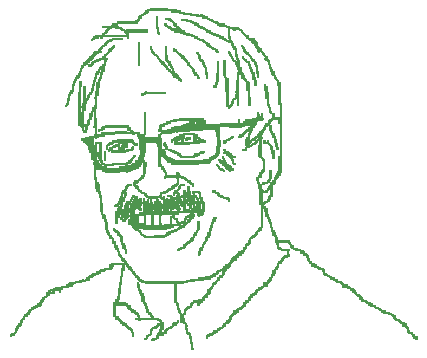
<source format=gbo>
G04 #@! TF.FileFunction,Legend,Bot*
%FSLAX46Y46*%
G04 Gerber Fmt 4.6, Leading zero omitted, Abs format (unit mm)*
G04 Created by KiCad (PCBNEW 4.0.7) date Mon Mar 26 00:48:08 2018*
%MOMM*%
%LPD*%
G01*
G04 APERTURE LIST*
%ADD10C,0.100000*%
%ADD11C,0.010000*%
%ADD12C,0.150000*%
G04 APERTURE END LIST*
D10*
D11*
G36*
X30200200Y-69329200D02*
X30100200Y-69329200D01*
X30100200Y-69429200D01*
X30200200Y-69429200D01*
X30200200Y-69329200D01*
X30200200Y-69329200D01*
G37*
X30200200Y-69329200D02*
X30100200Y-69329200D01*
X30100200Y-69429200D01*
X30200200Y-69429200D01*
X30200200Y-69329200D01*
G36*
X30100200Y-69329200D02*
X30000200Y-69329200D01*
X30000200Y-69429200D01*
X30100200Y-69429200D01*
X30100200Y-69329200D01*
X30100200Y-69329200D01*
G37*
X30100200Y-69329200D02*
X30000200Y-69329200D01*
X30000200Y-69429200D01*
X30100200Y-69429200D01*
X30100200Y-69329200D01*
G36*
X30000200Y-69329200D02*
X29900200Y-69329200D01*
X29900200Y-69429200D01*
X30000200Y-69429200D01*
X30000200Y-69329200D01*
X30000200Y-69329200D01*
G37*
X30000200Y-69329200D02*
X29900200Y-69329200D01*
X29900200Y-69429200D01*
X30000200Y-69429200D01*
X30000200Y-69329200D01*
G36*
X29900200Y-69329200D02*
X29800200Y-69329200D01*
X29800200Y-69429200D01*
X29900200Y-69429200D01*
X29900200Y-69329200D01*
X29900200Y-69329200D01*
G37*
X29900200Y-69329200D02*
X29800200Y-69329200D01*
X29800200Y-69429200D01*
X29900200Y-69429200D01*
X29900200Y-69329200D01*
G36*
X29800200Y-69329200D02*
X29700200Y-69329200D01*
X29700200Y-69429200D01*
X29800200Y-69429200D01*
X29800200Y-69329200D01*
X29800200Y-69329200D01*
G37*
X29800200Y-69329200D02*
X29700200Y-69329200D01*
X29700200Y-69429200D01*
X29800200Y-69429200D01*
X29800200Y-69329200D01*
G36*
X29700200Y-69329200D02*
X29600200Y-69329200D01*
X29600200Y-69429200D01*
X29700200Y-69429200D01*
X29700200Y-69329200D01*
X29700200Y-69329200D01*
G37*
X29700200Y-69329200D02*
X29600200Y-69329200D01*
X29600200Y-69429200D01*
X29700200Y-69429200D01*
X29700200Y-69329200D01*
G36*
X29600200Y-69329200D02*
X29500200Y-69329200D01*
X29500200Y-69429200D01*
X29600200Y-69429200D01*
X29600200Y-69329200D01*
X29600200Y-69329200D01*
G37*
X29600200Y-69329200D02*
X29500200Y-69329200D01*
X29500200Y-69429200D01*
X29600200Y-69429200D01*
X29600200Y-69329200D01*
G36*
X29500200Y-69329200D02*
X29400200Y-69329200D01*
X29400200Y-69429200D01*
X29500200Y-69429200D01*
X29500200Y-69329200D01*
X29500200Y-69329200D01*
G37*
X29500200Y-69329200D02*
X29400200Y-69329200D01*
X29400200Y-69429200D01*
X29500200Y-69429200D01*
X29500200Y-69329200D01*
G36*
X29400200Y-69329200D02*
X29300200Y-69329200D01*
X29300200Y-69429200D01*
X29400200Y-69429200D01*
X29400200Y-69329200D01*
X29400200Y-69329200D01*
G37*
X29400200Y-69329200D02*
X29300200Y-69329200D01*
X29300200Y-69429200D01*
X29400200Y-69429200D01*
X29400200Y-69329200D01*
G36*
X29300200Y-69329200D02*
X29200200Y-69329200D01*
X29200200Y-69429200D01*
X29300200Y-69429200D01*
X29300200Y-69329200D01*
X29300200Y-69329200D01*
G37*
X29300200Y-69329200D02*
X29200200Y-69329200D01*
X29200200Y-69429200D01*
X29300200Y-69429200D01*
X29300200Y-69329200D01*
G36*
X29200200Y-69329200D02*
X29100200Y-69329200D01*
X29100200Y-69429200D01*
X29200200Y-69429200D01*
X29200200Y-69329200D01*
X29200200Y-69329200D01*
G37*
X29200200Y-69329200D02*
X29100200Y-69329200D01*
X29100200Y-69429200D01*
X29200200Y-69429200D01*
X29200200Y-69329200D01*
G36*
X29100200Y-69329200D02*
X29000200Y-69329200D01*
X29000200Y-69429200D01*
X29100200Y-69429200D01*
X29100200Y-69329200D01*
X29100200Y-69329200D01*
G37*
X29100200Y-69329200D02*
X29000200Y-69329200D01*
X29000200Y-69429200D01*
X29100200Y-69429200D01*
X29100200Y-69329200D01*
G36*
X29000200Y-69329200D02*
X28900200Y-69329200D01*
X28900200Y-69429200D01*
X29000200Y-69429200D01*
X29000200Y-69329200D01*
X29000200Y-69329200D01*
G37*
X29000200Y-69329200D02*
X28900200Y-69329200D01*
X28900200Y-69429200D01*
X29000200Y-69429200D01*
X29000200Y-69329200D01*
G36*
X28900200Y-69329200D02*
X28800200Y-69329200D01*
X28800200Y-69429200D01*
X28900200Y-69429200D01*
X28900200Y-69329200D01*
X28900200Y-69329200D01*
G37*
X28900200Y-69329200D02*
X28800200Y-69329200D01*
X28800200Y-69429200D01*
X28900200Y-69429200D01*
X28900200Y-69329200D01*
G36*
X28800200Y-69329200D02*
X28700200Y-69329200D01*
X28700200Y-69429200D01*
X28800200Y-69429200D01*
X28800200Y-69329200D01*
X28800200Y-69329200D01*
G37*
X28800200Y-69329200D02*
X28700200Y-69329200D01*
X28700200Y-69429200D01*
X28800200Y-69429200D01*
X28800200Y-69329200D01*
G36*
X30900200Y-69429200D02*
X30800200Y-69429200D01*
X30800200Y-69529200D01*
X30900200Y-69529200D01*
X30900200Y-69429200D01*
X30900200Y-69429200D01*
G37*
X30900200Y-69429200D02*
X30800200Y-69429200D01*
X30800200Y-69529200D01*
X30900200Y-69529200D01*
X30900200Y-69429200D01*
G36*
X30800200Y-69429200D02*
X30700200Y-69429200D01*
X30700200Y-69529200D01*
X30800200Y-69529200D01*
X30800200Y-69429200D01*
X30800200Y-69429200D01*
G37*
X30800200Y-69429200D02*
X30700200Y-69429200D01*
X30700200Y-69529200D01*
X30800200Y-69529200D01*
X30800200Y-69429200D01*
G36*
X30700200Y-69429200D02*
X30600200Y-69429200D01*
X30600200Y-69529200D01*
X30700200Y-69529200D01*
X30700200Y-69429200D01*
X30700200Y-69429200D01*
G37*
X30700200Y-69429200D02*
X30600200Y-69429200D01*
X30600200Y-69529200D01*
X30700200Y-69529200D01*
X30700200Y-69429200D01*
G36*
X30600200Y-69429200D02*
X30500200Y-69429200D01*
X30500200Y-69529200D01*
X30600200Y-69529200D01*
X30600200Y-69429200D01*
X30600200Y-69429200D01*
G37*
X30600200Y-69429200D02*
X30500200Y-69429200D01*
X30500200Y-69529200D01*
X30600200Y-69529200D01*
X30600200Y-69429200D01*
G36*
X30500200Y-69429200D02*
X30400200Y-69429200D01*
X30400200Y-69529200D01*
X30500200Y-69529200D01*
X30500200Y-69429200D01*
X30500200Y-69429200D01*
G37*
X30500200Y-69429200D02*
X30400200Y-69429200D01*
X30400200Y-69529200D01*
X30500200Y-69529200D01*
X30500200Y-69429200D01*
G36*
X30400200Y-69429200D02*
X30300200Y-69429200D01*
X30300200Y-69529200D01*
X30400200Y-69529200D01*
X30400200Y-69429200D01*
X30400200Y-69429200D01*
G37*
X30400200Y-69429200D02*
X30300200Y-69429200D01*
X30300200Y-69529200D01*
X30400200Y-69529200D01*
X30400200Y-69429200D01*
G36*
X30300200Y-69429200D02*
X30200200Y-69429200D01*
X30200200Y-69529200D01*
X30300200Y-69529200D01*
X30300200Y-69429200D01*
X30300200Y-69429200D01*
G37*
X30300200Y-69429200D02*
X30200200Y-69429200D01*
X30200200Y-69529200D01*
X30300200Y-69529200D01*
X30300200Y-69429200D01*
G36*
X30200200Y-69429200D02*
X30100200Y-69429200D01*
X30100200Y-69529200D01*
X30200200Y-69529200D01*
X30200200Y-69429200D01*
X30200200Y-69429200D01*
G37*
X30200200Y-69429200D02*
X30100200Y-69429200D01*
X30100200Y-69529200D01*
X30200200Y-69529200D01*
X30200200Y-69429200D01*
G36*
X30100200Y-69429200D02*
X30000200Y-69429200D01*
X30000200Y-69529200D01*
X30100200Y-69529200D01*
X30100200Y-69429200D01*
X30100200Y-69429200D01*
G37*
X30100200Y-69429200D02*
X30000200Y-69429200D01*
X30000200Y-69529200D01*
X30100200Y-69529200D01*
X30100200Y-69429200D01*
G36*
X30000200Y-69429200D02*
X29900200Y-69429200D01*
X29900200Y-69529200D01*
X30000200Y-69529200D01*
X30000200Y-69429200D01*
X30000200Y-69429200D01*
G37*
X30000200Y-69429200D02*
X29900200Y-69429200D01*
X29900200Y-69529200D01*
X30000200Y-69529200D01*
X30000200Y-69429200D01*
G36*
X29900200Y-69429200D02*
X29800200Y-69429200D01*
X29800200Y-69529200D01*
X29900200Y-69529200D01*
X29900200Y-69429200D01*
X29900200Y-69429200D01*
G37*
X29900200Y-69429200D02*
X29800200Y-69429200D01*
X29800200Y-69529200D01*
X29900200Y-69529200D01*
X29900200Y-69429200D01*
G36*
X29800200Y-69429200D02*
X29700200Y-69429200D01*
X29700200Y-69529200D01*
X29800200Y-69529200D01*
X29800200Y-69429200D01*
X29800200Y-69429200D01*
G37*
X29800200Y-69429200D02*
X29700200Y-69429200D01*
X29700200Y-69529200D01*
X29800200Y-69529200D01*
X29800200Y-69429200D01*
G36*
X29700200Y-69429200D02*
X29600200Y-69429200D01*
X29600200Y-69529200D01*
X29700200Y-69529200D01*
X29700200Y-69429200D01*
X29700200Y-69429200D01*
G37*
X29700200Y-69429200D02*
X29600200Y-69429200D01*
X29600200Y-69529200D01*
X29700200Y-69529200D01*
X29700200Y-69429200D01*
G36*
X29600200Y-69429200D02*
X29500200Y-69429200D01*
X29500200Y-69529200D01*
X29600200Y-69529200D01*
X29600200Y-69429200D01*
X29600200Y-69429200D01*
G37*
X29600200Y-69429200D02*
X29500200Y-69429200D01*
X29500200Y-69529200D01*
X29600200Y-69529200D01*
X29600200Y-69429200D01*
G36*
X29500200Y-69429200D02*
X29400200Y-69429200D01*
X29400200Y-69529200D01*
X29500200Y-69529200D01*
X29500200Y-69429200D01*
X29500200Y-69429200D01*
G37*
X29500200Y-69429200D02*
X29400200Y-69429200D01*
X29400200Y-69529200D01*
X29500200Y-69529200D01*
X29500200Y-69429200D01*
G36*
X29400200Y-69429200D02*
X29300200Y-69429200D01*
X29300200Y-69529200D01*
X29400200Y-69529200D01*
X29400200Y-69429200D01*
X29400200Y-69429200D01*
G37*
X29400200Y-69429200D02*
X29300200Y-69429200D01*
X29300200Y-69529200D01*
X29400200Y-69529200D01*
X29400200Y-69429200D01*
G36*
X29300200Y-69429200D02*
X29200200Y-69429200D01*
X29200200Y-69529200D01*
X29300200Y-69529200D01*
X29300200Y-69429200D01*
X29300200Y-69429200D01*
G37*
X29300200Y-69429200D02*
X29200200Y-69429200D01*
X29200200Y-69529200D01*
X29300200Y-69529200D01*
X29300200Y-69429200D01*
G36*
X29200200Y-69429200D02*
X29100200Y-69429200D01*
X29100200Y-69529200D01*
X29200200Y-69529200D01*
X29200200Y-69429200D01*
X29200200Y-69429200D01*
G37*
X29200200Y-69429200D02*
X29100200Y-69429200D01*
X29100200Y-69529200D01*
X29200200Y-69529200D01*
X29200200Y-69429200D01*
G36*
X29100200Y-69429200D02*
X29000200Y-69429200D01*
X29000200Y-69529200D01*
X29100200Y-69529200D01*
X29100200Y-69429200D01*
X29100200Y-69429200D01*
G37*
X29100200Y-69429200D02*
X29000200Y-69429200D01*
X29000200Y-69529200D01*
X29100200Y-69529200D01*
X29100200Y-69429200D01*
G36*
X29000200Y-69429200D02*
X28900200Y-69429200D01*
X28900200Y-69529200D01*
X29000200Y-69529200D01*
X29000200Y-69429200D01*
X29000200Y-69429200D01*
G37*
X29000200Y-69429200D02*
X28900200Y-69429200D01*
X28900200Y-69529200D01*
X29000200Y-69529200D01*
X29000200Y-69429200D01*
G36*
X28900200Y-69429200D02*
X28800200Y-69429200D01*
X28800200Y-69529200D01*
X28900200Y-69529200D01*
X28900200Y-69429200D01*
X28900200Y-69429200D01*
G37*
X28900200Y-69429200D02*
X28800200Y-69429200D01*
X28800200Y-69529200D01*
X28900200Y-69529200D01*
X28900200Y-69429200D01*
G36*
X28800200Y-69429200D02*
X28700200Y-69429200D01*
X28700200Y-69529200D01*
X28800200Y-69529200D01*
X28800200Y-69429200D01*
X28800200Y-69429200D01*
G37*
X28800200Y-69429200D02*
X28700200Y-69429200D01*
X28700200Y-69529200D01*
X28800200Y-69529200D01*
X28800200Y-69429200D01*
G36*
X28700200Y-69429200D02*
X28600200Y-69429200D01*
X28600200Y-69529200D01*
X28700200Y-69529200D01*
X28700200Y-69429200D01*
X28700200Y-69429200D01*
G37*
X28700200Y-69429200D02*
X28600200Y-69429200D01*
X28600200Y-69529200D01*
X28700200Y-69529200D01*
X28700200Y-69429200D01*
G36*
X28600200Y-69429200D02*
X28500200Y-69429200D01*
X28500200Y-69529200D01*
X28600200Y-69529200D01*
X28600200Y-69429200D01*
X28600200Y-69429200D01*
G37*
X28600200Y-69429200D02*
X28500200Y-69429200D01*
X28500200Y-69529200D01*
X28600200Y-69529200D01*
X28600200Y-69429200D01*
G36*
X31300200Y-69529200D02*
X31200200Y-69529200D01*
X31200200Y-69629200D01*
X31300200Y-69629200D01*
X31300200Y-69529200D01*
X31300200Y-69529200D01*
G37*
X31300200Y-69529200D02*
X31200200Y-69529200D01*
X31200200Y-69629200D01*
X31300200Y-69629200D01*
X31300200Y-69529200D01*
G36*
X31200200Y-69529200D02*
X31100200Y-69529200D01*
X31100200Y-69629200D01*
X31200200Y-69629200D01*
X31200200Y-69529200D01*
X31200200Y-69529200D01*
G37*
X31200200Y-69529200D02*
X31100200Y-69529200D01*
X31100200Y-69629200D01*
X31200200Y-69629200D01*
X31200200Y-69529200D01*
G36*
X31100200Y-69529200D02*
X31000200Y-69529200D01*
X31000200Y-69629200D01*
X31100200Y-69629200D01*
X31100200Y-69529200D01*
X31100200Y-69529200D01*
G37*
X31100200Y-69529200D02*
X31000200Y-69529200D01*
X31000200Y-69629200D01*
X31100200Y-69629200D01*
X31100200Y-69529200D01*
G36*
X31000200Y-69529200D02*
X30900200Y-69529200D01*
X30900200Y-69629200D01*
X31000200Y-69629200D01*
X31000200Y-69529200D01*
X31000200Y-69529200D01*
G37*
X31000200Y-69529200D02*
X30900200Y-69529200D01*
X30900200Y-69629200D01*
X31000200Y-69629200D01*
X31000200Y-69529200D01*
G36*
X30900200Y-69529200D02*
X30800200Y-69529200D01*
X30800200Y-69629200D01*
X30900200Y-69629200D01*
X30900200Y-69529200D01*
X30900200Y-69529200D01*
G37*
X30900200Y-69529200D02*
X30800200Y-69529200D01*
X30800200Y-69629200D01*
X30900200Y-69629200D01*
X30900200Y-69529200D01*
G36*
X30800200Y-69529200D02*
X30700200Y-69529200D01*
X30700200Y-69629200D01*
X30800200Y-69629200D01*
X30800200Y-69529200D01*
X30800200Y-69529200D01*
G37*
X30800200Y-69529200D02*
X30700200Y-69529200D01*
X30700200Y-69629200D01*
X30800200Y-69629200D01*
X30800200Y-69529200D01*
G36*
X30700200Y-69529200D02*
X30600200Y-69529200D01*
X30600200Y-69629200D01*
X30700200Y-69629200D01*
X30700200Y-69529200D01*
X30700200Y-69529200D01*
G37*
X30700200Y-69529200D02*
X30600200Y-69529200D01*
X30600200Y-69629200D01*
X30700200Y-69629200D01*
X30700200Y-69529200D01*
G36*
X30600200Y-69529200D02*
X30500200Y-69529200D01*
X30500200Y-69629200D01*
X30600200Y-69629200D01*
X30600200Y-69529200D01*
X30600200Y-69529200D01*
G37*
X30600200Y-69529200D02*
X30500200Y-69529200D01*
X30500200Y-69629200D01*
X30600200Y-69629200D01*
X30600200Y-69529200D01*
G36*
X28600200Y-69529200D02*
X28500200Y-69529200D01*
X28500200Y-69629200D01*
X28600200Y-69629200D01*
X28600200Y-69529200D01*
X28600200Y-69529200D01*
G37*
X28600200Y-69529200D02*
X28500200Y-69529200D01*
X28500200Y-69629200D01*
X28600200Y-69629200D01*
X28600200Y-69529200D01*
G36*
X28500200Y-69529200D02*
X28400200Y-69529200D01*
X28400200Y-69629200D01*
X28500200Y-69629200D01*
X28500200Y-69529200D01*
X28500200Y-69529200D01*
G37*
X28500200Y-69529200D02*
X28400200Y-69529200D01*
X28400200Y-69629200D01*
X28500200Y-69629200D01*
X28500200Y-69529200D01*
G36*
X28400200Y-69529200D02*
X28300200Y-69529200D01*
X28300200Y-69629200D01*
X28400200Y-69629200D01*
X28400200Y-69529200D01*
X28400200Y-69529200D01*
G37*
X28400200Y-69529200D02*
X28300200Y-69529200D01*
X28300200Y-69629200D01*
X28400200Y-69629200D01*
X28400200Y-69529200D01*
G36*
X31600200Y-69629200D02*
X31500200Y-69629200D01*
X31500200Y-69729200D01*
X31600200Y-69729200D01*
X31600200Y-69629200D01*
X31600200Y-69629200D01*
G37*
X31600200Y-69629200D02*
X31500200Y-69629200D01*
X31500200Y-69729200D01*
X31600200Y-69729200D01*
X31600200Y-69629200D01*
G36*
X31500200Y-69629200D02*
X31400200Y-69629200D01*
X31400200Y-69729200D01*
X31500200Y-69729200D01*
X31500200Y-69629200D01*
X31500200Y-69629200D01*
G37*
X31500200Y-69629200D02*
X31400200Y-69629200D01*
X31400200Y-69729200D01*
X31500200Y-69729200D01*
X31500200Y-69629200D01*
G36*
X31400200Y-69629200D02*
X31300200Y-69629200D01*
X31300200Y-69729200D01*
X31400200Y-69729200D01*
X31400200Y-69629200D01*
X31400200Y-69629200D01*
G37*
X31400200Y-69629200D02*
X31300200Y-69629200D01*
X31300200Y-69729200D01*
X31400200Y-69729200D01*
X31400200Y-69629200D01*
G36*
X31300200Y-69629200D02*
X31200200Y-69629200D01*
X31200200Y-69729200D01*
X31300200Y-69729200D01*
X31300200Y-69629200D01*
X31300200Y-69629200D01*
G37*
X31300200Y-69629200D02*
X31200200Y-69629200D01*
X31200200Y-69729200D01*
X31300200Y-69729200D01*
X31300200Y-69629200D01*
G36*
X28500200Y-69629200D02*
X28400200Y-69629200D01*
X28400200Y-69729200D01*
X28500200Y-69729200D01*
X28500200Y-69629200D01*
X28500200Y-69629200D01*
G37*
X28500200Y-69629200D02*
X28400200Y-69629200D01*
X28400200Y-69729200D01*
X28500200Y-69729200D01*
X28500200Y-69629200D01*
G36*
X28400200Y-69629200D02*
X28300200Y-69629200D01*
X28300200Y-69729200D01*
X28400200Y-69729200D01*
X28400200Y-69629200D01*
X28400200Y-69629200D01*
G37*
X28400200Y-69629200D02*
X28300200Y-69629200D01*
X28300200Y-69729200D01*
X28400200Y-69729200D01*
X28400200Y-69629200D01*
G36*
X28300200Y-69629200D02*
X28200200Y-69629200D01*
X28200200Y-69729200D01*
X28300200Y-69729200D01*
X28300200Y-69629200D01*
X28300200Y-69629200D01*
G37*
X28300200Y-69629200D02*
X28200200Y-69629200D01*
X28200200Y-69729200D01*
X28300200Y-69729200D01*
X28300200Y-69629200D01*
G36*
X32200200Y-69729200D02*
X32100200Y-69729200D01*
X32100200Y-69829200D01*
X32200200Y-69829200D01*
X32200200Y-69729200D01*
X32200200Y-69729200D01*
G37*
X32200200Y-69729200D02*
X32100200Y-69729200D01*
X32100200Y-69829200D01*
X32200200Y-69829200D01*
X32200200Y-69729200D01*
G36*
X32100200Y-69729200D02*
X32000200Y-69729200D01*
X32000200Y-69829200D01*
X32100200Y-69829200D01*
X32100200Y-69729200D01*
X32100200Y-69729200D01*
G37*
X32100200Y-69729200D02*
X32000200Y-69729200D01*
X32000200Y-69829200D01*
X32100200Y-69829200D01*
X32100200Y-69729200D01*
G36*
X32000200Y-69729200D02*
X31900200Y-69729200D01*
X31900200Y-69829200D01*
X32000200Y-69829200D01*
X32000200Y-69729200D01*
X32000200Y-69729200D01*
G37*
X32000200Y-69729200D02*
X31900200Y-69729200D01*
X31900200Y-69829200D01*
X32000200Y-69829200D01*
X32000200Y-69729200D01*
G36*
X31900200Y-69729200D02*
X31800200Y-69729200D01*
X31800200Y-69829200D01*
X31900200Y-69829200D01*
X31900200Y-69729200D01*
X31900200Y-69729200D01*
G37*
X31900200Y-69729200D02*
X31800200Y-69729200D01*
X31800200Y-69829200D01*
X31900200Y-69829200D01*
X31900200Y-69729200D01*
G36*
X31800200Y-69729200D02*
X31700200Y-69729200D01*
X31700200Y-69829200D01*
X31800200Y-69829200D01*
X31800200Y-69729200D01*
X31800200Y-69729200D01*
G37*
X31800200Y-69729200D02*
X31700200Y-69729200D01*
X31700200Y-69829200D01*
X31800200Y-69829200D01*
X31800200Y-69729200D01*
G36*
X31700200Y-69729200D02*
X31600200Y-69729200D01*
X31600200Y-69829200D01*
X31700200Y-69829200D01*
X31700200Y-69729200D01*
X31700200Y-69729200D01*
G37*
X31700200Y-69729200D02*
X31600200Y-69729200D01*
X31600200Y-69829200D01*
X31700200Y-69829200D01*
X31700200Y-69729200D01*
G36*
X31600200Y-69729200D02*
X31500200Y-69729200D01*
X31500200Y-69829200D01*
X31600200Y-69829200D01*
X31600200Y-69729200D01*
X31600200Y-69729200D01*
G37*
X31600200Y-69729200D02*
X31500200Y-69729200D01*
X31500200Y-69829200D01*
X31600200Y-69829200D01*
X31600200Y-69729200D01*
G36*
X28300200Y-69729200D02*
X28200200Y-69729200D01*
X28200200Y-69829200D01*
X28300200Y-69829200D01*
X28300200Y-69729200D01*
X28300200Y-69729200D01*
G37*
X28300200Y-69729200D02*
X28200200Y-69729200D01*
X28200200Y-69829200D01*
X28300200Y-69829200D01*
X28300200Y-69729200D01*
G36*
X28200200Y-69729200D02*
X28100200Y-69729200D01*
X28100200Y-69829200D01*
X28200200Y-69829200D01*
X28200200Y-69729200D01*
X28200200Y-69729200D01*
G37*
X28200200Y-69729200D02*
X28100200Y-69729200D01*
X28100200Y-69829200D01*
X28200200Y-69829200D01*
X28200200Y-69729200D01*
G36*
X33100200Y-69829200D02*
X33000200Y-69829200D01*
X33000200Y-69929200D01*
X33100200Y-69929200D01*
X33100200Y-69829200D01*
X33100200Y-69829200D01*
G37*
X33100200Y-69829200D02*
X33000200Y-69829200D01*
X33000200Y-69929200D01*
X33100200Y-69929200D01*
X33100200Y-69829200D01*
G36*
X32800200Y-69829200D02*
X32700200Y-69829200D01*
X32700200Y-69929200D01*
X32800200Y-69929200D01*
X32800200Y-69829200D01*
X32800200Y-69829200D01*
G37*
X32800200Y-69829200D02*
X32700200Y-69829200D01*
X32700200Y-69929200D01*
X32800200Y-69929200D01*
X32800200Y-69829200D01*
G36*
X32700200Y-69829200D02*
X32600200Y-69829200D01*
X32600200Y-69929200D01*
X32700200Y-69929200D01*
X32700200Y-69829200D01*
X32700200Y-69829200D01*
G37*
X32700200Y-69829200D02*
X32600200Y-69829200D01*
X32600200Y-69929200D01*
X32700200Y-69929200D01*
X32700200Y-69829200D01*
G36*
X32600200Y-69829200D02*
X32500200Y-69829200D01*
X32500200Y-69929200D01*
X32600200Y-69929200D01*
X32600200Y-69829200D01*
X32600200Y-69829200D01*
G37*
X32600200Y-69829200D02*
X32500200Y-69829200D01*
X32500200Y-69929200D01*
X32600200Y-69929200D01*
X32600200Y-69829200D01*
G36*
X32500200Y-69829200D02*
X32400200Y-69829200D01*
X32400200Y-69929200D01*
X32500200Y-69929200D01*
X32500200Y-69829200D01*
X32500200Y-69829200D01*
G37*
X32500200Y-69829200D02*
X32400200Y-69829200D01*
X32400200Y-69929200D01*
X32500200Y-69929200D01*
X32500200Y-69829200D01*
G36*
X32400200Y-69829200D02*
X32300200Y-69829200D01*
X32300200Y-69929200D01*
X32400200Y-69929200D01*
X32400200Y-69829200D01*
X32400200Y-69829200D01*
G37*
X32400200Y-69829200D02*
X32300200Y-69829200D01*
X32300200Y-69929200D01*
X32400200Y-69929200D01*
X32400200Y-69829200D01*
G36*
X32300200Y-69829200D02*
X32200200Y-69829200D01*
X32200200Y-69929200D01*
X32300200Y-69929200D01*
X32300200Y-69829200D01*
X32300200Y-69829200D01*
G37*
X32300200Y-69829200D02*
X32200200Y-69829200D01*
X32200200Y-69929200D01*
X32300200Y-69929200D01*
X32300200Y-69829200D01*
G36*
X32200200Y-69829200D02*
X32100200Y-69829200D01*
X32100200Y-69929200D01*
X32200200Y-69929200D01*
X32200200Y-69829200D01*
X32200200Y-69829200D01*
G37*
X32200200Y-69829200D02*
X32100200Y-69829200D01*
X32100200Y-69929200D01*
X32200200Y-69929200D01*
X32200200Y-69829200D01*
G36*
X28100200Y-69829200D02*
X28000200Y-69829200D01*
X28000200Y-69929200D01*
X28100200Y-69929200D01*
X28100200Y-69829200D01*
X28100200Y-69829200D01*
G37*
X28100200Y-69829200D02*
X28000200Y-69829200D01*
X28000200Y-69929200D01*
X28100200Y-69929200D01*
X28100200Y-69829200D01*
G36*
X33300200Y-69929200D02*
X33200200Y-69929200D01*
X33200200Y-70029200D01*
X33300200Y-70029200D01*
X33300200Y-69929200D01*
X33300200Y-69929200D01*
G37*
X33300200Y-69929200D02*
X33200200Y-69929200D01*
X33200200Y-70029200D01*
X33300200Y-70029200D01*
X33300200Y-69929200D01*
G36*
X33200200Y-69929200D02*
X33100200Y-69929200D01*
X33100200Y-70029200D01*
X33200200Y-70029200D01*
X33200200Y-69929200D01*
X33200200Y-69929200D01*
G37*
X33200200Y-69929200D02*
X33100200Y-69929200D01*
X33100200Y-70029200D01*
X33200200Y-70029200D01*
X33200200Y-69929200D01*
G36*
X33100200Y-69929200D02*
X33000200Y-69929200D01*
X33000200Y-70029200D01*
X33100200Y-70029200D01*
X33100200Y-69929200D01*
X33100200Y-69929200D01*
G37*
X33100200Y-69929200D02*
X33000200Y-69929200D01*
X33000200Y-70029200D01*
X33100200Y-70029200D01*
X33100200Y-69929200D01*
G36*
X33000200Y-69929200D02*
X32900200Y-69929200D01*
X32900200Y-70029200D01*
X33000200Y-70029200D01*
X33000200Y-69929200D01*
X33000200Y-69929200D01*
G37*
X33000200Y-69929200D02*
X32900200Y-69929200D01*
X32900200Y-70029200D01*
X33000200Y-70029200D01*
X33000200Y-69929200D01*
G36*
X32900200Y-69929200D02*
X32800200Y-69929200D01*
X32800200Y-70029200D01*
X32900200Y-70029200D01*
X32900200Y-69929200D01*
X32900200Y-69929200D01*
G37*
X32900200Y-69929200D02*
X32800200Y-69929200D01*
X32800200Y-70029200D01*
X32900200Y-70029200D01*
X32900200Y-69929200D01*
G36*
X32800200Y-69929200D02*
X32700200Y-69929200D01*
X32700200Y-70029200D01*
X32800200Y-70029200D01*
X32800200Y-69929200D01*
X32800200Y-69929200D01*
G37*
X32800200Y-69929200D02*
X32700200Y-69929200D01*
X32700200Y-70029200D01*
X32800200Y-70029200D01*
X32800200Y-69929200D01*
G36*
X32700200Y-69929200D02*
X32600200Y-69929200D01*
X32600200Y-70029200D01*
X32700200Y-70029200D01*
X32700200Y-69929200D01*
X32700200Y-69929200D01*
G37*
X32700200Y-69929200D02*
X32600200Y-69929200D01*
X32600200Y-70029200D01*
X32700200Y-70029200D01*
X32700200Y-69929200D01*
G36*
X28000200Y-69929200D02*
X27900200Y-69929200D01*
X27900200Y-70029200D01*
X28000200Y-70029200D01*
X28000200Y-69929200D01*
X28000200Y-69929200D01*
G37*
X28000200Y-69929200D02*
X27900200Y-69929200D01*
X27900200Y-70029200D01*
X28000200Y-70029200D01*
X28000200Y-69929200D01*
G36*
X27900200Y-69929200D02*
X27800200Y-69929200D01*
X27800200Y-70029200D01*
X27900200Y-70029200D01*
X27900200Y-69929200D01*
X27900200Y-69929200D01*
G37*
X27900200Y-69929200D02*
X27800200Y-69929200D01*
X27800200Y-70029200D01*
X27900200Y-70029200D01*
X27900200Y-69929200D01*
G36*
X33600200Y-70029200D02*
X33500200Y-70029200D01*
X33500200Y-70129200D01*
X33600200Y-70129200D01*
X33600200Y-70029200D01*
X33600200Y-70029200D01*
G37*
X33600200Y-70029200D02*
X33500200Y-70029200D01*
X33500200Y-70129200D01*
X33600200Y-70129200D01*
X33600200Y-70029200D01*
G36*
X33500200Y-70029200D02*
X33400200Y-70029200D01*
X33400200Y-70129200D01*
X33500200Y-70129200D01*
X33500200Y-70029200D01*
X33500200Y-70029200D01*
G37*
X33500200Y-70029200D02*
X33400200Y-70029200D01*
X33400200Y-70129200D01*
X33500200Y-70129200D01*
X33500200Y-70029200D01*
G36*
X33400200Y-70029200D02*
X33300200Y-70029200D01*
X33300200Y-70129200D01*
X33400200Y-70129200D01*
X33400200Y-70029200D01*
X33400200Y-70029200D01*
G37*
X33400200Y-70029200D02*
X33300200Y-70029200D01*
X33300200Y-70129200D01*
X33400200Y-70129200D01*
X33400200Y-70029200D01*
G36*
X33300200Y-70029200D02*
X33200200Y-70029200D01*
X33200200Y-70129200D01*
X33300200Y-70129200D01*
X33300200Y-70029200D01*
X33300200Y-70029200D01*
G37*
X33300200Y-70029200D02*
X33200200Y-70029200D01*
X33200200Y-70129200D01*
X33300200Y-70129200D01*
X33300200Y-70029200D01*
G36*
X33200200Y-70029200D02*
X33100200Y-70029200D01*
X33100200Y-70129200D01*
X33200200Y-70129200D01*
X33200200Y-70029200D01*
X33200200Y-70029200D01*
G37*
X33200200Y-70029200D02*
X33100200Y-70029200D01*
X33100200Y-70129200D01*
X33200200Y-70129200D01*
X33200200Y-70029200D01*
G36*
X29300200Y-70029200D02*
X29200200Y-70029200D01*
X29200200Y-70129200D01*
X29300200Y-70129200D01*
X29300200Y-70029200D01*
X29300200Y-70029200D01*
G37*
X29300200Y-70029200D02*
X29200200Y-70029200D01*
X29200200Y-70129200D01*
X29300200Y-70129200D01*
X29300200Y-70029200D01*
G36*
X28000200Y-70029200D02*
X27900200Y-70029200D01*
X27900200Y-70129200D01*
X28000200Y-70129200D01*
X28000200Y-70029200D01*
X28000200Y-70029200D01*
G37*
X28000200Y-70029200D02*
X27900200Y-70029200D01*
X27900200Y-70129200D01*
X28000200Y-70129200D01*
X28000200Y-70029200D01*
G36*
X27900200Y-70029200D02*
X27800200Y-70029200D01*
X27800200Y-70129200D01*
X27900200Y-70129200D01*
X27900200Y-70029200D01*
X27900200Y-70029200D01*
G37*
X27900200Y-70029200D02*
X27800200Y-70029200D01*
X27800200Y-70129200D01*
X27900200Y-70129200D01*
X27900200Y-70029200D01*
G36*
X27800200Y-70029200D02*
X27700200Y-70029200D01*
X27700200Y-70129200D01*
X27800200Y-70129200D01*
X27800200Y-70029200D01*
X27800200Y-70029200D01*
G37*
X27800200Y-70029200D02*
X27700200Y-70029200D01*
X27700200Y-70129200D01*
X27800200Y-70129200D01*
X27800200Y-70029200D01*
G36*
X33700200Y-70129200D02*
X33600200Y-70129200D01*
X33600200Y-70229200D01*
X33700200Y-70229200D01*
X33700200Y-70129200D01*
X33700200Y-70129200D01*
G37*
X33700200Y-70129200D02*
X33600200Y-70129200D01*
X33600200Y-70229200D01*
X33700200Y-70229200D01*
X33700200Y-70129200D01*
G36*
X30400200Y-70129200D02*
X30300200Y-70129200D01*
X30300200Y-70229200D01*
X30400200Y-70229200D01*
X30400200Y-70129200D01*
X30400200Y-70129200D01*
G37*
X30400200Y-70129200D02*
X30300200Y-70129200D01*
X30300200Y-70229200D01*
X30400200Y-70229200D01*
X30400200Y-70129200D01*
G36*
X30300200Y-70129200D02*
X30200200Y-70129200D01*
X30200200Y-70229200D01*
X30300200Y-70229200D01*
X30300200Y-70129200D01*
X30300200Y-70129200D01*
G37*
X30300200Y-70129200D02*
X30200200Y-70129200D01*
X30200200Y-70229200D01*
X30300200Y-70229200D01*
X30300200Y-70129200D01*
G36*
X30200200Y-70129200D02*
X30100200Y-70129200D01*
X30100200Y-70229200D01*
X30200200Y-70229200D01*
X30200200Y-70129200D01*
X30200200Y-70129200D01*
G37*
X30200200Y-70129200D02*
X30100200Y-70129200D01*
X30100200Y-70229200D01*
X30200200Y-70229200D01*
X30200200Y-70129200D01*
G36*
X30100200Y-70129200D02*
X30000200Y-70129200D01*
X30000200Y-70229200D01*
X30100200Y-70229200D01*
X30100200Y-70129200D01*
X30100200Y-70129200D01*
G37*
X30100200Y-70129200D02*
X30000200Y-70129200D01*
X30000200Y-70229200D01*
X30100200Y-70229200D01*
X30100200Y-70129200D01*
G36*
X29300200Y-70129200D02*
X29200200Y-70129200D01*
X29200200Y-70229200D01*
X29300200Y-70229200D01*
X29300200Y-70129200D01*
X29300200Y-70129200D01*
G37*
X29300200Y-70129200D02*
X29200200Y-70129200D01*
X29200200Y-70229200D01*
X29300200Y-70229200D01*
X29300200Y-70129200D01*
G36*
X27800200Y-70129200D02*
X27700200Y-70129200D01*
X27700200Y-70229200D01*
X27800200Y-70229200D01*
X27800200Y-70129200D01*
X27800200Y-70129200D01*
G37*
X27800200Y-70129200D02*
X27700200Y-70129200D01*
X27700200Y-70229200D01*
X27800200Y-70229200D01*
X27800200Y-70129200D01*
G36*
X34000200Y-70229200D02*
X33900200Y-70229200D01*
X33900200Y-70329200D01*
X34000200Y-70329200D01*
X34000200Y-70229200D01*
X34000200Y-70229200D01*
G37*
X34000200Y-70229200D02*
X33900200Y-70229200D01*
X33900200Y-70329200D01*
X34000200Y-70329200D01*
X34000200Y-70229200D01*
G36*
X33900200Y-70229200D02*
X33800200Y-70229200D01*
X33800200Y-70329200D01*
X33900200Y-70329200D01*
X33900200Y-70229200D01*
X33900200Y-70229200D01*
G37*
X33900200Y-70229200D02*
X33800200Y-70229200D01*
X33800200Y-70329200D01*
X33900200Y-70329200D01*
X33900200Y-70229200D01*
G36*
X33800200Y-70229200D02*
X33700200Y-70229200D01*
X33700200Y-70329200D01*
X33800200Y-70329200D01*
X33800200Y-70229200D01*
X33800200Y-70229200D01*
G37*
X33800200Y-70229200D02*
X33700200Y-70229200D01*
X33700200Y-70329200D01*
X33800200Y-70329200D01*
X33800200Y-70229200D01*
G36*
X31900200Y-70229200D02*
X31800200Y-70229200D01*
X31800200Y-70329200D01*
X31900200Y-70329200D01*
X31900200Y-70229200D01*
X31900200Y-70229200D01*
G37*
X31900200Y-70229200D02*
X31800200Y-70229200D01*
X31800200Y-70329200D01*
X31900200Y-70329200D01*
X31900200Y-70229200D01*
G36*
X31800200Y-70229200D02*
X31700200Y-70229200D01*
X31700200Y-70329200D01*
X31800200Y-70329200D01*
X31800200Y-70229200D01*
X31800200Y-70229200D01*
G37*
X31800200Y-70229200D02*
X31700200Y-70229200D01*
X31700200Y-70329200D01*
X31800200Y-70329200D01*
X31800200Y-70229200D01*
G36*
X31700200Y-70229200D02*
X31600200Y-70229200D01*
X31600200Y-70329200D01*
X31700200Y-70329200D01*
X31700200Y-70229200D01*
X31700200Y-70229200D01*
G37*
X31700200Y-70229200D02*
X31600200Y-70229200D01*
X31600200Y-70329200D01*
X31700200Y-70329200D01*
X31700200Y-70229200D01*
G36*
X31600200Y-70229200D02*
X31500200Y-70229200D01*
X31500200Y-70329200D01*
X31600200Y-70329200D01*
X31600200Y-70229200D01*
X31600200Y-70229200D01*
G37*
X31600200Y-70229200D02*
X31500200Y-70229200D01*
X31500200Y-70329200D01*
X31600200Y-70329200D01*
X31600200Y-70229200D01*
G36*
X31500200Y-70229200D02*
X31400200Y-70229200D01*
X31400200Y-70329200D01*
X31500200Y-70329200D01*
X31500200Y-70229200D01*
X31500200Y-70229200D01*
G37*
X31500200Y-70229200D02*
X31400200Y-70229200D01*
X31400200Y-70329200D01*
X31500200Y-70329200D01*
X31500200Y-70229200D01*
G36*
X30500200Y-70229200D02*
X30400200Y-70229200D01*
X30400200Y-70329200D01*
X30500200Y-70329200D01*
X30500200Y-70229200D01*
X30500200Y-70229200D01*
G37*
X30500200Y-70229200D02*
X30400200Y-70229200D01*
X30400200Y-70329200D01*
X30500200Y-70329200D01*
X30500200Y-70229200D01*
G36*
X30400200Y-70229200D02*
X30300200Y-70229200D01*
X30300200Y-70329200D01*
X30400200Y-70329200D01*
X30400200Y-70229200D01*
X30400200Y-70229200D01*
G37*
X30400200Y-70229200D02*
X30300200Y-70229200D01*
X30300200Y-70329200D01*
X30400200Y-70329200D01*
X30400200Y-70229200D01*
G36*
X29300200Y-70229200D02*
X29200200Y-70229200D01*
X29200200Y-70329200D01*
X29300200Y-70329200D01*
X29300200Y-70229200D01*
X29300200Y-70229200D01*
G37*
X29300200Y-70229200D02*
X29200200Y-70229200D01*
X29200200Y-70329200D01*
X29300200Y-70329200D01*
X29300200Y-70229200D01*
G36*
X27800200Y-70229200D02*
X27700200Y-70229200D01*
X27700200Y-70329200D01*
X27800200Y-70329200D01*
X27800200Y-70229200D01*
X27800200Y-70229200D01*
G37*
X27800200Y-70229200D02*
X27700200Y-70229200D01*
X27700200Y-70329200D01*
X27800200Y-70329200D01*
X27800200Y-70229200D01*
G36*
X27700200Y-70229200D02*
X27600200Y-70229200D01*
X27600200Y-70329200D01*
X27700200Y-70329200D01*
X27700200Y-70229200D01*
X27700200Y-70229200D01*
G37*
X27700200Y-70229200D02*
X27600200Y-70229200D01*
X27600200Y-70329200D01*
X27700200Y-70329200D01*
X27700200Y-70229200D01*
G36*
X34100200Y-70329200D02*
X34000200Y-70329200D01*
X34000200Y-70429200D01*
X34100200Y-70429200D01*
X34100200Y-70329200D01*
X34100200Y-70329200D01*
G37*
X34100200Y-70329200D02*
X34000200Y-70329200D01*
X34000200Y-70429200D01*
X34100200Y-70429200D01*
X34100200Y-70329200D01*
G36*
X34000200Y-70329200D02*
X33900200Y-70329200D01*
X33900200Y-70429200D01*
X34000200Y-70429200D01*
X34000200Y-70329200D01*
X34000200Y-70329200D01*
G37*
X34000200Y-70329200D02*
X33900200Y-70329200D01*
X33900200Y-70429200D01*
X34000200Y-70429200D01*
X34000200Y-70329200D01*
G36*
X32200200Y-70329200D02*
X32100200Y-70329200D01*
X32100200Y-70429200D01*
X32200200Y-70429200D01*
X32200200Y-70329200D01*
X32200200Y-70329200D01*
G37*
X32200200Y-70329200D02*
X32100200Y-70329200D01*
X32100200Y-70429200D01*
X32200200Y-70429200D01*
X32200200Y-70329200D01*
G36*
X32100200Y-70329200D02*
X32000200Y-70329200D01*
X32000200Y-70429200D01*
X32100200Y-70429200D01*
X32100200Y-70329200D01*
X32100200Y-70329200D01*
G37*
X32100200Y-70329200D02*
X32000200Y-70329200D01*
X32000200Y-70429200D01*
X32100200Y-70429200D01*
X32100200Y-70329200D01*
G36*
X32000200Y-70329200D02*
X31900200Y-70329200D01*
X31900200Y-70429200D01*
X32000200Y-70429200D01*
X32000200Y-70329200D01*
X32000200Y-70329200D01*
G37*
X32000200Y-70329200D02*
X31900200Y-70329200D01*
X31900200Y-70429200D01*
X32000200Y-70429200D01*
X32000200Y-70329200D01*
G36*
X31900200Y-70329200D02*
X31800200Y-70329200D01*
X31800200Y-70429200D01*
X31900200Y-70429200D01*
X31900200Y-70329200D01*
X31900200Y-70329200D01*
G37*
X31900200Y-70329200D02*
X31800200Y-70329200D01*
X31800200Y-70429200D01*
X31900200Y-70429200D01*
X31900200Y-70329200D01*
G36*
X30600200Y-70329200D02*
X30500200Y-70329200D01*
X30500200Y-70429200D01*
X30600200Y-70429200D01*
X30600200Y-70329200D01*
X30600200Y-70329200D01*
G37*
X30600200Y-70329200D02*
X30500200Y-70329200D01*
X30500200Y-70429200D01*
X30600200Y-70429200D01*
X30600200Y-70329200D01*
G36*
X30500200Y-70329200D02*
X30400200Y-70329200D01*
X30400200Y-70429200D01*
X30500200Y-70429200D01*
X30500200Y-70329200D01*
X30500200Y-70329200D01*
G37*
X30500200Y-70329200D02*
X30400200Y-70329200D01*
X30400200Y-70429200D01*
X30500200Y-70429200D01*
X30500200Y-70329200D01*
G36*
X29300200Y-70329200D02*
X29200200Y-70329200D01*
X29200200Y-70429200D01*
X29300200Y-70429200D01*
X29300200Y-70329200D01*
X29300200Y-70329200D01*
G37*
X29300200Y-70329200D02*
X29200200Y-70329200D01*
X29200200Y-70429200D01*
X29300200Y-70429200D01*
X29300200Y-70329200D01*
G36*
X27700200Y-70329200D02*
X27600200Y-70329200D01*
X27600200Y-70429200D01*
X27700200Y-70429200D01*
X27700200Y-70329200D01*
X27700200Y-70329200D01*
G37*
X27700200Y-70329200D02*
X27600200Y-70329200D01*
X27600200Y-70429200D01*
X27700200Y-70429200D01*
X27700200Y-70329200D01*
G36*
X27600200Y-70329200D02*
X27500200Y-70329200D01*
X27500200Y-70429200D01*
X27600200Y-70429200D01*
X27600200Y-70329200D01*
X27600200Y-70329200D01*
G37*
X27600200Y-70329200D02*
X27500200Y-70329200D01*
X27500200Y-70429200D01*
X27600200Y-70429200D01*
X27600200Y-70329200D01*
G36*
X34400200Y-70429200D02*
X34300200Y-70429200D01*
X34300200Y-70529200D01*
X34400200Y-70529200D01*
X34400200Y-70429200D01*
X34400200Y-70429200D01*
G37*
X34400200Y-70429200D02*
X34300200Y-70429200D01*
X34300200Y-70529200D01*
X34400200Y-70529200D01*
X34400200Y-70429200D01*
G36*
X34300200Y-70429200D02*
X34200200Y-70429200D01*
X34200200Y-70529200D01*
X34300200Y-70529200D01*
X34300200Y-70429200D01*
X34300200Y-70429200D01*
G37*
X34300200Y-70429200D02*
X34200200Y-70429200D01*
X34200200Y-70529200D01*
X34300200Y-70529200D01*
X34300200Y-70429200D01*
G36*
X34200200Y-70429200D02*
X34100200Y-70429200D01*
X34100200Y-70529200D01*
X34200200Y-70529200D01*
X34200200Y-70429200D01*
X34200200Y-70429200D01*
G37*
X34200200Y-70429200D02*
X34100200Y-70429200D01*
X34100200Y-70529200D01*
X34200200Y-70529200D01*
X34200200Y-70429200D01*
G36*
X32400200Y-70429200D02*
X32300200Y-70429200D01*
X32300200Y-70529200D01*
X32400200Y-70529200D01*
X32400200Y-70429200D01*
X32400200Y-70429200D01*
G37*
X32400200Y-70429200D02*
X32300200Y-70429200D01*
X32300200Y-70529200D01*
X32400200Y-70529200D01*
X32400200Y-70429200D01*
G36*
X32300200Y-70429200D02*
X32200200Y-70429200D01*
X32200200Y-70529200D01*
X32300200Y-70529200D01*
X32300200Y-70429200D01*
X32300200Y-70429200D01*
G37*
X32300200Y-70429200D02*
X32200200Y-70429200D01*
X32200200Y-70529200D01*
X32300200Y-70529200D01*
X32300200Y-70429200D01*
G36*
X32200200Y-70429200D02*
X32100200Y-70429200D01*
X32100200Y-70529200D01*
X32200200Y-70529200D01*
X32200200Y-70429200D01*
X32200200Y-70429200D01*
G37*
X32200200Y-70429200D02*
X32100200Y-70429200D01*
X32100200Y-70529200D01*
X32200200Y-70529200D01*
X32200200Y-70429200D01*
G36*
X30700200Y-70429200D02*
X30600200Y-70429200D01*
X30600200Y-70529200D01*
X30700200Y-70529200D01*
X30700200Y-70429200D01*
X30700200Y-70429200D01*
G37*
X30700200Y-70429200D02*
X30600200Y-70429200D01*
X30600200Y-70529200D01*
X30700200Y-70529200D01*
X30700200Y-70429200D01*
G36*
X29300200Y-70429200D02*
X29200200Y-70429200D01*
X29200200Y-70529200D01*
X29300200Y-70529200D01*
X29300200Y-70429200D01*
X29300200Y-70429200D01*
G37*
X29300200Y-70429200D02*
X29200200Y-70429200D01*
X29200200Y-70529200D01*
X29300200Y-70529200D01*
X29300200Y-70429200D01*
G36*
X27600200Y-70429200D02*
X27500200Y-70429200D01*
X27500200Y-70529200D01*
X27600200Y-70529200D01*
X27600200Y-70429200D01*
X27600200Y-70429200D01*
G37*
X27600200Y-70429200D02*
X27500200Y-70429200D01*
X27500200Y-70529200D01*
X27600200Y-70529200D01*
X27600200Y-70429200D01*
G36*
X27500200Y-70429200D02*
X27400200Y-70429200D01*
X27400200Y-70529200D01*
X27500200Y-70529200D01*
X27500200Y-70429200D01*
X27500200Y-70429200D01*
G37*
X27500200Y-70429200D02*
X27400200Y-70429200D01*
X27400200Y-70529200D01*
X27500200Y-70529200D01*
X27500200Y-70429200D01*
G36*
X27400200Y-70429200D02*
X27300200Y-70429200D01*
X27300200Y-70529200D01*
X27400200Y-70529200D01*
X27400200Y-70429200D01*
X27400200Y-70429200D01*
G37*
X27400200Y-70429200D02*
X27300200Y-70429200D01*
X27300200Y-70529200D01*
X27400200Y-70529200D01*
X27400200Y-70429200D01*
G36*
X27300200Y-70429200D02*
X27200200Y-70429200D01*
X27200200Y-70529200D01*
X27300200Y-70529200D01*
X27300200Y-70429200D01*
X27300200Y-70429200D01*
G37*
X27300200Y-70429200D02*
X27200200Y-70429200D01*
X27200200Y-70529200D01*
X27300200Y-70529200D01*
X27300200Y-70429200D01*
G36*
X27200200Y-70429200D02*
X27100200Y-70429200D01*
X27100200Y-70529200D01*
X27200200Y-70529200D01*
X27200200Y-70429200D01*
X27200200Y-70429200D01*
G37*
X27200200Y-70429200D02*
X27100200Y-70429200D01*
X27100200Y-70529200D01*
X27200200Y-70529200D01*
X27200200Y-70429200D01*
G36*
X27100200Y-70429200D02*
X27000200Y-70429200D01*
X27000200Y-70529200D01*
X27100200Y-70529200D01*
X27100200Y-70429200D01*
X27100200Y-70429200D01*
G37*
X27100200Y-70429200D02*
X27000200Y-70429200D01*
X27000200Y-70529200D01*
X27100200Y-70529200D01*
X27100200Y-70429200D01*
G36*
X27000200Y-70429200D02*
X26900200Y-70429200D01*
X26900200Y-70529200D01*
X27000200Y-70529200D01*
X27000200Y-70429200D01*
X27000200Y-70429200D01*
G37*
X27000200Y-70429200D02*
X26900200Y-70429200D01*
X26900200Y-70529200D01*
X27000200Y-70529200D01*
X27000200Y-70429200D01*
G36*
X26900200Y-70429200D02*
X26800200Y-70429200D01*
X26800200Y-70529200D01*
X26900200Y-70529200D01*
X26900200Y-70429200D01*
X26900200Y-70429200D01*
G37*
X26900200Y-70429200D02*
X26800200Y-70429200D01*
X26800200Y-70529200D01*
X26900200Y-70529200D01*
X26900200Y-70429200D01*
G36*
X26800200Y-70429200D02*
X26700200Y-70429200D01*
X26700200Y-70529200D01*
X26800200Y-70529200D01*
X26800200Y-70429200D01*
X26800200Y-70429200D01*
G37*
X26800200Y-70429200D02*
X26700200Y-70429200D01*
X26700200Y-70529200D01*
X26800200Y-70529200D01*
X26800200Y-70429200D01*
G36*
X26700200Y-70429200D02*
X26600200Y-70429200D01*
X26600200Y-70529200D01*
X26700200Y-70529200D01*
X26700200Y-70429200D01*
X26700200Y-70429200D01*
G37*
X26700200Y-70429200D02*
X26600200Y-70429200D01*
X26600200Y-70529200D01*
X26700200Y-70529200D01*
X26700200Y-70429200D01*
G36*
X26600200Y-70429200D02*
X26500200Y-70429200D01*
X26500200Y-70529200D01*
X26600200Y-70529200D01*
X26600200Y-70429200D01*
X26600200Y-70429200D01*
G37*
X26600200Y-70429200D02*
X26500200Y-70429200D01*
X26500200Y-70529200D01*
X26600200Y-70529200D01*
X26600200Y-70429200D01*
G36*
X26500200Y-70429200D02*
X26400200Y-70429200D01*
X26400200Y-70529200D01*
X26500200Y-70529200D01*
X26500200Y-70429200D01*
X26500200Y-70429200D01*
G37*
X26500200Y-70429200D02*
X26400200Y-70429200D01*
X26400200Y-70529200D01*
X26500200Y-70529200D01*
X26500200Y-70429200D01*
G36*
X26400200Y-70429200D02*
X26300200Y-70429200D01*
X26300200Y-70529200D01*
X26400200Y-70529200D01*
X26400200Y-70429200D01*
X26400200Y-70429200D01*
G37*
X26400200Y-70429200D02*
X26300200Y-70429200D01*
X26300200Y-70529200D01*
X26400200Y-70529200D01*
X26400200Y-70429200D01*
G36*
X26300200Y-70429200D02*
X26200200Y-70429200D01*
X26200200Y-70529200D01*
X26300200Y-70529200D01*
X26300200Y-70429200D01*
X26300200Y-70429200D01*
G37*
X26300200Y-70429200D02*
X26200200Y-70429200D01*
X26200200Y-70529200D01*
X26300200Y-70529200D01*
X26300200Y-70429200D01*
G36*
X26200200Y-70429200D02*
X26100200Y-70429200D01*
X26100200Y-70529200D01*
X26200200Y-70529200D01*
X26200200Y-70429200D01*
X26200200Y-70429200D01*
G37*
X26200200Y-70429200D02*
X26100200Y-70429200D01*
X26100200Y-70529200D01*
X26200200Y-70529200D01*
X26200200Y-70429200D01*
G36*
X26100200Y-70429200D02*
X26000200Y-70429200D01*
X26000200Y-70529200D01*
X26100200Y-70529200D01*
X26100200Y-70429200D01*
X26100200Y-70429200D01*
G37*
X26100200Y-70429200D02*
X26000200Y-70429200D01*
X26000200Y-70529200D01*
X26100200Y-70529200D01*
X26100200Y-70429200D01*
G36*
X26000200Y-70429200D02*
X25900200Y-70429200D01*
X25900200Y-70529200D01*
X26000200Y-70529200D01*
X26000200Y-70429200D01*
X26000200Y-70429200D01*
G37*
X26000200Y-70429200D02*
X25900200Y-70429200D01*
X25900200Y-70529200D01*
X26000200Y-70529200D01*
X26000200Y-70429200D01*
G36*
X34500200Y-70529200D02*
X34400200Y-70529200D01*
X34400200Y-70629200D01*
X34500200Y-70629200D01*
X34500200Y-70529200D01*
X34500200Y-70529200D01*
G37*
X34500200Y-70529200D02*
X34400200Y-70529200D01*
X34400200Y-70629200D01*
X34500200Y-70629200D01*
X34500200Y-70529200D01*
G36*
X34400200Y-70529200D02*
X34300200Y-70529200D01*
X34300200Y-70629200D01*
X34400200Y-70629200D01*
X34400200Y-70529200D01*
X34400200Y-70529200D01*
G37*
X34400200Y-70529200D02*
X34300200Y-70529200D01*
X34300200Y-70629200D01*
X34400200Y-70629200D01*
X34400200Y-70529200D01*
G36*
X34300200Y-70529200D02*
X34200200Y-70529200D01*
X34200200Y-70629200D01*
X34300200Y-70629200D01*
X34300200Y-70529200D01*
X34300200Y-70529200D01*
G37*
X34300200Y-70529200D02*
X34200200Y-70529200D01*
X34200200Y-70629200D01*
X34300200Y-70629200D01*
X34300200Y-70529200D01*
G36*
X32600200Y-70529200D02*
X32500200Y-70529200D01*
X32500200Y-70629200D01*
X32600200Y-70629200D01*
X32600200Y-70529200D01*
X32600200Y-70529200D01*
G37*
X32600200Y-70529200D02*
X32500200Y-70529200D01*
X32500200Y-70629200D01*
X32600200Y-70629200D01*
X32600200Y-70529200D01*
G36*
X32500200Y-70529200D02*
X32400200Y-70529200D01*
X32400200Y-70629200D01*
X32500200Y-70629200D01*
X32500200Y-70529200D01*
X32500200Y-70529200D01*
G37*
X32500200Y-70529200D02*
X32400200Y-70529200D01*
X32400200Y-70629200D01*
X32500200Y-70629200D01*
X32500200Y-70529200D01*
G36*
X32400200Y-70529200D02*
X32300200Y-70529200D01*
X32300200Y-70629200D01*
X32400200Y-70629200D01*
X32400200Y-70529200D01*
X32400200Y-70529200D01*
G37*
X32400200Y-70529200D02*
X32300200Y-70529200D01*
X32300200Y-70629200D01*
X32400200Y-70629200D01*
X32400200Y-70529200D01*
G36*
X30800200Y-70529200D02*
X30700200Y-70529200D01*
X30700200Y-70629200D01*
X30800200Y-70629200D01*
X30800200Y-70529200D01*
X30800200Y-70529200D01*
G37*
X30800200Y-70529200D02*
X30700200Y-70529200D01*
X30700200Y-70629200D01*
X30800200Y-70629200D01*
X30800200Y-70529200D01*
G36*
X29300200Y-70529200D02*
X29200200Y-70529200D01*
X29200200Y-70629200D01*
X29300200Y-70629200D01*
X29300200Y-70529200D01*
X29300200Y-70529200D01*
G37*
X29300200Y-70529200D02*
X29200200Y-70529200D01*
X29200200Y-70629200D01*
X29300200Y-70629200D01*
X29300200Y-70529200D01*
G36*
X27600200Y-70529200D02*
X27500200Y-70529200D01*
X27500200Y-70629200D01*
X27600200Y-70629200D01*
X27600200Y-70529200D01*
X27600200Y-70529200D01*
G37*
X27600200Y-70529200D02*
X27500200Y-70529200D01*
X27500200Y-70629200D01*
X27600200Y-70629200D01*
X27600200Y-70529200D01*
G36*
X27500200Y-70529200D02*
X27400200Y-70529200D01*
X27400200Y-70629200D01*
X27500200Y-70629200D01*
X27500200Y-70529200D01*
X27500200Y-70529200D01*
G37*
X27500200Y-70529200D02*
X27400200Y-70529200D01*
X27400200Y-70629200D01*
X27500200Y-70629200D01*
X27500200Y-70529200D01*
G36*
X27400200Y-70529200D02*
X27300200Y-70529200D01*
X27300200Y-70629200D01*
X27400200Y-70629200D01*
X27400200Y-70529200D01*
X27400200Y-70529200D01*
G37*
X27400200Y-70529200D02*
X27300200Y-70529200D01*
X27300200Y-70629200D01*
X27400200Y-70629200D01*
X27400200Y-70529200D01*
G36*
X27300200Y-70529200D02*
X27200200Y-70529200D01*
X27200200Y-70629200D01*
X27300200Y-70629200D01*
X27300200Y-70529200D01*
X27300200Y-70529200D01*
G37*
X27300200Y-70529200D02*
X27200200Y-70529200D01*
X27200200Y-70629200D01*
X27300200Y-70629200D01*
X27300200Y-70529200D01*
G36*
X27200200Y-70529200D02*
X27100200Y-70529200D01*
X27100200Y-70629200D01*
X27200200Y-70629200D01*
X27200200Y-70529200D01*
X27200200Y-70529200D01*
G37*
X27200200Y-70529200D02*
X27100200Y-70529200D01*
X27100200Y-70629200D01*
X27200200Y-70629200D01*
X27200200Y-70529200D01*
G36*
X27100200Y-70529200D02*
X27000200Y-70529200D01*
X27000200Y-70629200D01*
X27100200Y-70629200D01*
X27100200Y-70529200D01*
X27100200Y-70529200D01*
G37*
X27100200Y-70529200D02*
X27000200Y-70529200D01*
X27000200Y-70629200D01*
X27100200Y-70629200D01*
X27100200Y-70529200D01*
G36*
X27000200Y-70529200D02*
X26900200Y-70529200D01*
X26900200Y-70629200D01*
X27000200Y-70629200D01*
X27000200Y-70529200D01*
X27000200Y-70529200D01*
G37*
X27000200Y-70529200D02*
X26900200Y-70529200D01*
X26900200Y-70629200D01*
X27000200Y-70629200D01*
X27000200Y-70529200D01*
G36*
X26900200Y-70529200D02*
X26800200Y-70529200D01*
X26800200Y-70629200D01*
X26900200Y-70629200D01*
X26900200Y-70529200D01*
X26900200Y-70529200D01*
G37*
X26900200Y-70529200D02*
X26800200Y-70529200D01*
X26800200Y-70629200D01*
X26900200Y-70629200D01*
X26900200Y-70529200D01*
G36*
X26800200Y-70529200D02*
X26700200Y-70529200D01*
X26700200Y-70629200D01*
X26800200Y-70629200D01*
X26800200Y-70529200D01*
X26800200Y-70529200D01*
G37*
X26800200Y-70529200D02*
X26700200Y-70529200D01*
X26700200Y-70629200D01*
X26800200Y-70629200D01*
X26800200Y-70529200D01*
G36*
X26700200Y-70529200D02*
X26600200Y-70529200D01*
X26600200Y-70629200D01*
X26700200Y-70629200D01*
X26700200Y-70529200D01*
X26700200Y-70529200D01*
G37*
X26700200Y-70529200D02*
X26600200Y-70529200D01*
X26600200Y-70629200D01*
X26700200Y-70629200D01*
X26700200Y-70529200D01*
G36*
X26600200Y-70529200D02*
X26500200Y-70529200D01*
X26500200Y-70629200D01*
X26600200Y-70629200D01*
X26600200Y-70529200D01*
X26600200Y-70529200D01*
G37*
X26600200Y-70529200D02*
X26500200Y-70529200D01*
X26500200Y-70629200D01*
X26600200Y-70629200D01*
X26600200Y-70529200D01*
G36*
X26500200Y-70529200D02*
X26400200Y-70529200D01*
X26400200Y-70629200D01*
X26500200Y-70629200D01*
X26500200Y-70529200D01*
X26500200Y-70529200D01*
G37*
X26500200Y-70529200D02*
X26400200Y-70529200D01*
X26400200Y-70629200D01*
X26500200Y-70629200D01*
X26500200Y-70529200D01*
G36*
X26400200Y-70529200D02*
X26300200Y-70529200D01*
X26300200Y-70629200D01*
X26400200Y-70629200D01*
X26400200Y-70529200D01*
X26400200Y-70529200D01*
G37*
X26400200Y-70529200D02*
X26300200Y-70529200D01*
X26300200Y-70629200D01*
X26400200Y-70629200D01*
X26400200Y-70529200D01*
G36*
X26300200Y-70529200D02*
X26200200Y-70529200D01*
X26200200Y-70629200D01*
X26300200Y-70629200D01*
X26300200Y-70529200D01*
X26300200Y-70529200D01*
G37*
X26300200Y-70529200D02*
X26200200Y-70529200D01*
X26200200Y-70629200D01*
X26300200Y-70629200D01*
X26300200Y-70529200D01*
G36*
X26200200Y-70529200D02*
X26100200Y-70529200D01*
X26100200Y-70629200D01*
X26200200Y-70629200D01*
X26200200Y-70529200D01*
X26200200Y-70529200D01*
G37*
X26200200Y-70529200D02*
X26100200Y-70529200D01*
X26100200Y-70629200D01*
X26200200Y-70629200D01*
X26200200Y-70529200D01*
G36*
X26100200Y-70529200D02*
X26000200Y-70529200D01*
X26000200Y-70629200D01*
X26100200Y-70629200D01*
X26100200Y-70529200D01*
X26100200Y-70529200D01*
G37*
X26100200Y-70529200D02*
X26000200Y-70529200D01*
X26000200Y-70629200D01*
X26100200Y-70629200D01*
X26100200Y-70529200D01*
G36*
X26000200Y-70529200D02*
X25900200Y-70529200D01*
X25900200Y-70629200D01*
X26000200Y-70629200D01*
X26000200Y-70529200D01*
X26000200Y-70529200D01*
G37*
X26000200Y-70529200D02*
X25900200Y-70529200D01*
X25900200Y-70629200D01*
X26000200Y-70629200D01*
X26000200Y-70529200D01*
G36*
X35000200Y-70629200D02*
X34900200Y-70629200D01*
X34900200Y-70729200D01*
X35000200Y-70729200D01*
X35000200Y-70629200D01*
X35000200Y-70629200D01*
G37*
X35000200Y-70629200D02*
X34900200Y-70629200D01*
X34900200Y-70729200D01*
X35000200Y-70729200D01*
X35000200Y-70629200D01*
G36*
X34900200Y-70629200D02*
X34800200Y-70629200D01*
X34800200Y-70729200D01*
X34900200Y-70729200D01*
X34900200Y-70629200D01*
X34900200Y-70629200D01*
G37*
X34900200Y-70629200D02*
X34800200Y-70629200D01*
X34800200Y-70729200D01*
X34900200Y-70729200D01*
X34900200Y-70629200D01*
G36*
X34800200Y-70629200D02*
X34700200Y-70629200D01*
X34700200Y-70729200D01*
X34800200Y-70729200D01*
X34800200Y-70629200D01*
X34800200Y-70629200D01*
G37*
X34800200Y-70629200D02*
X34700200Y-70629200D01*
X34700200Y-70729200D01*
X34800200Y-70729200D01*
X34800200Y-70629200D01*
G36*
X34700200Y-70629200D02*
X34600200Y-70629200D01*
X34600200Y-70729200D01*
X34700200Y-70729200D01*
X34700200Y-70629200D01*
X34700200Y-70629200D01*
G37*
X34700200Y-70629200D02*
X34600200Y-70629200D01*
X34600200Y-70729200D01*
X34700200Y-70729200D01*
X34700200Y-70629200D01*
G36*
X34600200Y-70629200D02*
X34500200Y-70629200D01*
X34500200Y-70729200D01*
X34600200Y-70729200D01*
X34600200Y-70629200D01*
X34600200Y-70629200D01*
G37*
X34600200Y-70629200D02*
X34500200Y-70629200D01*
X34500200Y-70729200D01*
X34600200Y-70729200D01*
X34600200Y-70629200D01*
G36*
X34500200Y-70629200D02*
X34400200Y-70629200D01*
X34400200Y-70729200D01*
X34500200Y-70729200D01*
X34500200Y-70629200D01*
X34500200Y-70629200D01*
G37*
X34500200Y-70629200D02*
X34400200Y-70629200D01*
X34400200Y-70729200D01*
X34500200Y-70729200D01*
X34500200Y-70629200D01*
G36*
X32800200Y-70629200D02*
X32700200Y-70629200D01*
X32700200Y-70729200D01*
X32800200Y-70729200D01*
X32800200Y-70629200D01*
X32800200Y-70629200D01*
G37*
X32800200Y-70629200D02*
X32700200Y-70629200D01*
X32700200Y-70729200D01*
X32800200Y-70729200D01*
X32800200Y-70629200D01*
G36*
X32700200Y-70629200D02*
X32600200Y-70629200D01*
X32600200Y-70729200D01*
X32700200Y-70729200D01*
X32700200Y-70629200D01*
X32700200Y-70629200D01*
G37*
X32700200Y-70629200D02*
X32600200Y-70629200D01*
X32600200Y-70729200D01*
X32700200Y-70729200D01*
X32700200Y-70629200D01*
G36*
X32600200Y-70629200D02*
X32500200Y-70629200D01*
X32500200Y-70729200D01*
X32600200Y-70729200D01*
X32600200Y-70629200D01*
X32600200Y-70629200D01*
G37*
X32600200Y-70629200D02*
X32500200Y-70629200D01*
X32500200Y-70729200D01*
X32600200Y-70729200D01*
X32600200Y-70629200D01*
G36*
X30900200Y-70629200D02*
X30800200Y-70629200D01*
X30800200Y-70729200D01*
X30900200Y-70729200D01*
X30900200Y-70629200D01*
X30900200Y-70629200D01*
G37*
X30900200Y-70629200D02*
X30800200Y-70629200D01*
X30800200Y-70729200D01*
X30900200Y-70729200D01*
X30900200Y-70629200D01*
G36*
X30800200Y-70629200D02*
X30700200Y-70629200D01*
X30700200Y-70729200D01*
X30800200Y-70729200D01*
X30800200Y-70629200D01*
X30800200Y-70629200D01*
G37*
X30800200Y-70629200D02*
X30700200Y-70629200D01*
X30700200Y-70729200D01*
X30800200Y-70729200D01*
X30800200Y-70629200D01*
G36*
X30100200Y-70629200D02*
X30000200Y-70629200D01*
X30000200Y-70729200D01*
X30100200Y-70729200D01*
X30100200Y-70629200D01*
X30100200Y-70629200D01*
G37*
X30100200Y-70629200D02*
X30000200Y-70629200D01*
X30000200Y-70729200D01*
X30100200Y-70729200D01*
X30100200Y-70629200D01*
G36*
X30000200Y-70629200D02*
X29900200Y-70629200D01*
X29900200Y-70729200D01*
X30000200Y-70729200D01*
X30000200Y-70629200D01*
X30000200Y-70629200D01*
G37*
X30000200Y-70629200D02*
X29900200Y-70629200D01*
X29900200Y-70729200D01*
X30000200Y-70729200D01*
X30000200Y-70629200D01*
G36*
X29300200Y-70629200D02*
X29200200Y-70629200D01*
X29200200Y-70729200D01*
X29300200Y-70729200D01*
X29300200Y-70629200D01*
X29300200Y-70629200D01*
G37*
X29300200Y-70629200D02*
X29200200Y-70629200D01*
X29200200Y-70729200D01*
X29300200Y-70729200D01*
X29300200Y-70629200D01*
G36*
X25900200Y-70629200D02*
X25800200Y-70629200D01*
X25800200Y-70729200D01*
X25900200Y-70729200D01*
X25900200Y-70629200D01*
X25900200Y-70629200D01*
G37*
X25900200Y-70629200D02*
X25800200Y-70629200D01*
X25800200Y-70729200D01*
X25900200Y-70729200D01*
X25900200Y-70629200D01*
G36*
X25800200Y-70629200D02*
X25700200Y-70629200D01*
X25700200Y-70729200D01*
X25800200Y-70729200D01*
X25800200Y-70629200D01*
X25800200Y-70629200D01*
G37*
X25800200Y-70629200D02*
X25700200Y-70629200D01*
X25700200Y-70729200D01*
X25800200Y-70729200D01*
X25800200Y-70629200D01*
G36*
X25700200Y-70629200D02*
X25600200Y-70629200D01*
X25600200Y-70729200D01*
X25700200Y-70729200D01*
X25700200Y-70629200D01*
X25700200Y-70629200D01*
G37*
X25700200Y-70629200D02*
X25600200Y-70629200D01*
X25600200Y-70729200D01*
X25700200Y-70729200D01*
X25700200Y-70629200D01*
G36*
X25600200Y-70629200D02*
X25500200Y-70629200D01*
X25500200Y-70729200D01*
X25600200Y-70729200D01*
X25600200Y-70629200D01*
X25600200Y-70629200D01*
G37*
X25600200Y-70629200D02*
X25500200Y-70629200D01*
X25500200Y-70729200D01*
X25600200Y-70729200D01*
X25600200Y-70629200D01*
G36*
X35200200Y-70729200D02*
X35100200Y-70729200D01*
X35100200Y-70829200D01*
X35200200Y-70829200D01*
X35200200Y-70729200D01*
X35200200Y-70729200D01*
G37*
X35200200Y-70729200D02*
X35100200Y-70729200D01*
X35100200Y-70829200D01*
X35200200Y-70829200D01*
X35200200Y-70729200D01*
G36*
X35100200Y-70729200D02*
X35000200Y-70729200D01*
X35000200Y-70829200D01*
X35100200Y-70829200D01*
X35100200Y-70729200D01*
X35100200Y-70729200D01*
G37*
X35100200Y-70729200D02*
X35000200Y-70729200D01*
X35000200Y-70829200D01*
X35100200Y-70829200D01*
X35100200Y-70729200D01*
G36*
X35000200Y-70729200D02*
X34900200Y-70729200D01*
X34900200Y-70829200D01*
X35000200Y-70829200D01*
X35000200Y-70729200D01*
X35000200Y-70729200D01*
G37*
X35000200Y-70729200D02*
X34900200Y-70729200D01*
X34900200Y-70829200D01*
X35000200Y-70829200D01*
X35000200Y-70729200D01*
G36*
X34900200Y-70729200D02*
X34800200Y-70729200D01*
X34800200Y-70829200D01*
X34900200Y-70829200D01*
X34900200Y-70729200D01*
X34900200Y-70729200D01*
G37*
X34900200Y-70729200D02*
X34800200Y-70729200D01*
X34800200Y-70829200D01*
X34900200Y-70829200D01*
X34900200Y-70729200D01*
G36*
X34800200Y-70729200D02*
X34700200Y-70729200D01*
X34700200Y-70829200D01*
X34800200Y-70829200D01*
X34800200Y-70729200D01*
X34800200Y-70729200D01*
G37*
X34800200Y-70729200D02*
X34700200Y-70729200D01*
X34700200Y-70829200D01*
X34800200Y-70829200D01*
X34800200Y-70729200D01*
G36*
X34700200Y-70729200D02*
X34600200Y-70729200D01*
X34600200Y-70829200D01*
X34700200Y-70829200D01*
X34700200Y-70729200D01*
X34700200Y-70729200D01*
G37*
X34700200Y-70729200D02*
X34600200Y-70729200D01*
X34600200Y-70829200D01*
X34700200Y-70829200D01*
X34700200Y-70729200D01*
G36*
X32900200Y-70729200D02*
X32800200Y-70729200D01*
X32800200Y-70829200D01*
X32900200Y-70829200D01*
X32900200Y-70729200D01*
X32900200Y-70729200D01*
G37*
X32900200Y-70729200D02*
X32800200Y-70729200D01*
X32800200Y-70829200D01*
X32900200Y-70829200D01*
X32900200Y-70729200D01*
G36*
X32800200Y-70729200D02*
X32700200Y-70729200D01*
X32700200Y-70829200D01*
X32800200Y-70829200D01*
X32800200Y-70729200D01*
X32800200Y-70729200D01*
G37*
X32800200Y-70729200D02*
X32700200Y-70729200D01*
X32700200Y-70829200D01*
X32800200Y-70829200D01*
X32800200Y-70729200D01*
G36*
X30900200Y-70729200D02*
X30800200Y-70729200D01*
X30800200Y-70829200D01*
X30900200Y-70829200D01*
X30900200Y-70729200D01*
X30900200Y-70729200D01*
G37*
X30900200Y-70729200D02*
X30800200Y-70729200D01*
X30800200Y-70829200D01*
X30900200Y-70829200D01*
X30900200Y-70729200D01*
G36*
X30200200Y-70729200D02*
X30100200Y-70729200D01*
X30100200Y-70829200D01*
X30200200Y-70829200D01*
X30200200Y-70729200D01*
X30200200Y-70729200D01*
G37*
X30200200Y-70729200D02*
X30100200Y-70729200D01*
X30100200Y-70829200D01*
X30200200Y-70829200D01*
X30200200Y-70729200D01*
G36*
X30100200Y-70729200D02*
X30000200Y-70729200D01*
X30000200Y-70829200D01*
X30100200Y-70829200D01*
X30100200Y-70729200D01*
X30100200Y-70729200D01*
G37*
X30100200Y-70729200D02*
X30000200Y-70729200D01*
X30000200Y-70829200D01*
X30100200Y-70829200D01*
X30100200Y-70729200D01*
G36*
X29300200Y-70729200D02*
X29200200Y-70729200D01*
X29200200Y-70829200D01*
X29300200Y-70829200D01*
X29300200Y-70729200D01*
X29300200Y-70729200D01*
G37*
X29300200Y-70729200D02*
X29200200Y-70729200D01*
X29200200Y-70829200D01*
X29300200Y-70829200D01*
X29300200Y-70729200D01*
G36*
X25700200Y-70729200D02*
X25600200Y-70729200D01*
X25600200Y-70829200D01*
X25700200Y-70829200D01*
X25700200Y-70729200D01*
X25700200Y-70729200D01*
G37*
X25700200Y-70729200D02*
X25600200Y-70729200D01*
X25600200Y-70829200D01*
X25700200Y-70829200D01*
X25700200Y-70729200D01*
G36*
X25600200Y-70729200D02*
X25500200Y-70729200D01*
X25500200Y-70829200D01*
X25600200Y-70829200D01*
X25600200Y-70729200D01*
X25600200Y-70729200D01*
G37*
X25600200Y-70729200D02*
X25500200Y-70729200D01*
X25500200Y-70829200D01*
X25600200Y-70829200D01*
X25600200Y-70729200D01*
G36*
X25500200Y-70729200D02*
X25400200Y-70729200D01*
X25400200Y-70829200D01*
X25500200Y-70829200D01*
X25500200Y-70729200D01*
X25500200Y-70729200D01*
G37*
X25500200Y-70729200D02*
X25400200Y-70729200D01*
X25400200Y-70829200D01*
X25500200Y-70829200D01*
X25500200Y-70729200D01*
G36*
X35400200Y-70829200D02*
X35300200Y-70829200D01*
X35300200Y-70929200D01*
X35400200Y-70929200D01*
X35400200Y-70829200D01*
X35400200Y-70829200D01*
G37*
X35400200Y-70829200D02*
X35300200Y-70829200D01*
X35300200Y-70929200D01*
X35400200Y-70929200D01*
X35400200Y-70829200D01*
G36*
X35300200Y-70829200D02*
X35200200Y-70829200D01*
X35200200Y-70929200D01*
X35300200Y-70929200D01*
X35300200Y-70829200D01*
X35300200Y-70829200D01*
G37*
X35300200Y-70829200D02*
X35200200Y-70829200D01*
X35200200Y-70929200D01*
X35300200Y-70929200D01*
X35300200Y-70829200D01*
G36*
X33100200Y-70829200D02*
X33000200Y-70829200D01*
X33000200Y-70929200D01*
X33100200Y-70929200D01*
X33100200Y-70829200D01*
X33100200Y-70829200D01*
G37*
X33100200Y-70829200D02*
X33000200Y-70829200D01*
X33000200Y-70929200D01*
X33100200Y-70929200D01*
X33100200Y-70829200D01*
G36*
X33000200Y-70829200D02*
X32900200Y-70829200D01*
X32900200Y-70929200D01*
X33000200Y-70929200D01*
X33000200Y-70829200D01*
X33000200Y-70829200D01*
G37*
X33000200Y-70829200D02*
X32900200Y-70829200D01*
X32900200Y-70929200D01*
X33000200Y-70929200D01*
X33000200Y-70829200D01*
G36*
X32900200Y-70829200D02*
X32800200Y-70829200D01*
X32800200Y-70929200D01*
X32900200Y-70929200D01*
X32900200Y-70829200D01*
X32900200Y-70829200D01*
G37*
X32900200Y-70829200D02*
X32800200Y-70829200D01*
X32800200Y-70929200D01*
X32900200Y-70929200D01*
X32900200Y-70829200D01*
G36*
X31100200Y-70829200D02*
X31000200Y-70829200D01*
X31000200Y-70929200D01*
X31100200Y-70929200D01*
X31100200Y-70829200D01*
X31100200Y-70829200D01*
G37*
X31100200Y-70829200D02*
X31000200Y-70829200D01*
X31000200Y-70929200D01*
X31100200Y-70929200D01*
X31100200Y-70829200D01*
G36*
X31000200Y-70829200D02*
X30900200Y-70829200D01*
X30900200Y-70929200D01*
X31000200Y-70929200D01*
X31000200Y-70829200D01*
X31000200Y-70829200D01*
G37*
X31000200Y-70829200D02*
X30900200Y-70829200D01*
X30900200Y-70929200D01*
X31000200Y-70929200D01*
X31000200Y-70829200D01*
G36*
X30400200Y-70829200D02*
X30300200Y-70829200D01*
X30300200Y-70929200D01*
X30400200Y-70929200D01*
X30400200Y-70829200D01*
X30400200Y-70829200D01*
G37*
X30400200Y-70829200D02*
X30300200Y-70829200D01*
X30300200Y-70929200D01*
X30400200Y-70929200D01*
X30400200Y-70829200D01*
G36*
X30300200Y-70829200D02*
X30200200Y-70829200D01*
X30200200Y-70929200D01*
X30300200Y-70929200D01*
X30300200Y-70829200D01*
X30300200Y-70829200D01*
G37*
X30300200Y-70829200D02*
X30200200Y-70829200D01*
X30200200Y-70929200D01*
X30300200Y-70929200D01*
X30300200Y-70829200D01*
G36*
X29300200Y-70829200D02*
X29200200Y-70829200D01*
X29200200Y-70929200D01*
X29300200Y-70929200D01*
X29300200Y-70829200D01*
X29300200Y-70829200D01*
G37*
X29300200Y-70829200D02*
X29200200Y-70829200D01*
X29200200Y-70929200D01*
X29300200Y-70929200D01*
X29300200Y-70829200D01*
G36*
X26000200Y-70829200D02*
X25900200Y-70829200D01*
X25900200Y-70929200D01*
X26000200Y-70929200D01*
X26000200Y-70829200D01*
X26000200Y-70829200D01*
G37*
X26000200Y-70829200D02*
X25900200Y-70829200D01*
X25900200Y-70929200D01*
X26000200Y-70929200D01*
X26000200Y-70829200D01*
G36*
X25900200Y-70829200D02*
X25800200Y-70829200D01*
X25800200Y-70929200D01*
X25900200Y-70929200D01*
X25900200Y-70829200D01*
X25900200Y-70829200D01*
G37*
X25900200Y-70829200D02*
X25800200Y-70829200D01*
X25800200Y-70929200D01*
X25900200Y-70929200D01*
X25900200Y-70829200D01*
G36*
X25800200Y-70829200D02*
X25700200Y-70829200D01*
X25700200Y-70929200D01*
X25800200Y-70929200D01*
X25800200Y-70829200D01*
X25800200Y-70829200D01*
G37*
X25800200Y-70829200D02*
X25700200Y-70829200D01*
X25700200Y-70929200D01*
X25800200Y-70929200D01*
X25800200Y-70829200D01*
G36*
X25700200Y-70829200D02*
X25600200Y-70829200D01*
X25600200Y-70929200D01*
X25700200Y-70929200D01*
X25700200Y-70829200D01*
X25700200Y-70829200D01*
G37*
X25700200Y-70829200D02*
X25600200Y-70829200D01*
X25600200Y-70929200D01*
X25700200Y-70929200D01*
X25700200Y-70829200D01*
G36*
X25600200Y-70829200D02*
X25500200Y-70829200D01*
X25500200Y-70929200D01*
X25600200Y-70929200D01*
X25600200Y-70829200D01*
X25600200Y-70829200D01*
G37*
X25600200Y-70829200D02*
X25500200Y-70829200D01*
X25500200Y-70929200D01*
X25600200Y-70929200D01*
X25600200Y-70829200D01*
G36*
X25500200Y-70829200D02*
X25400200Y-70829200D01*
X25400200Y-70929200D01*
X25500200Y-70929200D01*
X25500200Y-70829200D01*
X25500200Y-70829200D01*
G37*
X25500200Y-70829200D02*
X25400200Y-70829200D01*
X25400200Y-70929200D01*
X25500200Y-70929200D01*
X25500200Y-70829200D01*
G36*
X25400200Y-70829200D02*
X25300200Y-70829200D01*
X25300200Y-70929200D01*
X25400200Y-70929200D01*
X25400200Y-70829200D01*
X25400200Y-70829200D01*
G37*
X25400200Y-70829200D02*
X25300200Y-70829200D01*
X25300200Y-70929200D01*
X25400200Y-70929200D01*
X25400200Y-70829200D01*
G36*
X25300200Y-70829200D02*
X25200200Y-70829200D01*
X25200200Y-70929200D01*
X25300200Y-70929200D01*
X25300200Y-70829200D01*
X25300200Y-70829200D01*
G37*
X25300200Y-70829200D02*
X25200200Y-70829200D01*
X25200200Y-70929200D01*
X25300200Y-70929200D01*
X25300200Y-70829200D01*
G36*
X25200200Y-70829200D02*
X25100200Y-70829200D01*
X25100200Y-70929200D01*
X25200200Y-70929200D01*
X25200200Y-70829200D01*
X25200200Y-70829200D01*
G37*
X25200200Y-70829200D02*
X25100200Y-70829200D01*
X25100200Y-70929200D01*
X25200200Y-70929200D01*
X25200200Y-70829200D01*
G36*
X25100200Y-70829200D02*
X25000200Y-70829200D01*
X25000200Y-70929200D01*
X25100200Y-70929200D01*
X25100200Y-70829200D01*
X25100200Y-70829200D01*
G37*
X25100200Y-70829200D02*
X25000200Y-70829200D01*
X25000200Y-70929200D01*
X25100200Y-70929200D01*
X25100200Y-70829200D01*
G36*
X25000200Y-70829200D02*
X24900200Y-70829200D01*
X24900200Y-70929200D01*
X25000200Y-70929200D01*
X25000200Y-70829200D01*
X25000200Y-70829200D01*
G37*
X25000200Y-70829200D02*
X24900200Y-70829200D01*
X24900200Y-70929200D01*
X25000200Y-70929200D01*
X25000200Y-70829200D01*
G36*
X24900200Y-70829200D02*
X24800200Y-70829200D01*
X24800200Y-70929200D01*
X24900200Y-70929200D01*
X24900200Y-70829200D01*
X24900200Y-70829200D01*
G37*
X24900200Y-70829200D02*
X24800200Y-70829200D01*
X24800200Y-70929200D01*
X24900200Y-70929200D01*
X24900200Y-70829200D01*
G36*
X24800200Y-70829200D02*
X24700200Y-70829200D01*
X24700200Y-70929200D01*
X24800200Y-70929200D01*
X24800200Y-70829200D01*
X24800200Y-70829200D01*
G37*
X24800200Y-70829200D02*
X24700200Y-70829200D01*
X24700200Y-70929200D01*
X24800200Y-70929200D01*
X24800200Y-70829200D01*
G36*
X36200200Y-70929200D02*
X36100200Y-70929200D01*
X36100200Y-71029200D01*
X36200200Y-71029200D01*
X36200200Y-70929200D01*
X36200200Y-70929200D01*
G37*
X36200200Y-70929200D02*
X36100200Y-70929200D01*
X36100200Y-71029200D01*
X36200200Y-71029200D01*
X36200200Y-70929200D01*
G36*
X36100200Y-70929200D02*
X36000200Y-70929200D01*
X36000200Y-71029200D01*
X36100200Y-71029200D01*
X36100200Y-70929200D01*
X36100200Y-70929200D01*
G37*
X36100200Y-70929200D02*
X36000200Y-70929200D01*
X36000200Y-71029200D01*
X36100200Y-71029200D01*
X36100200Y-70929200D01*
G36*
X36000200Y-70929200D02*
X35900200Y-70929200D01*
X35900200Y-71029200D01*
X36000200Y-71029200D01*
X36000200Y-70929200D01*
X36000200Y-70929200D01*
G37*
X36000200Y-70929200D02*
X35900200Y-70929200D01*
X35900200Y-71029200D01*
X36000200Y-71029200D01*
X36000200Y-70929200D01*
G36*
X35900200Y-70929200D02*
X35800200Y-70929200D01*
X35800200Y-71029200D01*
X35900200Y-71029200D01*
X35900200Y-70929200D01*
X35900200Y-70929200D01*
G37*
X35900200Y-70929200D02*
X35800200Y-70929200D01*
X35800200Y-71029200D01*
X35900200Y-71029200D01*
X35900200Y-70929200D01*
G36*
X35800200Y-70929200D02*
X35700200Y-70929200D01*
X35700200Y-71029200D01*
X35800200Y-71029200D01*
X35800200Y-70929200D01*
X35800200Y-70929200D01*
G37*
X35800200Y-70929200D02*
X35700200Y-70929200D01*
X35700200Y-71029200D01*
X35800200Y-71029200D01*
X35800200Y-70929200D01*
G36*
X35700200Y-70929200D02*
X35600200Y-70929200D01*
X35600200Y-71029200D01*
X35700200Y-71029200D01*
X35700200Y-70929200D01*
X35700200Y-70929200D01*
G37*
X35700200Y-70929200D02*
X35600200Y-70929200D01*
X35600200Y-71029200D01*
X35700200Y-71029200D01*
X35700200Y-70929200D01*
G36*
X35600200Y-70929200D02*
X35500200Y-70929200D01*
X35500200Y-71029200D01*
X35600200Y-71029200D01*
X35600200Y-70929200D01*
X35600200Y-70929200D01*
G37*
X35600200Y-70929200D02*
X35500200Y-70929200D01*
X35500200Y-71029200D01*
X35600200Y-71029200D01*
X35600200Y-70929200D01*
G36*
X35500200Y-70929200D02*
X35400200Y-70929200D01*
X35400200Y-71029200D01*
X35500200Y-71029200D01*
X35500200Y-70929200D01*
X35500200Y-70929200D01*
G37*
X35500200Y-70929200D02*
X35400200Y-70929200D01*
X35400200Y-71029200D01*
X35500200Y-71029200D01*
X35500200Y-70929200D01*
G36*
X35400200Y-70929200D02*
X35300200Y-70929200D01*
X35300200Y-71029200D01*
X35400200Y-71029200D01*
X35400200Y-70929200D01*
X35400200Y-70929200D01*
G37*
X35400200Y-70929200D02*
X35300200Y-70929200D01*
X35300200Y-71029200D01*
X35400200Y-71029200D01*
X35400200Y-70929200D01*
G36*
X33300200Y-70929200D02*
X33200200Y-70929200D01*
X33200200Y-71029200D01*
X33300200Y-71029200D01*
X33300200Y-70929200D01*
X33300200Y-70929200D01*
G37*
X33300200Y-70929200D02*
X33200200Y-70929200D01*
X33200200Y-71029200D01*
X33300200Y-71029200D01*
X33300200Y-70929200D01*
G36*
X33200200Y-70929200D02*
X33100200Y-70929200D01*
X33100200Y-71029200D01*
X33200200Y-71029200D01*
X33200200Y-70929200D01*
X33200200Y-70929200D01*
G37*
X33200200Y-70929200D02*
X33100200Y-70929200D01*
X33100200Y-71029200D01*
X33200200Y-71029200D01*
X33200200Y-70929200D01*
G36*
X33100200Y-70929200D02*
X33000200Y-70929200D01*
X33000200Y-71029200D01*
X33100200Y-71029200D01*
X33100200Y-70929200D01*
X33100200Y-70929200D01*
G37*
X33100200Y-70929200D02*
X33000200Y-70929200D01*
X33000200Y-71029200D01*
X33100200Y-71029200D01*
X33100200Y-70929200D01*
G36*
X31200200Y-70929200D02*
X31100200Y-70929200D01*
X31100200Y-71029200D01*
X31200200Y-71029200D01*
X31200200Y-70929200D01*
X31200200Y-70929200D01*
G37*
X31200200Y-70929200D02*
X31100200Y-70929200D01*
X31100200Y-71029200D01*
X31200200Y-71029200D01*
X31200200Y-70929200D01*
G36*
X31100200Y-70929200D02*
X31000200Y-70929200D01*
X31000200Y-71029200D01*
X31100200Y-71029200D01*
X31100200Y-70929200D01*
X31100200Y-70929200D01*
G37*
X31100200Y-70929200D02*
X31000200Y-70929200D01*
X31000200Y-71029200D01*
X31100200Y-71029200D01*
X31100200Y-70929200D01*
G36*
X30500200Y-70929200D02*
X30400200Y-70929200D01*
X30400200Y-71029200D01*
X30500200Y-71029200D01*
X30500200Y-70929200D01*
X30500200Y-70929200D01*
G37*
X30500200Y-70929200D02*
X30400200Y-70929200D01*
X30400200Y-71029200D01*
X30500200Y-71029200D01*
X30500200Y-70929200D01*
G36*
X30400200Y-70929200D02*
X30300200Y-70929200D01*
X30300200Y-71029200D01*
X30400200Y-71029200D01*
X30400200Y-70929200D01*
X30400200Y-70929200D01*
G37*
X30400200Y-70929200D02*
X30300200Y-70929200D01*
X30300200Y-71029200D01*
X30400200Y-71029200D01*
X30400200Y-70929200D01*
G36*
X29400200Y-70929200D02*
X29300200Y-70929200D01*
X29300200Y-71029200D01*
X29400200Y-71029200D01*
X29400200Y-70929200D01*
X29400200Y-70929200D01*
G37*
X29400200Y-70929200D02*
X29300200Y-70929200D01*
X29300200Y-71029200D01*
X29400200Y-71029200D01*
X29400200Y-70929200D01*
G36*
X29300200Y-70929200D02*
X29200200Y-70929200D01*
X29200200Y-71029200D01*
X29300200Y-71029200D01*
X29300200Y-70929200D01*
X29300200Y-70929200D01*
G37*
X29300200Y-70929200D02*
X29200200Y-70929200D01*
X29200200Y-71029200D01*
X29300200Y-71029200D01*
X29300200Y-70929200D01*
G36*
X26300200Y-70929200D02*
X26200200Y-70929200D01*
X26200200Y-71029200D01*
X26300200Y-71029200D01*
X26300200Y-70929200D01*
X26300200Y-70929200D01*
G37*
X26300200Y-70929200D02*
X26200200Y-70929200D01*
X26200200Y-71029200D01*
X26300200Y-71029200D01*
X26300200Y-70929200D01*
G36*
X26200200Y-70929200D02*
X26100200Y-70929200D01*
X26100200Y-71029200D01*
X26200200Y-71029200D01*
X26200200Y-70929200D01*
X26200200Y-70929200D01*
G37*
X26200200Y-70929200D02*
X26100200Y-70929200D01*
X26100200Y-71029200D01*
X26200200Y-71029200D01*
X26200200Y-70929200D01*
G36*
X26100200Y-70929200D02*
X26000200Y-70929200D01*
X26000200Y-71029200D01*
X26100200Y-71029200D01*
X26100200Y-70929200D01*
X26100200Y-70929200D01*
G37*
X26100200Y-70929200D02*
X26000200Y-70929200D01*
X26000200Y-71029200D01*
X26100200Y-71029200D01*
X26100200Y-70929200D01*
G36*
X26000200Y-70929200D02*
X25900200Y-70929200D01*
X25900200Y-71029200D01*
X26000200Y-71029200D01*
X26000200Y-70929200D01*
X26000200Y-70929200D01*
G37*
X26000200Y-70929200D02*
X25900200Y-70929200D01*
X25900200Y-71029200D01*
X26000200Y-71029200D01*
X26000200Y-70929200D01*
G36*
X25900200Y-70929200D02*
X25800200Y-70929200D01*
X25800200Y-71029200D01*
X25900200Y-71029200D01*
X25900200Y-70929200D01*
X25900200Y-70929200D01*
G37*
X25900200Y-70929200D02*
X25800200Y-70929200D01*
X25800200Y-71029200D01*
X25900200Y-71029200D01*
X25900200Y-70929200D01*
G36*
X25400200Y-70929200D02*
X25300200Y-70929200D01*
X25300200Y-71029200D01*
X25400200Y-71029200D01*
X25400200Y-70929200D01*
X25400200Y-70929200D01*
G37*
X25400200Y-70929200D02*
X25300200Y-70929200D01*
X25300200Y-71029200D01*
X25400200Y-71029200D01*
X25400200Y-70929200D01*
G36*
X25300200Y-70929200D02*
X25200200Y-70929200D01*
X25200200Y-71029200D01*
X25300200Y-71029200D01*
X25300200Y-70929200D01*
X25300200Y-70929200D01*
G37*
X25300200Y-70929200D02*
X25200200Y-70929200D01*
X25200200Y-71029200D01*
X25300200Y-71029200D01*
X25300200Y-70929200D01*
G36*
X36300200Y-71029200D02*
X36200200Y-71029200D01*
X36200200Y-71129200D01*
X36300200Y-71129200D01*
X36300200Y-71029200D01*
X36300200Y-71029200D01*
G37*
X36300200Y-71029200D02*
X36200200Y-71029200D01*
X36200200Y-71129200D01*
X36300200Y-71129200D01*
X36300200Y-71029200D01*
G36*
X36200200Y-71029200D02*
X36100200Y-71029200D01*
X36100200Y-71129200D01*
X36200200Y-71129200D01*
X36200200Y-71029200D01*
X36200200Y-71029200D01*
G37*
X36200200Y-71029200D02*
X36100200Y-71029200D01*
X36100200Y-71129200D01*
X36200200Y-71129200D01*
X36200200Y-71029200D01*
G36*
X36100200Y-71029200D02*
X36000200Y-71029200D01*
X36000200Y-71129200D01*
X36100200Y-71129200D01*
X36100200Y-71029200D01*
X36100200Y-71029200D01*
G37*
X36100200Y-71029200D02*
X36000200Y-71029200D01*
X36000200Y-71129200D01*
X36100200Y-71129200D01*
X36100200Y-71029200D01*
G36*
X35900200Y-71029200D02*
X35800200Y-71029200D01*
X35800200Y-71129200D01*
X35900200Y-71129200D01*
X35900200Y-71029200D01*
X35900200Y-71029200D01*
G37*
X35900200Y-71029200D02*
X35800200Y-71029200D01*
X35800200Y-71129200D01*
X35900200Y-71129200D01*
X35900200Y-71029200D01*
G36*
X35800200Y-71029200D02*
X35700200Y-71029200D01*
X35700200Y-71129200D01*
X35800200Y-71129200D01*
X35800200Y-71029200D01*
X35800200Y-71029200D01*
G37*
X35800200Y-71029200D02*
X35700200Y-71029200D01*
X35700200Y-71129200D01*
X35800200Y-71129200D01*
X35800200Y-71029200D01*
G36*
X33400200Y-71029200D02*
X33300200Y-71029200D01*
X33300200Y-71129200D01*
X33400200Y-71129200D01*
X33400200Y-71029200D01*
X33400200Y-71029200D01*
G37*
X33400200Y-71029200D02*
X33300200Y-71029200D01*
X33300200Y-71129200D01*
X33400200Y-71129200D01*
X33400200Y-71029200D01*
G36*
X33300200Y-71029200D02*
X33200200Y-71029200D01*
X33200200Y-71129200D01*
X33300200Y-71129200D01*
X33300200Y-71029200D01*
X33300200Y-71029200D01*
G37*
X33300200Y-71029200D02*
X33200200Y-71029200D01*
X33200200Y-71129200D01*
X33300200Y-71129200D01*
X33300200Y-71029200D01*
G36*
X31300200Y-71029200D02*
X31200200Y-71029200D01*
X31200200Y-71129200D01*
X31300200Y-71129200D01*
X31300200Y-71029200D01*
X31300200Y-71029200D01*
G37*
X31300200Y-71029200D02*
X31200200Y-71029200D01*
X31200200Y-71129200D01*
X31300200Y-71129200D01*
X31300200Y-71029200D01*
G36*
X31200200Y-71029200D02*
X31100200Y-71029200D01*
X31100200Y-71129200D01*
X31200200Y-71129200D01*
X31200200Y-71029200D01*
X31200200Y-71029200D01*
G37*
X31200200Y-71029200D02*
X31100200Y-71029200D01*
X31100200Y-71129200D01*
X31200200Y-71129200D01*
X31200200Y-71029200D01*
G36*
X31100200Y-71029200D02*
X31000200Y-71029200D01*
X31000200Y-71129200D01*
X31100200Y-71129200D01*
X31100200Y-71029200D01*
X31100200Y-71029200D01*
G37*
X31100200Y-71029200D02*
X31000200Y-71029200D01*
X31000200Y-71129200D01*
X31100200Y-71129200D01*
X31100200Y-71029200D01*
G36*
X31000200Y-71029200D02*
X30900200Y-71029200D01*
X30900200Y-71129200D01*
X31000200Y-71129200D01*
X31000200Y-71029200D01*
X31000200Y-71029200D01*
G37*
X31000200Y-71029200D02*
X30900200Y-71029200D01*
X30900200Y-71129200D01*
X31000200Y-71129200D01*
X31000200Y-71029200D01*
G36*
X30900200Y-71029200D02*
X30800200Y-71029200D01*
X30800200Y-71129200D01*
X30900200Y-71129200D01*
X30900200Y-71029200D01*
X30900200Y-71029200D01*
G37*
X30900200Y-71029200D02*
X30800200Y-71029200D01*
X30800200Y-71129200D01*
X30900200Y-71129200D01*
X30900200Y-71029200D01*
G36*
X30800200Y-71029200D02*
X30700200Y-71029200D01*
X30700200Y-71129200D01*
X30800200Y-71129200D01*
X30800200Y-71029200D01*
X30800200Y-71029200D01*
G37*
X30800200Y-71029200D02*
X30700200Y-71029200D01*
X30700200Y-71129200D01*
X30800200Y-71129200D01*
X30800200Y-71029200D01*
G36*
X30700200Y-71029200D02*
X30600200Y-71029200D01*
X30600200Y-71129200D01*
X30700200Y-71129200D01*
X30700200Y-71029200D01*
X30700200Y-71029200D01*
G37*
X30700200Y-71029200D02*
X30600200Y-71029200D01*
X30600200Y-71129200D01*
X30700200Y-71129200D01*
X30700200Y-71029200D01*
G36*
X30600200Y-71029200D02*
X30500200Y-71029200D01*
X30500200Y-71129200D01*
X30600200Y-71129200D01*
X30600200Y-71029200D01*
X30600200Y-71029200D01*
G37*
X30600200Y-71029200D02*
X30500200Y-71029200D01*
X30500200Y-71129200D01*
X30600200Y-71129200D01*
X30600200Y-71029200D01*
G36*
X30500200Y-71029200D02*
X30400200Y-71029200D01*
X30400200Y-71129200D01*
X30500200Y-71129200D01*
X30500200Y-71029200D01*
X30500200Y-71029200D01*
G37*
X30500200Y-71029200D02*
X30400200Y-71029200D01*
X30400200Y-71129200D01*
X30500200Y-71129200D01*
X30500200Y-71029200D01*
G36*
X29400200Y-71029200D02*
X29300200Y-71029200D01*
X29300200Y-71129200D01*
X29400200Y-71129200D01*
X29400200Y-71029200D01*
X29400200Y-71029200D01*
G37*
X29400200Y-71029200D02*
X29300200Y-71029200D01*
X29300200Y-71129200D01*
X29400200Y-71129200D01*
X29400200Y-71029200D01*
G36*
X26400200Y-71029200D02*
X26300200Y-71029200D01*
X26300200Y-71129200D01*
X26400200Y-71129200D01*
X26400200Y-71029200D01*
X26400200Y-71029200D01*
G37*
X26400200Y-71029200D02*
X26300200Y-71029200D01*
X26300200Y-71129200D01*
X26400200Y-71129200D01*
X26400200Y-71029200D01*
G36*
X26300200Y-71029200D02*
X26200200Y-71029200D01*
X26200200Y-71129200D01*
X26300200Y-71129200D01*
X26300200Y-71029200D01*
X26300200Y-71029200D01*
G37*
X26300200Y-71029200D02*
X26200200Y-71029200D01*
X26200200Y-71129200D01*
X26300200Y-71129200D01*
X26300200Y-71029200D01*
G36*
X25300200Y-71029200D02*
X25200200Y-71029200D01*
X25200200Y-71129200D01*
X25300200Y-71129200D01*
X25300200Y-71029200D01*
X25300200Y-71029200D01*
G37*
X25300200Y-71029200D02*
X25200200Y-71029200D01*
X25200200Y-71129200D01*
X25300200Y-71129200D01*
X25300200Y-71029200D01*
G36*
X25200200Y-71029200D02*
X25100200Y-71029200D01*
X25100200Y-71129200D01*
X25200200Y-71129200D01*
X25200200Y-71029200D01*
X25200200Y-71029200D01*
G37*
X25200200Y-71029200D02*
X25100200Y-71029200D01*
X25100200Y-71129200D01*
X25200200Y-71129200D01*
X25200200Y-71029200D01*
G36*
X36400200Y-71129200D02*
X36300200Y-71129200D01*
X36300200Y-71229200D01*
X36400200Y-71229200D01*
X36400200Y-71129200D01*
X36400200Y-71129200D01*
G37*
X36400200Y-71129200D02*
X36300200Y-71129200D01*
X36300200Y-71229200D01*
X36400200Y-71229200D01*
X36400200Y-71129200D01*
G36*
X35900200Y-71129200D02*
X35800200Y-71129200D01*
X35800200Y-71229200D01*
X35900200Y-71229200D01*
X35900200Y-71129200D01*
X35900200Y-71129200D01*
G37*
X35900200Y-71129200D02*
X35800200Y-71129200D01*
X35800200Y-71229200D01*
X35900200Y-71229200D01*
X35900200Y-71129200D01*
G36*
X35400200Y-71129200D02*
X35300200Y-71129200D01*
X35300200Y-71229200D01*
X35400200Y-71229200D01*
X35400200Y-71129200D01*
X35400200Y-71129200D01*
G37*
X35400200Y-71129200D02*
X35300200Y-71129200D01*
X35300200Y-71229200D01*
X35400200Y-71229200D01*
X35400200Y-71129200D01*
G36*
X33600200Y-71129200D02*
X33500200Y-71129200D01*
X33500200Y-71229200D01*
X33600200Y-71229200D01*
X33600200Y-71129200D01*
X33600200Y-71129200D01*
G37*
X33600200Y-71129200D02*
X33500200Y-71129200D01*
X33500200Y-71229200D01*
X33600200Y-71229200D01*
X33600200Y-71129200D01*
G36*
X33500200Y-71129200D02*
X33400200Y-71129200D01*
X33400200Y-71229200D01*
X33500200Y-71229200D01*
X33500200Y-71129200D01*
X33500200Y-71129200D01*
G37*
X33500200Y-71129200D02*
X33400200Y-71129200D01*
X33400200Y-71229200D01*
X33500200Y-71229200D01*
X33500200Y-71129200D01*
G36*
X31400200Y-71129200D02*
X31300200Y-71129200D01*
X31300200Y-71229200D01*
X31400200Y-71229200D01*
X31400200Y-71129200D01*
X31400200Y-71129200D01*
G37*
X31400200Y-71129200D02*
X31300200Y-71129200D01*
X31300200Y-71229200D01*
X31400200Y-71229200D01*
X31400200Y-71129200D01*
G36*
X31300200Y-71129200D02*
X31200200Y-71129200D01*
X31200200Y-71229200D01*
X31300200Y-71229200D01*
X31300200Y-71129200D01*
X31300200Y-71129200D01*
G37*
X31300200Y-71129200D02*
X31200200Y-71129200D01*
X31200200Y-71229200D01*
X31300200Y-71229200D01*
X31300200Y-71129200D01*
G36*
X31200200Y-71129200D02*
X31100200Y-71129200D01*
X31100200Y-71229200D01*
X31200200Y-71229200D01*
X31200200Y-71129200D01*
X31200200Y-71129200D01*
G37*
X31200200Y-71129200D02*
X31100200Y-71129200D01*
X31100200Y-71229200D01*
X31200200Y-71229200D01*
X31200200Y-71129200D01*
G36*
X31100200Y-71129200D02*
X31000200Y-71129200D01*
X31000200Y-71229200D01*
X31100200Y-71229200D01*
X31100200Y-71129200D01*
X31100200Y-71129200D01*
G37*
X31100200Y-71129200D02*
X31000200Y-71129200D01*
X31000200Y-71229200D01*
X31100200Y-71229200D01*
X31100200Y-71129200D01*
G36*
X31000200Y-71129200D02*
X30900200Y-71129200D01*
X30900200Y-71229200D01*
X31000200Y-71229200D01*
X31000200Y-71129200D01*
X31000200Y-71129200D01*
G37*
X31000200Y-71129200D02*
X30900200Y-71129200D01*
X30900200Y-71229200D01*
X31000200Y-71229200D01*
X31000200Y-71129200D01*
G36*
X30900200Y-71129200D02*
X30800200Y-71129200D01*
X30800200Y-71229200D01*
X30900200Y-71229200D01*
X30900200Y-71129200D01*
X30900200Y-71129200D01*
G37*
X30900200Y-71129200D02*
X30800200Y-71129200D01*
X30800200Y-71229200D01*
X30900200Y-71229200D01*
X30900200Y-71129200D01*
G36*
X30800200Y-71129200D02*
X30700200Y-71129200D01*
X30700200Y-71229200D01*
X30800200Y-71229200D01*
X30800200Y-71129200D01*
X30800200Y-71129200D01*
G37*
X30800200Y-71129200D02*
X30700200Y-71129200D01*
X30700200Y-71229200D01*
X30800200Y-71229200D01*
X30800200Y-71129200D01*
G36*
X30700200Y-71129200D02*
X30600200Y-71129200D01*
X30600200Y-71229200D01*
X30700200Y-71229200D01*
X30700200Y-71129200D01*
X30700200Y-71129200D01*
G37*
X30700200Y-71129200D02*
X30600200Y-71129200D01*
X30600200Y-71229200D01*
X30700200Y-71229200D01*
X30700200Y-71129200D01*
G36*
X30600200Y-71129200D02*
X30500200Y-71129200D01*
X30500200Y-71229200D01*
X30600200Y-71229200D01*
X30600200Y-71129200D01*
X30600200Y-71129200D01*
G37*
X30600200Y-71129200D02*
X30500200Y-71129200D01*
X30500200Y-71229200D01*
X30600200Y-71229200D01*
X30600200Y-71129200D01*
G36*
X29400200Y-71129200D02*
X29300200Y-71129200D01*
X29300200Y-71229200D01*
X29400200Y-71229200D01*
X29400200Y-71129200D01*
X29400200Y-71129200D01*
G37*
X29400200Y-71129200D02*
X29300200Y-71129200D01*
X29300200Y-71229200D01*
X29400200Y-71229200D01*
X29400200Y-71129200D01*
G36*
X28500200Y-71129200D02*
X28400200Y-71129200D01*
X28400200Y-71229200D01*
X28500200Y-71229200D01*
X28500200Y-71129200D01*
X28500200Y-71129200D01*
G37*
X28500200Y-71129200D02*
X28400200Y-71129200D01*
X28400200Y-71229200D01*
X28500200Y-71229200D01*
X28500200Y-71129200D01*
G36*
X28400200Y-71129200D02*
X28300200Y-71129200D01*
X28300200Y-71229200D01*
X28400200Y-71229200D01*
X28400200Y-71129200D01*
X28400200Y-71129200D01*
G37*
X28400200Y-71129200D02*
X28300200Y-71129200D01*
X28300200Y-71229200D01*
X28400200Y-71229200D01*
X28400200Y-71129200D01*
G36*
X28300200Y-71129200D02*
X28200200Y-71129200D01*
X28200200Y-71229200D01*
X28300200Y-71229200D01*
X28300200Y-71129200D01*
X28300200Y-71129200D01*
G37*
X28300200Y-71129200D02*
X28200200Y-71129200D01*
X28200200Y-71229200D01*
X28300200Y-71229200D01*
X28300200Y-71129200D01*
G36*
X28200200Y-71129200D02*
X28100200Y-71129200D01*
X28100200Y-71229200D01*
X28200200Y-71229200D01*
X28200200Y-71129200D01*
X28200200Y-71129200D01*
G37*
X28200200Y-71129200D02*
X28100200Y-71129200D01*
X28100200Y-71229200D01*
X28200200Y-71229200D01*
X28200200Y-71129200D01*
G36*
X28100200Y-71129200D02*
X28000200Y-71129200D01*
X28000200Y-71229200D01*
X28100200Y-71229200D01*
X28100200Y-71129200D01*
X28100200Y-71129200D01*
G37*
X28100200Y-71129200D02*
X28000200Y-71129200D01*
X28000200Y-71229200D01*
X28100200Y-71229200D01*
X28100200Y-71129200D01*
G36*
X28000200Y-71129200D02*
X27900200Y-71129200D01*
X27900200Y-71229200D01*
X28000200Y-71229200D01*
X28000200Y-71129200D01*
X28000200Y-71129200D01*
G37*
X28000200Y-71129200D02*
X27900200Y-71129200D01*
X27900200Y-71229200D01*
X28000200Y-71229200D01*
X28000200Y-71129200D01*
G36*
X27900200Y-71129200D02*
X27800200Y-71129200D01*
X27800200Y-71229200D01*
X27900200Y-71229200D01*
X27900200Y-71129200D01*
X27900200Y-71129200D01*
G37*
X27900200Y-71129200D02*
X27800200Y-71129200D01*
X27800200Y-71229200D01*
X27900200Y-71229200D01*
X27900200Y-71129200D01*
G36*
X27800200Y-71129200D02*
X27700200Y-71129200D01*
X27700200Y-71229200D01*
X27800200Y-71229200D01*
X27800200Y-71129200D01*
X27800200Y-71129200D01*
G37*
X27800200Y-71129200D02*
X27700200Y-71129200D01*
X27700200Y-71229200D01*
X27800200Y-71229200D01*
X27800200Y-71129200D01*
G36*
X27700200Y-71129200D02*
X27600200Y-71129200D01*
X27600200Y-71229200D01*
X27700200Y-71229200D01*
X27700200Y-71129200D01*
X27700200Y-71129200D01*
G37*
X27700200Y-71129200D02*
X27600200Y-71129200D01*
X27600200Y-71229200D01*
X27700200Y-71229200D01*
X27700200Y-71129200D01*
G36*
X27600200Y-71129200D02*
X27500200Y-71129200D01*
X27500200Y-71229200D01*
X27600200Y-71229200D01*
X27600200Y-71129200D01*
X27600200Y-71129200D01*
G37*
X27600200Y-71129200D02*
X27500200Y-71129200D01*
X27500200Y-71229200D01*
X27600200Y-71229200D01*
X27600200Y-71129200D01*
G36*
X27500200Y-71129200D02*
X27400200Y-71129200D01*
X27400200Y-71229200D01*
X27500200Y-71229200D01*
X27500200Y-71129200D01*
X27500200Y-71129200D01*
G37*
X27500200Y-71129200D02*
X27400200Y-71129200D01*
X27400200Y-71229200D01*
X27500200Y-71229200D01*
X27500200Y-71129200D01*
G36*
X27400200Y-71129200D02*
X27300200Y-71129200D01*
X27300200Y-71229200D01*
X27400200Y-71229200D01*
X27400200Y-71129200D01*
X27400200Y-71129200D01*
G37*
X27400200Y-71129200D02*
X27300200Y-71129200D01*
X27300200Y-71229200D01*
X27400200Y-71229200D01*
X27400200Y-71129200D01*
G36*
X27300200Y-71129200D02*
X27200200Y-71129200D01*
X27200200Y-71229200D01*
X27300200Y-71229200D01*
X27300200Y-71129200D01*
X27300200Y-71129200D01*
G37*
X27300200Y-71129200D02*
X27200200Y-71129200D01*
X27200200Y-71229200D01*
X27300200Y-71229200D01*
X27300200Y-71129200D01*
G36*
X27200200Y-71129200D02*
X27100200Y-71129200D01*
X27100200Y-71229200D01*
X27200200Y-71229200D01*
X27200200Y-71129200D01*
X27200200Y-71129200D01*
G37*
X27200200Y-71129200D02*
X27100200Y-71129200D01*
X27100200Y-71229200D01*
X27200200Y-71229200D01*
X27200200Y-71129200D01*
G36*
X27100200Y-71129200D02*
X27000200Y-71129200D01*
X27000200Y-71229200D01*
X27100200Y-71229200D01*
X27100200Y-71129200D01*
X27100200Y-71129200D01*
G37*
X27100200Y-71129200D02*
X27000200Y-71129200D01*
X27000200Y-71229200D01*
X27100200Y-71229200D01*
X27100200Y-71129200D01*
G36*
X27000200Y-71129200D02*
X26900200Y-71129200D01*
X26900200Y-71229200D01*
X27000200Y-71229200D01*
X27000200Y-71129200D01*
X27000200Y-71129200D01*
G37*
X27000200Y-71129200D02*
X26900200Y-71129200D01*
X26900200Y-71229200D01*
X27000200Y-71229200D01*
X27000200Y-71129200D01*
G36*
X26900200Y-71129200D02*
X26800200Y-71129200D01*
X26800200Y-71229200D01*
X26900200Y-71229200D01*
X26900200Y-71129200D01*
X26900200Y-71129200D01*
G37*
X26900200Y-71129200D02*
X26800200Y-71129200D01*
X26800200Y-71229200D01*
X26900200Y-71229200D01*
X26900200Y-71129200D01*
G36*
X26800200Y-71129200D02*
X26700200Y-71129200D01*
X26700200Y-71229200D01*
X26800200Y-71229200D01*
X26800200Y-71129200D01*
X26800200Y-71129200D01*
G37*
X26800200Y-71129200D02*
X26700200Y-71129200D01*
X26700200Y-71229200D01*
X26800200Y-71229200D01*
X26800200Y-71129200D01*
G36*
X26500200Y-71129200D02*
X26400200Y-71129200D01*
X26400200Y-71229200D01*
X26500200Y-71229200D01*
X26500200Y-71129200D01*
X26500200Y-71129200D01*
G37*
X26500200Y-71129200D02*
X26400200Y-71129200D01*
X26400200Y-71229200D01*
X26500200Y-71229200D01*
X26500200Y-71129200D01*
G36*
X26400200Y-71129200D02*
X26300200Y-71129200D01*
X26300200Y-71229200D01*
X26400200Y-71229200D01*
X26400200Y-71129200D01*
X26400200Y-71129200D01*
G37*
X26400200Y-71129200D02*
X26300200Y-71129200D01*
X26300200Y-71229200D01*
X26400200Y-71229200D01*
X26400200Y-71129200D01*
G36*
X25200200Y-71129200D02*
X25100200Y-71129200D01*
X25100200Y-71229200D01*
X25200200Y-71229200D01*
X25200200Y-71129200D01*
X25200200Y-71129200D01*
G37*
X25200200Y-71129200D02*
X25100200Y-71129200D01*
X25100200Y-71229200D01*
X25200200Y-71229200D01*
X25200200Y-71129200D01*
G36*
X25100200Y-71129200D02*
X25000200Y-71129200D01*
X25000200Y-71229200D01*
X25100200Y-71229200D01*
X25100200Y-71129200D01*
X25100200Y-71129200D01*
G37*
X25100200Y-71129200D02*
X25000200Y-71129200D01*
X25000200Y-71229200D01*
X25100200Y-71229200D01*
X25100200Y-71129200D01*
G36*
X36500200Y-71229200D02*
X36400200Y-71229200D01*
X36400200Y-71329200D01*
X36500200Y-71329200D01*
X36500200Y-71229200D01*
X36500200Y-71229200D01*
G37*
X36500200Y-71229200D02*
X36400200Y-71229200D01*
X36400200Y-71329200D01*
X36500200Y-71329200D01*
X36500200Y-71229200D01*
G36*
X35400200Y-71229200D02*
X35300200Y-71229200D01*
X35300200Y-71329200D01*
X35400200Y-71329200D01*
X35400200Y-71229200D01*
X35400200Y-71229200D01*
G37*
X35400200Y-71229200D02*
X35300200Y-71229200D01*
X35300200Y-71329200D01*
X35400200Y-71329200D01*
X35400200Y-71229200D01*
G36*
X33800200Y-71229200D02*
X33700200Y-71229200D01*
X33700200Y-71329200D01*
X33800200Y-71329200D01*
X33800200Y-71229200D01*
X33800200Y-71229200D01*
G37*
X33800200Y-71229200D02*
X33700200Y-71229200D01*
X33700200Y-71329200D01*
X33800200Y-71329200D01*
X33800200Y-71229200D01*
G36*
X33700200Y-71229200D02*
X33600200Y-71229200D01*
X33600200Y-71329200D01*
X33700200Y-71329200D01*
X33700200Y-71229200D01*
X33700200Y-71229200D01*
G37*
X33700200Y-71229200D02*
X33600200Y-71229200D01*
X33600200Y-71329200D01*
X33700200Y-71329200D01*
X33700200Y-71229200D01*
G36*
X33600200Y-71229200D02*
X33500200Y-71229200D01*
X33500200Y-71329200D01*
X33600200Y-71329200D01*
X33600200Y-71229200D01*
X33600200Y-71229200D01*
G37*
X33600200Y-71229200D02*
X33500200Y-71229200D01*
X33500200Y-71329200D01*
X33600200Y-71329200D01*
X33600200Y-71229200D01*
G36*
X31600200Y-71229200D02*
X31500200Y-71229200D01*
X31500200Y-71329200D01*
X31600200Y-71329200D01*
X31600200Y-71229200D01*
X31600200Y-71229200D01*
G37*
X31600200Y-71229200D02*
X31500200Y-71229200D01*
X31500200Y-71329200D01*
X31600200Y-71329200D01*
X31600200Y-71229200D01*
G36*
X31500200Y-71229200D02*
X31400200Y-71229200D01*
X31400200Y-71329200D01*
X31500200Y-71329200D01*
X31500200Y-71229200D01*
X31500200Y-71229200D01*
G37*
X31500200Y-71229200D02*
X31400200Y-71229200D01*
X31400200Y-71329200D01*
X31500200Y-71329200D01*
X31500200Y-71229200D01*
G36*
X31400200Y-71229200D02*
X31300200Y-71229200D01*
X31300200Y-71329200D01*
X31400200Y-71329200D01*
X31400200Y-71229200D01*
X31400200Y-71229200D01*
G37*
X31400200Y-71229200D02*
X31300200Y-71229200D01*
X31300200Y-71329200D01*
X31400200Y-71329200D01*
X31400200Y-71229200D01*
G36*
X31300200Y-71229200D02*
X31200200Y-71229200D01*
X31200200Y-71329200D01*
X31300200Y-71329200D01*
X31300200Y-71229200D01*
X31300200Y-71229200D01*
G37*
X31300200Y-71229200D02*
X31200200Y-71229200D01*
X31200200Y-71329200D01*
X31300200Y-71329200D01*
X31300200Y-71229200D01*
G36*
X31200200Y-71229200D02*
X31100200Y-71229200D01*
X31100200Y-71329200D01*
X31200200Y-71329200D01*
X31200200Y-71229200D01*
X31200200Y-71229200D01*
G37*
X31200200Y-71229200D02*
X31100200Y-71229200D01*
X31100200Y-71329200D01*
X31200200Y-71329200D01*
X31200200Y-71229200D01*
G36*
X31100200Y-71229200D02*
X31000200Y-71229200D01*
X31000200Y-71329200D01*
X31100200Y-71329200D01*
X31100200Y-71229200D01*
X31100200Y-71229200D01*
G37*
X31100200Y-71229200D02*
X31000200Y-71229200D01*
X31000200Y-71329200D01*
X31100200Y-71329200D01*
X31100200Y-71229200D01*
G36*
X31000200Y-71229200D02*
X30900200Y-71229200D01*
X30900200Y-71329200D01*
X31000200Y-71329200D01*
X31000200Y-71229200D01*
X31000200Y-71229200D01*
G37*
X31000200Y-71229200D02*
X30900200Y-71229200D01*
X30900200Y-71329200D01*
X31000200Y-71329200D01*
X31000200Y-71229200D01*
G36*
X30900200Y-71229200D02*
X30800200Y-71229200D01*
X30800200Y-71329200D01*
X30900200Y-71329200D01*
X30900200Y-71229200D01*
X30900200Y-71229200D01*
G37*
X30900200Y-71229200D02*
X30800200Y-71229200D01*
X30800200Y-71329200D01*
X30900200Y-71329200D01*
X30900200Y-71229200D01*
G36*
X29400200Y-71229200D02*
X29300200Y-71229200D01*
X29300200Y-71329200D01*
X29400200Y-71329200D01*
X29400200Y-71229200D01*
X29400200Y-71229200D01*
G37*
X29400200Y-71229200D02*
X29300200Y-71229200D01*
X29300200Y-71329200D01*
X29400200Y-71329200D01*
X29400200Y-71229200D01*
G36*
X28500200Y-71229200D02*
X28400200Y-71229200D01*
X28400200Y-71329200D01*
X28500200Y-71329200D01*
X28500200Y-71229200D01*
X28500200Y-71229200D01*
G37*
X28500200Y-71229200D02*
X28400200Y-71229200D01*
X28400200Y-71329200D01*
X28500200Y-71329200D01*
X28500200Y-71229200D01*
G36*
X28400200Y-71229200D02*
X28300200Y-71229200D01*
X28300200Y-71329200D01*
X28400200Y-71329200D01*
X28400200Y-71229200D01*
X28400200Y-71229200D01*
G37*
X28400200Y-71229200D02*
X28300200Y-71229200D01*
X28300200Y-71329200D01*
X28400200Y-71329200D01*
X28400200Y-71229200D01*
G36*
X28300200Y-71229200D02*
X28200200Y-71229200D01*
X28200200Y-71329200D01*
X28300200Y-71329200D01*
X28300200Y-71229200D01*
X28300200Y-71229200D01*
G37*
X28300200Y-71229200D02*
X28200200Y-71229200D01*
X28200200Y-71329200D01*
X28300200Y-71329200D01*
X28300200Y-71229200D01*
G36*
X28200200Y-71229200D02*
X28100200Y-71229200D01*
X28100200Y-71329200D01*
X28200200Y-71329200D01*
X28200200Y-71229200D01*
X28200200Y-71229200D01*
G37*
X28200200Y-71229200D02*
X28100200Y-71229200D01*
X28100200Y-71329200D01*
X28200200Y-71329200D01*
X28200200Y-71229200D01*
G36*
X28100200Y-71229200D02*
X28000200Y-71229200D01*
X28000200Y-71329200D01*
X28100200Y-71329200D01*
X28100200Y-71229200D01*
X28100200Y-71229200D01*
G37*
X28100200Y-71229200D02*
X28000200Y-71229200D01*
X28000200Y-71329200D01*
X28100200Y-71329200D01*
X28100200Y-71229200D01*
G36*
X28000200Y-71229200D02*
X27900200Y-71229200D01*
X27900200Y-71329200D01*
X28000200Y-71329200D01*
X28000200Y-71229200D01*
X28000200Y-71229200D01*
G37*
X28000200Y-71229200D02*
X27900200Y-71229200D01*
X27900200Y-71329200D01*
X28000200Y-71329200D01*
X28000200Y-71229200D01*
G36*
X27900200Y-71229200D02*
X27800200Y-71229200D01*
X27800200Y-71329200D01*
X27900200Y-71329200D01*
X27900200Y-71229200D01*
X27900200Y-71229200D01*
G37*
X27900200Y-71229200D02*
X27800200Y-71229200D01*
X27800200Y-71329200D01*
X27900200Y-71329200D01*
X27900200Y-71229200D01*
G36*
X27800200Y-71229200D02*
X27700200Y-71229200D01*
X27700200Y-71329200D01*
X27800200Y-71329200D01*
X27800200Y-71229200D01*
X27800200Y-71229200D01*
G37*
X27800200Y-71229200D02*
X27700200Y-71229200D01*
X27700200Y-71329200D01*
X27800200Y-71329200D01*
X27800200Y-71229200D01*
G36*
X27700200Y-71229200D02*
X27600200Y-71229200D01*
X27600200Y-71329200D01*
X27700200Y-71329200D01*
X27700200Y-71229200D01*
X27700200Y-71229200D01*
G37*
X27700200Y-71229200D02*
X27600200Y-71229200D01*
X27600200Y-71329200D01*
X27700200Y-71329200D01*
X27700200Y-71229200D01*
G36*
X27600200Y-71229200D02*
X27500200Y-71229200D01*
X27500200Y-71329200D01*
X27600200Y-71329200D01*
X27600200Y-71229200D01*
X27600200Y-71229200D01*
G37*
X27600200Y-71229200D02*
X27500200Y-71229200D01*
X27500200Y-71329200D01*
X27600200Y-71329200D01*
X27600200Y-71229200D01*
G36*
X27500200Y-71229200D02*
X27400200Y-71229200D01*
X27400200Y-71329200D01*
X27500200Y-71329200D01*
X27500200Y-71229200D01*
X27500200Y-71229200D01*
G37*
X27500200Y-71229200D02*
X27400200Y-71229200D01*
X27400200Y-71329200D01*
X27500200Y-71329200D01*
X27500200Y-71229200D01*
G36*
X27400200Y-71229200D02*
X27300200Y-71229200D01*
X27300200Y-71329200D01*
X27400200Y-71329200D01*
X27400200Y-71229200D01*
X27400200Y-71229200D01*
G37*
X27400200Y-71229200D02*
X27300200Y-71229200D01*
X27300200Y-71329200D01*
X27400200Y-71329200D01*
X27400200Y-71229200D01*
G36*
X27300200Y-71229200D02*
X27200200Y-71229200D01*
X27200200Y-71329200D01*
X27300200Y-71329200D01*
X27300200Y-71229200D01*
X27300200Y-71229200D01*
G37*
X27300200Y-71229200D02*
X27200200Y-71229200D01*
X27200200Y-71329200D01*
X27300200Y-71329200D01*
X27300200Y-71229200D01*
G36*
X27200200Y-71229200D02*
X27100200Y-71229200D01*
X27100200Y-71329200D01*
X27200200Y-71329200D01*
X27200200Y-71229200D01*
X27200200Y-71229200D01*
G37*
X27200200Y-71229200D02*
X27100200Y-71229200D01*
X27100200Y-71329200D01*
X27200200Y-71329200D01*
X27200200Y-71229200D01*
G36*
X27100200Y-71229200D02*
X27000200Y-71229200D01*
X27000200Y-71329200D01*
X27100200Y-71329200D01*
X27100200Y-71229200D01*
X27100200Y-71229200D01*
G37*
X27100200Y-71229200D02*
X27000200Y-71229200D01*
X27000200Y-71329200D01*
X27100200Y-71329200D01*
X27100200Y-71229200D01*
G36*
X27000200Y-71229200D02*
X26900200Y-71229200D01*
X26900200Y-71329200D01*
X27000200Y-71329200D01*
X27000200Y-71229200D01*
X27000200Y-71229200D01*
G37*
X27000200Y-71229200D02*
X26900200Y-71229200D01*
X26900200Y-71329200D01*
X27000200Y-71329200D01*
X27000200Y-71229200D01*
G36*
X26900200Y-71229200D02*
X26800200Y-71229200D01*
X26800200Y-71329200D01*
X26900200Y-71329200D01*
X26900200Y-71229200D01*
X26900200Y-71229200D01*
G37*
X26900200Y-71229200D02*
X26800200Y-71229200D01*
X26800200Y-71329200D01*
X26900200Y-71329200D01*
X26900200Y-71229200D01*
G36*
X26800200Y-71229200D02*
X26700200Y-71229200D01*
X26700200Y-71329200D01*
X26800200Y-71329200D01*
X26800200Y-71229200D01*
X26800200Y-71229200D01*
G37*
X26800200Y-71229200D02*
X26700200Y-71229200D01*
X26700200Y-71329200D01*
X26800200Y-71329200D01*
X26800200Y-71229200D01*
G36*
X26700200Y-71229200D02*
X26600200Y-71229200D01*
X26600200Y-71329200D01*
X26700200Y-71329200D01*
X26700200Y-71229200D01*
X26700200Y-71229200D01*
G37*
X26700200Y-71229200D02*
X26600200Y-71229200D01*
X26600200Y-71329200D01*
X26700200Y-71329200D01*
X26700200Y-71229200D01*
G36*
X26600200Y-71229200D02*
X26500200Y-71229200D01*
X26500200Y-71329200D01*
X26600200Y-71329200D01*
X26600200Y-71229200D01*
X26600200Y-71229200D01*
G37*
X26600200Y-71229200D02*
X26500200Y-71229200D01*
X26500200Y-71329200D01*
X26600200Y-71329200D01*
X26600200Y-71229200D01*
G36*
X25100200Y-71229200D02*
X25000200Y-71229200D01*
X25000200Y-71329200D01*
X25100200Y-71329200D01*
X25100200Y-71229200D01*
X25100200Y-71229200D01*
G37*
X25100200Y-71229200D02*
X25000200Y-71229200D01*
X25000200Y-71329200D01*
X25100200Y-71329200D01*
X25100200Y-71229200D01*
G36*
X25000200Y-71229200D02*
X24900200Y-71229200D01*
X24900200Y-71329200D01*
X25000200Y-71329200D01*
X25000200Y-71229200D01*
X25000200Y-71229200D01*
G37*
X25000200Y-71229200D02*
X24900200Y-71229200D01*
X24900200Y-71329200D01*
X25000200Y-71329200D01*
X25000200Y-71229200D01*
G36*
X36600200Y-71329200D02*
X36500200Y-71329200D01*
X36500200Y-71429200D01*
X36600200Y-71429200D01*
X36600200Y-71329200D01*
X36600200Y-71329200D01*
G37*
X36600200Y-71329200D02*
X36500200Y-71329200D01*
X36500200Y-71429200D01*
X36600200Y-71429200D01*
X36600200Y-71329200D01*
G36*
X35400200Y-71329200D02*
X35300200Y-71329200D01*
X35300200Y-71429200D01*
X35400200Y-71429200D01*
X35400200Y-71329200D01*
X35400200Y-71329200D01*
G37*
X35400200Y-71329200D02*
X35300200Y-71329200D01*
X35300200Y-71429200D01*
X35400200Y-71429200D01*
X35400200Y-71329200D01*
G36*
X34000200Y-71329200D02*
X33900200Y-71329200D01*
X33900200Y-71429200D01*
X34000200Y-71429200D01*
X34000200Y-71329200D01*
X34000200Y-71329200D01*
G37*
X34000200Y-71329200D02*
X33900200Y-71329200D01*
X33900200Y-71429200D01*
X34000200Y-71429200D01*
X34000200Y-71329200D01*
G36*
X33900200Y-71329200D02*
X33800200Y-71329200D01*
X33800200Y-71429200D01*
X33900200Y-71429200D01*
X33900200Y-71329200D01*
X33900200Y-71329200D01*
G37*
X33900200Y-71329200D02*
X33800200Y-71329200D01*
X33800200Y-71429200D01*
X33900200Y-71429200D01*
X33900200Y-71329200D01*
G36*
X33800200Y-71329200D02*
X33700200Y-71329200D01*
X33700200Y-71429200D01*
X33800200Y-71429200D01*
X33800200Y-71329200D01*
X33800200Y-71329200D01*
G37*
X33800200Y-71329200D02*
X33700200Y-71329200D01*
X33700200Y-71429200D01*
X33800200Y-71429200D01*
X33800200Y-71329200D01*
G36*
X31700200Y-71329200D02*
X31600200Y-71329200D01*
X31600200Y-71429200D01*
X31700200Y-71429200D01*
X31700200Y-71329200D01*
X31700200Y-71329200D01*
G37*
X31700200Y-71329200D02*
X31600200Y-71329200D01*
X31600200Y-71429200D01*
X31700200Y-71429200D01*
X31700200Y-71329200D01*
G36*
X31600200Y-71329200D02*
X31500200Y-71329200D01*
X31500200Y-71429200D01*
X31600200Y-71429200D01*
X31600200Y-71329200D01*
X31600200Y-71329200D01*
G37*
X31600200Y-71329200D02*
X31500200Y-71329200D01*
X31500200Y-71429200D01*
X31600200Y-71429200D01*
X31600200Y-71329200D01*
G36*
X31500200Y-71329200D02*
X31400200Y-71329200D01*
X31400200Y-71429200D01*
X31500200Y-71429200D01*
X31500200Y-71329200D01*
X31500200Y-71329200D01*
G37*
X31500200Y-71329200D02*
X31400200Y-71329200D01*
X31400200Y-71429200D01*
X31500200Y-71429200D01*
X31500200Y-71329200D01*
G36*
X31400200Y-71329200D02*
X31300200Y-71329200D01*
X31300200Y-71429200D01*
X31400200Y-71429200D01*
X31400200Y-71329200D01*
X31400200Y-71329200D01*
G37*
X31400200Y-71329200D02*
X31300200Y-71329200D01*
X31300200Y-71429200D01*
X31400200Y-71429200D01*
X31400200Y-71329200D01*
G36*
X29500200Y-71329200D02*
X29400200Y-71329200D01*
X29400200Y-71429200D01*
X29500200Y-71429200D01*
X29500200Y-71329200D01*
X29500200Y-71329200D01*
G37*
X29500200Y-71329200D02*
X29400200Y-71329200D01*
X29400200Y-71429200D01*
X29500200Y-71429200D01*
X29500200Y-71329200D01*
G36*
X29400200Y-71329200D02*
X29300200Y-71329200D01*
X29300200Y-71429200D01*
X29400200Y-71429200D01*
X29400200Y-71329200D01*
X29400200Y-71329200D01*
G37*
X29400200Y-71329200D02*
X29300200Y-71329200D01*
X29300200Y-71429200D01*
X29400200Y-71429200D01*
X29400200Y-71329200D01*
G36*
X26800200Y-71329200D02*
X26700200Y-71329200D01*
X26700200Y-71429200D01*
X26800200Y-71429200D01*
X26800200Y-71329200D01*
X26800200Y-71329200D01*
G37*
X26800200Y-71329200D02*
X26700200Y-71329200D01*
X26700200Y-71429200D01*
X26800200Y-71429200D01*
X26800200Y-71329200D01*
G36*
X26700200Y-71329200D02*
X26600200Y-71329200D01*
X26600200Y-71429200D01*
X26700200Y-71429200D01*
X26700200Y-71329200D01*
X26700200Y-71329200D01*
G37*
X26700200Y-71329200D02*
X26600200Y-71329200D01*
X26600200Y-71429200D01*
X26700200Y-71429200D01*
X26700200Y-71329200D01*
G36*
X25000200Y-71329200D02*
X24900200Y-71329200D01*
X24900200Y-71429200D01*
X25000200Y-71429200D01*
X25000200Y-71329200D01*
X25000200Y-71329200D01*
G37*
X25000200Y-71329200D02*
X24900200Y-71329200D01*
X24900200Y-71429200D01*
X25000200Y-71429200D01*
X25000200Y-71329200D01*
G36*
X24900200Y-71329200D02*
X24800200Y-71329200D01*
X24800200Y-71429200D01*
X24900200Y-71429200D01*
X24900200Y-71329200D01*
X24900200Y-71329200D01*
G37*
X24900200Y-71329200D02*
X24800200Y-71329200D01*
X24800200Y-71429200D01*
X24900200Y-71429200D01*
X24900200Y-71329200D01*
G36*
X36700200Y-71429200D02*
X36600200Y-71429200D01*
X36600200Y-71529200D01*
X36700200Y-71529200D01*
X36700200Y-71429200D01*
X36700200Y-71429200D01*
G37*
X36700200Y-71429200D02*
X36600200Y-71429200D01*
X36600200Y-71529200D01*
X36700200Y-71529200D01*
X36700200Y-71429200D01*
G36*
X35400200Y-71429200D02*
X35300200Y-71429200D01*
X35300200Y-71529200D01*
X35400200Y-71529200D01*
X35400200Y-71429200D01*
X35400200Y-71429200D01*
G37*
X35400200Y-71429200D02*
X35300200Y-71429200D01*
X35300200Y-71529200D01*
X35400200Y-71529200D01*
X35400200Y-71429200D01*
G36*
X34200200Y-71429200D02*
X34100200Y-71429200D01*
X34100200Y-71529200D01*
X34200200Y-71529200D01*
X34200200Y-71429200D01*
X34200200Y-71429200D01*
G37*
X34200200Y-71429200D02*
X34100200Y-71429200D01*
X34100200Y-71529200D01*
X34200200Y-71529200D01*
X34200200Y-71429200D01*
G36*
X34100200Y-71429200D02*
X34000200Y-71429200D01*
X34000200Y-71529200D01*
X34100200Y-71529200D01*
X34100200Y-71429200D01*
X34100200Y-71429200D01*
G37*
X34100200Y-71429200D02*
X34000200Y-71429200D01*
X34000200Y-71529200D01*
X34100200Y-71529200D01*
X34100200Y-71429200D01*
G36*
X34000200Y-71429200D02*
X33900200Y-71429200D01*
X33900200Y-71529200D01*
X34000200Y-71529200D01*
X34000200Y-71429200D01*
X34000200Y-71429200D01*
G37*
X34000200Y-71429200D02*
X33900200Y-71429200D01*
X33900200Y-71529200D01*
X34000200Y-71529200D01*
X34000200Y-71429200D01*
G36*
X32000200Y-71429200D02*
X31900200Y-71429200D01*
X31900200Y-71529200D01*
X32000200Y-71529200D01*
X32000200Y-71429200D01*
X32000200Y-71429200D01*
G37*
X32000200Y-71429200D02*
X31900200Y-71429200D01*
X31900200Y-71529200D01*
X32000200Y-71529200D01*
X32000200Y-71429200D01*
G36*
X31900200Y-71429200D02*
X31800200Y-71429200D01*
X31800200Y-71529200D01*
X31900200Y-71529200D01*
X31900200Y-71429200D01*
X31900200Y-71429200D01*
G37*
X31900200Y-71429200D02*
X31800200Y-71429200D01*
X31800200Y-71529200D01*
X31900200Y-71529200D01*
X31900200Y-71429200D01*
G36*
X31800200Y-71429200D02*
X31700200Y-71429200D01*
X31700200Y-71529200D01*
X31800200Y-71529200D01*
X31800200Y-71429200D01*
X31800200Y-71429200D01*
G37*
X31800200Y-71429200D02*
X31700200Y-71429200D01*
X31700200Y-71529200D01*
X31800200Y-71529200D01*
X31800200Y-71429200D01*
G36*
X31700200Y-71429200D02*
X31600200Y-71429200D01*
X31600200Y-71529200D01*
X31700200Y-71529200D01*
X31700200Y-71429200D01*
X31700200Y-71429200D01*
G37*
X31700200Y-71429200D02*
X31600200Y-71429200D01*
X31600200Y-71529200D01*
X31700200Y-71529200D01*
X31700200Y-71429200D01*
G36*
X31600200Y-71429200D02*
X31500200Y-71429200D01*
X31500200Y-71529200D01*
X31600200Y-71529200D01*
X31600200Y-71429200D01*
X31600200Y-71429200D01*
G37*
X31600200Y-71429200D02*
X31500200Y-71429200D01*
X31500200Y-71529200D01*
X31600200Y-71529200D01*
X31600200Y-71429200D01*
G36*
X29500200Y-71429200D02*
X29400200Y-71429200D01*
X29400200Y-71529200D01*
X29500200Y-71529200D01*
X29500200Y-71429200D01*
X29500200Y-71429200D01*
G37*
X29500200Y-71429200D02*
X29400200Y-71429200D01*
X29400200Y-71529200D01*
X29500200Y-71529200D01*
X29500200Y-71429200D01*
G36*
X26900200Y-71429200D02*
X26800200Y-71429200D01*
X26800200Y-71529200D01*
X26900200Y-71529200D01*
X26900200Y-71429200D01*
X26900200Y-71429200D01*
G37*
X26900200Y-71429200D02*
X26800200Y-71429200D01*
X26800200Y-71529200D01*
X26900200Y-71529200D01*
X26900200Y-71429200D01*
G36*
X26800200Y-71429200D02*
X26700200Y-71429200D01*
X26700200Y-71529200D01*
X26800200Y-71529200D01*
X26800200Y-71429200D01*
X26800200Y-71429200D01*
G37*
X26800200Y-71429200D02*
X26700200Y-71429200D01*
X26700200Y-71529200D01*
X26800200Y-71529200D01*
X26800200Y-71429200D01*
G36*
X24800200Y-71429200D02*
X24700200Y-71429200D01*
X24700200Y-71529200D01*
X24800200Y-71529200D01*
X24800200Y-71429200D01*
X24800200Y-71429200D01*
G37*
X24800200Y-71429200D02*
X24700200Y-71429200D01*
X24700200Y-71529200D01*
X24800200Y-71529200D01*
X24800200Y-71429200D01*
G36*
X36800200Y-71529200D02*
X36700200Y-71529200D01*
X36700200Y-71629200D01*
X36800200Y-71629200D01*
X36800200Y-71529200D01*
X36800200Y-71529200D01*
G37*
X36800200Y-71529200D02*
X36700200Y-71529200D01*
X36700200Y-71629200D01*
X36800200Y-71629200D01*
X36800200Y-71529200D01*
G36*
X35400200Y-71529200D02*
X35300200Y-71529200D01*
X35300200Y-71629200D01*
X35400200Y-71629200D01*
X35400200Y-71529200D01*
X35400200Y-71529200D01*
G37*
X35400200Y-71529200D02*
X35300200Y-71529200D01*
X35300200Y-71629200D01*
X35400200Y-71629200D01*
X35400200Y-71529200D01*
G36*
X34500200Y-71529200D02*
X34400200Y-71529200D01*
X34400200Y-71629200D01*
X34500200Y-71629200D01*
X34500200Y-71529200D01*
X34500200Y-71529200D01*
G37*
X34500200Y-71529200D02*
X34400200Y-71529200D01*
X34400200Y-71629200D01*
X34500200Y-71629200D01*
X34500200Y-71529200D01*
G36*
X34400200Y-71529200D02*
X34300200Y-71529200D01*
X34300200Y-71629200D01*
X34400200Y-71629200D01*
X34400200Y-71529200D01*
X34400200Y-71529200D01*
G37*
X34400200Y-71529200D02*
X34300200Y-71529200D01*
X34300200Y-71629200D01*
X34400200Y-71629200D01*
X34400200Y-71529200D01*
G36*
X34300200Y-71529200D02*
X34200200Y-71529200D01*
X34200200Y-71629200D01*
X34300200Y-71629200D01*
X34300200Y-71529200D01*
X34300200Y-71529200D01*
G37*
X34300200Y-71529200D02*
X34200200Y-71529200D01*
X34200200Y-71629200D01*
X34300200Y-71629200D01*
X34300200Y-71529200D01*
G36*
X34200200Y-71529200D02*
X34100200Y-71529200D01*
X34100200Y-71629200D01*
X34200200Y-71629200D01*
X34200200Y-71529200D01*
X34200200Y-71529200D01*
G37*
X34200200Y-71529200D02*
X34100200Y-71529200D01*
X34100200Y-71629200D01*
X34200200Y-71629200D01*
X34200200Y-71529200D01*
G36*
X32300200Y-71529200D02*
X32200200Y-71529200D01*
X32200200Y-71629200D01*
X32300200Y-71629200D01*
X32300200Y-71529200D01*
X32300200Y-71529200D01*
G37*
X32300200Y-71529200D02*
X32200200Y-71529200D01*
X32200200Y-71629200D01*
X32300200Y-71629200D01*
X32300200Y-71529200D01*
G36*
X32200200Y-71529200D02*
X32100200Y-71529200D01*
X32100200Y-71629200D01*
X32200200Y-71629200D01*
X32200200Y-71529200D01*
X32200200Y-71529200D01*
G37*
X32200200Y-71529200D02*
X32100200Y-71529200D01*
X32100200Y-71629200D01*
X32200200Y-71629200D01*
X32200200Y-71529200D01*
G36*
X32100200Y-71529200D02*
X32000200Y-71529200D01*
X32000200Y-71629200D01*
X32100200Y-71629200D01*
X32100200Y-71529200D01*
X32100200Y-71529200D01*
G37*
X32100200Y-71529200D02*
X32000200Y-71529200D01*
X32000200Y-71629200D01*
X32100200Y-71629200D01*
X32100200Y-71529200D01*
G36*
X32000200Y-71529200D02*
X31900200Y-71529200D01*
X31900200Y-71629200D01*
X32000200Y-71629200D01*
X32000200Y-71529200D01*
X32000200Y-71529200D01*
G37*
X32000200Y-71529200D02*
X31900200Y-71529200D01*
X31900200Y-71629200D01*
X32000200Y-71629200D01*
X32000200Y-71529200D01*
G36*
X31900200Y-71529200D02*
X31800200Y-71529200D01*
X31800200Y-71629200D01*
X31900200Y-71629200D01*
X31900200Y-71529200D01*
X31900200Y-71529200D01*
G37*
X31900200Y-71529200D02*
X31800200Y-71529200D01*
X31800200Y-71629200D01*
X31900200Y-71629200D01*
X31900200Y-71529200D01*
G36*
X26900200Y-71529200D02*
X26800200Y-71529200D01*
X26800200Y-71629200D01*
X26900200Y-71629200D01*
X26900200Y-71529200D01*
X26900200Y-71529200D01*
G37*
X26900200Y-71529200D02*
X26800200Y-71529200D01*
X26800200Y-71629200D01*
X26900200Y-71629200D01*
X26900200Y-71529200D01*
G36*
X24800200Y-71529200D02*
X24700200Y-71529200D01*
X24700200Y-71629200D01*
X24800200Y-71629200D01*
X24800200Y-71529200D01*
X24800200Y-71529200D01*
G37*
X24800200Y-71529200D02*
X24700200Y-71529200D01*
X24700200Y-71629200D01*
X24800200Y-71629200D01*
X24800200Y-71529200D01*
G36*
X37000200Y-71629200D02*
X36900200Y-71629200D01*
X36900200Y-71729200D01*
X37000200Y-71729200D01*
X37000200Y-71629200D01*
X37000200Y-71629200D01*
G37*
X37000200Y-71629200D02*
X36900200Y-71629200D01*
X36900200Y-71729200D01*
X37000200Y-71729200D01*
X37000200Y-71629200D01*
G36*
X36900200Y-71629200D02*
X36800200Y-71629200D01*
X36800200Y-71729200D01*
X36900200Y-71729200D01*
X36900200Y-71629200D01*
X36900200Y-71629200D01*
G37*
X36900200Y-71629200D02*
X36800200Y-71629200D01*
X36800200Y-71729200D01*
X36900200Y-71729200D01*
X36900200Y-71629200D01*
G36*
X35400200Y-71629200D02*
X35300200Y-71629200D01*
X35300200Y-71729200D01*
X35400200Y-71729200D01*
X35400200Y-71629200D01*
X35400200Y-71629200D01*
G37*
X35400200Y-71629200D02*
X35300200Y-71629200D01*
X35300200Y-71729200D01*
X35400200Y-71729200D01*
X35400200Y-71629200D01*
G36*
X34700200Y-71629200D02*
X34600200Y-71629200D01*
X34600200Y-71729200D01*
X34700200Y-71729200D01*
X34700200Y-71629200D01*
X34700200Y-71629200D01*
G37*
X34700200Y-71629200D02*
X34600200Y-71629200D01*
X34600200Y-71729200D01*
X34700200Y-71729200D01*
X34700200Y-71629200D01*
G36*
X34600200Y-71629200D02*
X34500200Y-71629200D01*
X34500200Y-71729200D01*
X34600200Y-71729200D01*
X34600200Y-71629200D01*
X34600200Y-71629200D01*
G37*
X34600200Y-71629200D02*
X34500200Y-71629200D01*
X34500200Y-71729200D01*
X34600200Y-71729200D01*
X34600200Y-71629200D01*
G36*
X34500200Y-71629200D02*
X34400200Y-71629200D01*
X34400200Y-71729200D01*
X34500200Y-71729200D01*
X34500200Y-71629200D01*
X34500200Y-71629200D01*
G37*
X34500200Y-71629200D02*
X34400200Y-71629200D01*
X34400200Y-71729200D01*
X34500200Y-71729200D01*
X34500200Y-71629200D01*
G36*
X34400200Y-71629200D02*
X34300200Y-71629200D01*
X34300200Y-71729200D01*
X34400200Y-71729200D01*
X34400200Y-71629200D01*
X34400200Y-71629200D01*
G37*
X34400200Y-71629200D02*
X34300200Y-71629200D01*
X34300200Y-71729200D01*
X34400200Y-71729200D01*
X34400200Y-71629200D01*
G36*
X32500200Y-71629200D02*
X32400200Y-71629200D01*
X32400200Y-71729200D01*
X32500200Y-71729200D01*
X32500200Y-71629200D01*
X32500200Y-71629200D01*
G37*
X32500200Y-71629200D02*
X32400200Y-71629200D01*
X32400200Y-71729200D01*
X32500200Y-71729200D01*
X32500200Y-71629200D01*
G36*
X32400200Y-71629200D02*
X32300200Y-71629200D01*
X32300200Y-71729200D01*
X32400200Y-71729200D01*
X32400200Y-71629200D01*
X32400200Y-71629200D01*
G37*
X32400200Y-71629200D02*
X32300200Y-71629200D01*
X32300200Y-71729200D01*
X32400200Y-71729200D01*
X32400200Y-71629200D01*
G36*
X32300200Y-71629200D02*
X32200200Y-71629200D01*
X32200200Y-71729200D01*
X32300200Y-71729200D01*
X32300200Y-71629200D01*
X32300200Y-71629200D01*
G37*
X32300200Y-71629200D02*
X32200200Y-71629200D01*
X32200200Y-71729200D01*
X32300200Y-71729200D01*
X32300200Y-71629200D01*
G36*
X26900200Y-71629200D02*
X26800200Y-71629200D01*
X26800200Y-71729200D01*
X26900200Y-71729200D01*
X26900200Y-71629200D01*
X26900200Y-71629200D01*
G37*
X26900200Y-71629200D02*
X26800200Y-71629200D01*
X26800200Y-71729200D01*
X26900200Y-71729200D01*
X26900200Y-71629200D01*
G36*
X26700200Y-71629200D02*
X26600200Y-71629200D01*
X26600200Y-71729200D01*
X26700200Y-71729200D01*
X26700200Y-71629200D01*
X26700200Y-71629200D01*
G37*
X26700200Y-71629200D02*
X26600200Y-71629200D01*
X26600200Y-71729200D01*
X26700200Y-71729200D01*
X26700200Y-71629200D01*
G36*
X26600200Y-71629200D02*
X26500200Y-71629200D01*
X26500200Y-71729200D01*
X26600200Y-71729200D01*
X26600200Y-71629200D01*
X26600200Y-71629200D01*
G37*
X26600200Y-71629200D02*
X26500200Y-71629200D01*
X26500200Y-71729200D01*
X26600200Y-71729200D01*
X26600200Y-71629200D01*
G36*
X26500200Y-71629200D02*
X26400200Y-71629200D01*
X26400200Y-71729200D01*
X26500200Y-71729200D01*
X26500200Y-71629200D01*
X26500200Y-71629200D01*
G37*
X26500200Y-71629200D02*
X26400200Y-71629200D01*
X26400200Y-71729200D01*
X26500200Y-71729200D01*
X26500200Y-71629200D01*
G36*
X26400200Y-71629200D02*
X26300200Y-71629200D01*
X26300200Y-71729200D01*
X26400200Y-71729200D01*
X26400200Y-71629200D01*
X26400200Y-71629200D01*
G37*
X26400200Y-71629200D02*
X26300200Y-71629200D01*
X26300200Y-71729200D01*
X26400200Y-71729200D01*
X26400200Y-71629200D01*
G36*
X26300200Y-71629200D02*
X26200200Y-71629200D01*
X26200200Y-71729200D01*
X26300200Y-71729200D01*
X26300200Y-71629200D01*
X26300200Y-71629200D01*
G37*
X26300200Y-71629200D02*
X26200200Y-71629200D01*
X26200200Y-71729200D01*
X26300200Y-71729200D01*
X26300200Y-71629200D01*
G36*
X26200200Y-71629200D02*
X26100200Y-71629200D01*
X26100200Y-71729200D01*
X26200200Y-71729200D01*
X26200200Y-71629200D01*
X26200200Y-71629200D01*
G37*
X26200200Y-71629200D02*
X26100200Y-71629200D01*
X26100200Y-71729200D01*
X26200200Y-71729200D01*
X26200200Y-71629200D01*
G36*
X26100200Y-71629200D02*
X26000200Y-71629200D01*
X26000200Y-71729200D01*
X26100200Y-71729200D01*
X26100200Y-71629200D01*
X26100200Y-71629200D01*
G37*
X26100200Y-71629200D02*
X26000200Y-71629200D01*
X26000200Y-71729200D01*
X26100200Y-71729200D01*
X26100200Y-71629200D01*
G36*
X26000200Y-71629200D02*
X25900200Y-71629200D01*
X25900200Y-71729200D01*
X26000200Y-71729200D01*
X26000200Y-71629200D01*
X26000200Y-71629200D01*
G37*
X26000200Y-71629200D02*
X25900200Y-71629200D01*
X25900200Y-71729200D01*
X26000200Y-71729200D01*
X26000200Y-71629200D01*
G36*
X25900200Y-71629200D02*
X25800200Y-71629200D01*
X25800200Y-71729200D01*
X25900200Y-71729200D01*
X25900200Y-71629200D01*
X25900200Y-71629200D01*
G37*
X25900200Y-71629200D02*
X25800200Y-71629200D01*
X25800200Y-71729200D01*
X25900200Y-71729200D01*
X25900200Y-71629200D01*
G36*
X25800200Y-71629200D02*
X25700200Y-71629200D01*
X25700200Y-71729200D01*
X25800200Y-71729200D01*
X25800200Y-71629200D01*
X25800200Y-71629200D01*
G37*
X25800200Y-71629200D02*
X25700200Y-71629200D01*
X25700200Y-71729200D01*
X25800200Y-71729200D01*
X25800200Y-71629200D01*
G36*
X25700200Y-71629200D02*
X25600200Y-71629200D01*
X25600200Y-71729200D01*
X25700200Y-71729200D01*
X25700200Y-71629200D01*
X25700200Y-71629200D01*
G37*
X25700200Y-71629200D02*
X25600200Y-71629200D01*
X25600200Y-71729200D01*
X25700200Y-71729200D01*
X25700200Y-71629200D01*
G36*
X25600200Y-71629200D02*
X25500200Y-71629200D01*
X25500200Y-71729200D01*
X25600200Y-71729200D01*
X25600200Y-71629200D01*
X25600200Y-71629200D01*
G37*
X25600200Y-71629200D02*
X25500200Y-71629200D01*
X25500200Y-71729200D01*
X25600200Y-71729200D01*
X25600200Y-71629200D01*
G36*
X25500200Y-71629200D02*
X25400200Y-71629200D01*
X25400200Y-71729200D01*
X25500200Y-71729200D01*
X25500200Y-71629200D01*
X25500200Y-71629200D01*
G37*
X25500200Y-71629200D02*
X25400200Y-71629200D01*
X25400200Y-71729200D01*
X25500200Y-71729200D01*
X25500200Y-71629200D01*
G36*
X25400200Y-71629200D02*
X25300200Y-71629200D01*
X25300200Y-71729200D01*
X25400200Y-71729200D01*
X25400200Y-71629200D01*
X25400200Y-71629200D01*
G37*
X25400200Y-71629200D02*
X25300200Y-71629200D01*
X25300200Y-71729200D01*
X25400200Y-71729200D01*
X25400200Y-71629200D01*
G36*
X25300200Y-71629200D02*
X25200200Y-71629200D01*
X25200200Y-71729200D01*
X25300200Y-71729200D01*
X25300200Y-71629200D01*
X25300200Y-71629200D01*
G37*
X25300200Y-71629200D02*
X25200200Y-71629200D01*
X25200200Y-71729200D01*
X25300200Y-71729200D01*
X25300200Y-71629200D01*
G36*
X25200200Y-71629200D02*
X25100200Y-71629200D01*
X25100200Y-71729200D01*
X25200200Y-71729200D01*
X25200200Y-71629200D01*
X25200200Y-71629200D01*
G37*
X25200200Y-71629200D02*
X25100200Y-71629200D01*
X25100200Y-71729200D01*
X25200200Y-71729200D01*
X25200200Y-71629200D01*
G36*
X25100200Y-71629200D02*
X25000200Y-71629200D01*
X25000200Y-71729200D01*
X25100200Y-71729200D01*
X25100200Y-71629200D01*
X25100200Y-71629200D01*
G37*
X25100200Y-71629200D02*
X25000200Y-71629200D01*
X25000200Y-71729200D01*
X25100200Y-71729200D01*
X25100200Y-71629200D01*
G36*
X25000200Y-71629200D02*
X24900200Y-71629200D01*
X24900200Y-71729200D01*
X25000200Y-71729200D01*
X25000200Y-71629200D01*
X25000200Y-71629200D01*
G37*
X25000200Y-71629200D02*
X24900200Y-71629200D01*
X24900200Y-71729200D01*
X25000200Y-71729200D01*
X25000200Y-71629200D01*
G36*
X24900200Y-71629200D02*
X24800200Y-71629200D01*
X24800200Y-71729200D01*
X24900200Y-71729200D01*
X24900200Y-71629200D01*
X24900200Y-71629200D01*
G37*
X24900200Y-71629200D02*
X24800200Y-71629200D01*
X24800200Y-71729200D01*
X24900200Y-71729200D01*
X24900200Y-71629200D01*
G36*
X24800200Y-71629200D02*
X24700200Y-71629200D01*
X24700200Y-71729200D01*
X24800200Y-71729200D01*
X24800200Y-71629200D01*
X24800200Y-71629200D01*
G37*
X24800200Y-71629200D02*
X24700200Y-71629200D01*
X24700200Y-71729200D01*
X24800200Y-71729200D01*
X24800200Y-71629200D01*
G36*
X24700200Y-71629200D02*
X24600200Y-71629200D01*
X24600200Y-71729200D01*
X24700200Y-71729200D01*
X24700200Y-71629200D01*
X24700200Y-71629200D01*
G37*
X24700200Y-71629200D02*
X24600200Y-71629200D01*
X24600200Y-71729200D01*
X24700200Y-71729200D01*
X24700200Y-71629200D01*
G36*
X24600200Y-71629200D02*
X24500200Y-71629200D01*
X24500200Y-71729200D01*
X24600200Y-71729200D01*
X24600200Y-71629200D01*
X24600200Y-71629200D01*
G37*
X24600200Y-71629200D02*
X24500200Y-71629200D01*
X24500200Y-71729200D01*
X24600200Y-71729200D01*
X24600200Y-71629200D01*
G36*
X24500200Y-71629200D02*
X24400200Y-71629200D01*
X24400200Y-71729200D01*
X24500200Y-71729200D01*
X24500200Y-71629200D01*
X24500200Y-71629200D01*
G37*
X24500200Y-71629200D02*
X24400200Y-71629200D01*
X24400200Y-71729200D01*
X24500200Y-71729200D01*
X24500200Y-71629200D01*
G36*
X24400200Y-71629200D02*
X24300200Y-71629200D01*
X24300200Y-71729200D01*
X24400200Y-71729200D01*
X24400200Y-71629200D01*
X24400200Y-71629200D01*
G37*
X24400200Y-71629200D02*
X24300200Y-71629200D01*
X24300200Y-71729200D01*
X24400200Y-71729200D01*
X24400200Y-71629200D01*
G36*
X24300200Y-71629200D02*
X24200200Y-71629200D01*
X24200200Y-71729200D01*
X24300200Y-71729200D01*
X24300200Y-71629200D01*
X24300200Y-71629200D01*
G37*
X24300200Y-71629200D02*
X24200200Y-71629200D01*
X24200200Y-71729200D01*
X24300200Y-71729200D01*
X24300200Y-71629200D01*
G36*
X24200200Y-71629200D02*
X24100200Y-71629200D01*
X24100200Y-71729200D01*
X24200200Y-71729200D01*
X24200200Y-71629200D01*
X24200200Y-71629200D01*
G37*
X24200200Y-71629200D02*
X24100200Y-71629200D01*
X24100200Y-71729200D01*
X24200200Y-71729200D01*
X24200200Y-71629200D01*
G36*
X37000200Y-71729200D02*
X36900200Y-71729200D01*
X36900200Y-71829200D01*
X37000200Y-71829200D01*
X37000200Y-71729200D01*
X37000200Y-71729200D01*
G37*
X37000200Y-71729200D02*
X36900200Y-71729200D01*
X36900200Y-71829200D01*
X37000200Y-71829200D01*
X37000200Y-71729200D01*
G36*
X35500200Y-71729200D02*
X35400200Y-71729200D01*
X35400200Y-71829200D01*
X35500200Y-71829200D01*
X35500200Y-71729200D01*
X35500200Y-71729200D01*
G37*
X35500200Y-71729200D02*
X35400200Y-71729200D01*
X35400200Y-71829200D01*
X35500200Y-71829200D01*
X35500200Y-71729200D01*
G36*
X35400200Y-71729200D02*
X35300200Y-71729200D01*
X35300200Y-71829200D01*
X35400200Y-71829200D01*
X35400200Y-71729200D01*
X35400200Y-71729200D01*
G37*
X35400200Y-71729200D02*
X35300200Y-71729200D01*
X35300200Y-71829200D01*
X35400200Y-71829200D01*
X35400200Y-71729200D01*
G36*
X34900200Y-71729200D02*
X34800200Y-71729200D01*
X34800200Y-71829200D01*
X34900200Y-71829200D01*
X34900200Y-71729200D01*
X34900200Y-71729200D01*
G37*
X34900200Y-71729200D02*
X34800200Y-71729200D01*
X34800200Y-71829200D01*
X34900200Y-71829200D01*
X34900200Y-71729200D01*
G36*
X34800200Y-71729200D02*
X34700200Y-71729200D01*
X34700200Y-71829200D01*
X34800200Y-71829200D01*
X34800200Y-71729200D01*
X34800200Y-71729200D01*
G37*
X34800200Y-71729200D02*
X34700200Y-71729200D01*
X34700200Y-71829200D01*
X34800200Y-71829200D01*
X34800200Y-71729200D01*
G36*
X34700200Y-71729200D02*
X34600200Y-71729200D01*
X34600200Y-71829200D01*
X34700200Y-71829200D01*
X34700200Y-71729200D01*
X34700200Y-71729200D01*
G37*
X34700200Y-71729200D02*
X34600200Y-71729200D01*
X34600200Y-71829200D01*
X34700200Y-71829200D01*
X34700200Y-71729200D01*
G36*
X32700200Y-71729200D02*
X32600200Y-71729200D01*
X32600200Y-71829200D01*
X32700200Y-71829200D01*
X32700200Y-71729200D01*
X32700200Y-71729200D01*
G37*
X32700200Y-71729200D02*
X32600200Y-71729200D01*
X32600200Y-71829200D01*
X32700200Y-71829200D01*
X32700200Y-71729200D01*
G36*
X32600200Y-71729200D02*
X32500200Y-71729200D01*
X32500200Y-71829200D01*
X32600200Y-71829200D01*
X32600200Y-71729200D01*
X32600200Y-71729200D01*
G37*
X32600200Y-71729200D02*
X32500200Y-71729200D01*
X32500200Y-71829200D01*
X32600200Y-71829200D01*
X32600200Y-71729200D01*
G36*
X26900200Y-71729200D02*
X26800200Y-71729200D01*
X26800200Y-71829200D01*
X26900200Y-71829200D01*
X26900200Y-71729200D01*
X26900200Y-71729200D01*
G37*
X26900200Y-71729200D02*
X26800200Y-71729200D01*
X26800200Y-71829200D01*
X26900200Y-71829200D01*
X26900200Y-71729200D01*
G36*
X24700200Y-71729200D02*
X24600200Y-71729200D01*
X24600200Y-71829200D01*
X24700200Y-71829200D01*
X24700200Y-71729200D01*
X24700200Y-71729200D01*
G37*
X24700200Y-71729200D02*
X24600200Y-71729200D01*
X24600200Y-71829200D01*
X24700200Y-71829200D01*
X24700200Y-71729200D01*
G36*
X24600200Y-71729200D02*
X24500200Y-71729200D01*
X24500200Y-71829200D01*
X24600200Y-71829200D01*
X24600200Y-71729200D01*
X24600200Y-71729200D01*
G37*
X24600200Y-71729200D02*
X24500200Y-71729200D01*
X24500200Y-71829200D01*
X24600200Y-71829200D01*
X24600200Y-71729200D01*
G36*
X24300200Y-71729200D02*
X24200200Y-71729200D01*
X24200200Y-71829200D01*
X24300200Y-71829200D01*
X24300200Y-71729200D01*
X24300200Y-71729200D01*
G37*
X24300200Y-71729200D02*
X24200200Y-71729200D01*
X24200200Y-71829200D01*
X24300200Y-71829200D01*
X24300200Y-71729200D01*
G36*
X24200200Y-71729200D02*
X24100200Y-71729200D01*
X24100200Y-71829200D01*
X24200200Y-71829200D01*
X24200200Y-71729200D01*
X24200200Y-71729200D01*
G37*
X24200200Y-71729200D02*
X24100200Y-71729200D01*
X24100200Y-71829200D01*
X24200200Y-71829200D01*
X24200200Y-71729200D01*
G36*
X24100200Y-71729200D02*
X24000200Y-71729200D01*
X24000200Y-71829200D01*
X24100200Y-71829200D01*
X24100200Y-71729200D01*
X24100200Y-71729200D01*
G37*
X24100200Y-71729200D02*
X24000200Y-71729200D01*
X24000200Y-71829200D01*
X24100200Y-71829200D01*
X24100200Y-71729200D01*
G36*
X24000200Y-71729200D02*
X23900200Y-71729200D01*
X23900200Y-71829200D01*
X24000200Y-71829200D01*
X24000200Y-71729200D01*
X24000200Y-71729200D01*
G37*
X24000200Y-71729200D02*
X23900200Y-71729200D01*
X23900200Y-71829200D01*
X24000200Y-71829200D01*
X24000200Y-71729200D01*
G36*
X37500200Y-71829200D02*
X37400200Y-71829200D01*
X37400200Y-71929200D01*
X37500200Y-71929200D01*
X37500200Y-71829200D01*
X37500200Y-71829200D01*
G37*
X37500200Y-71829200D02*
X37400200Y-71829200D01*
X37400200Y-71929200D01*
X37500200Y-71929200D01*
X37500200Y-71829200D01*
G36*
X37400200Y-71829200D02*
X37300200Y-71829200D01*
X37300200Y-71929200D01*
X37400200Y-71929200D01*
X37400200Y-71829200D01*
X37400200Y-71829200D01*
G37*
X37400200Y-71829200D02*
X37300200Y-71829200D01*
X37300200Y-71929200D01*
X37400200Y-71929200D01*
X37400200Y-71829200D01*
G36*
X37300200Y-71829200D02*
X37200200Y-71829200D01*
X37200200Y-71929200D01*
X37300200Y-71929200D01*
X37300200Y-71829200D01*
X37300200Y-71829200D01*
G37*
X37300200Y-71829200D02*
X37200200Y-71829200D01*
X37200200Y-71929200D01*
X37300200Y-71929200D01*
X37300200Y-71829200D01*
G36*
X37200200Y-71829200D02*
X37100200Y-71829200D01*
X37100200Y-71929200D01*
X37200200Y-71929200D01*
X37200200Y-71829200D01*
X37200200Y-71829200D01*
G37*
X37200200Y-71829200D02*
X37100200Y-71829200D01*
X37100200Y-71929200D01*
X37200200Y-71929200D01*
X37200200Y-71829200D01*
G36*
X37100200Y-71829200D02*
X37000200Y-71829200D01*
X37000200Y-71929200D01*
X37100200Y-71929200D01*
X37100200Y-71829200D01*
X37100200Y-71829200D01*
G37*
X37100200Y-71829200D02*
X37000200Y-71829200D01*
X37000200Y-71929200D01*
X37100200Y-71929200D01*
X37100200Y-71829200D01*
G36*
X35500200Y-71829200D02*
X35400200Y-71829200D01*
X35400200Y-71929200D01*
X35500200Y-71929200D01*
X35500200Y-71829200D01*
X35500200Y-71829200D01*
G37*
X35500200Y-71829200D02*
X35400200Y-71829200D01*
X35400200Y-71929200D01*
X35500200Y-71929200D01*
X35500200Y-71829200D01*
G36*
X35100200Y-71829200D02*
X35000200Y-71829200D01*
X35000200Y-71929200D01*
X35100200Y-71929200D01*
X35100200Y-71829200D01*
X35100200Y-71829200D01*
G37*
X35100200Y-71829200D02*
X35000200Y-71829200D01*
X35000200Y-71929200D01*
X35100200Y-71929200D01*
X35100200Y-71829200D01*
G36*
X35000200Y-71829200D02*
X34900200Y-71829200D01*
X34900200Y-71929200D01*
X35000200Y-71929200D01*
X35000200Y-71829200D01*
X35000200Y-71829200D01*
G37*
X35000200Y-71829200D02*
X34900200Y-71829200D01*
X34900200Y-71929200D01*
X35000200Y-71929200D01*
X35000200Y-71829200D01*
G36*
X34900200Y-71829200D02*
X34800200Y-71829200D01*
X34800200Y-71929200D01*
X34900200Y-71929200D01*
X34900200Y-71829200D01*
X34900200Y-71829200D01*
G37*
X34900200Y-71829200D02*
X34800200Y-71829200D01*
X34800200Y-71929200D01*
X34900200Y-71929200D01*
X34900200Y-71829200D01*
G36*
X32900200Y-71829200D02*
X32800200Y-71829200D01*
X32800200Y-71929200D01*
X32900200Y-71929200D01*
X32900200Y-71829200D01*
X32900200Y-71829200D01*
G37*
X32900200Y-71829200D02*
X32800200Y-71829200D01*
X32800200Y-71929200D01*
X32900200Y-71929200D01*
X32900200Y-71829200D01*
G36*
X32800200Y-71829200D02*
X32700200Y-71829200D01*
X32700200Y-71929200D01*
X32800200Y-71929200D01*
X32800200Y-71829200D01*
X32800200Y-71829200D01*
G37*
X32800200Y-71829200D02*
X32700200Y-71829200D01*
X32700200Y-71929200D01*
X32800200Y-71929200D01*
X32800200Y-71829200D01*
G36*
X26400200Y-71829200D02*
X26300200Y-71829200D01*
X26300200Y-71929200D01*
X26400200Y-71929200D01*
X26400200Y-71829200D01*
X26400200Y-71829200D01*
G37*
X26400200Y-71829200D02*
X26300200Y-71829200D01*
X26300200Y-71929200D01*
X26400200Y-71929200D01*
X26400200Y-71829200D01*
G36*
X26300200Y-71829200D02*
X26200200Y-71829200D01*
X26200200Y-71929200D01*
X26300200Y-71929200D01*
X26300200Y-71829200D01*
X26300200Y-71829200D01*
G37*
X26300200Y-71829200D02*
X26200200Y-71829200D01*
X26200200Y-71929200D01*
X26300200Y-71929200D01*
X26300200Y-71829200D01*
G36*
X26200200Y-71829200D02*
X26100200Y-71829200D01*
X26100200Y-71929200D01*
X26200200Y-71929200D01*
X26200200Y-71829200D01*
X26200200Y-71829200D01*
G37*
X26200200Y-71829200D02*
X26100200Y-71829200D01*
X26100200Y-71929200D01*
X26200200Y-71929200D01*
X26200200Y-71829200D01*
G36*
X26100200Y-71829200D02*
X26000200Y-71829200D01*
X26000200Y-71929200D01*
X26100200Y-71929200D01*
X26100200Y-71829200D01*
X26100200Y-71829200D01*
G37*
X26100200Y-71829200D02*
X26000200Y-71829200D01*
X26000200Y-71929200D01*
X26100200Y-71929200D01*
X26100200Y-71829200D01*
G36*
X26000200Y-71829200D02*
X25900200Y-71829200D01*
X25900200Y-71929200D01*
X26000200Y-71929200D01*
X26000200Y-71829200D01*
X26000200Y-71829200D01*
G37*
X26000200Y-71829200D02*
X25900200Y-71829200D01*
X25900200Y-71929200D01*
X26000200Y-71929200D01*
X26000200Y-71829200D01*
G36*
X25900200Y-71829200D02*
X25800200Y-71829200D01*
X25800200Y-71929200D01*
X25900200Y-71929200D01*
X25900200Y-71829200D01*
X25900200Y-71829200D01*
G37*
X25900200Y-71829200D02*
X25800200Y-71829200D01*
X25800200Y-71929200D01*
X25900200Y-71929200D01*
X25900200Y-71829200D01*
G36*
X25800200Y-71829200D02*
X25700200Y-71829200D01*
X25700200Y-71929200D01*
X25800200Y-71929200D01*
X25800200Y-71829200D01*
X25800200Y-71829200D01*
G37*
X25800200Y-71829200D02*
X25700200Y-71829200D01*
X25700200Y-71929200D01*
X25800200Y-71929200D01*
X25800200Y-71829200D01*
G36*
X25700200Y-71829200D02*
X25600200Y-71829200D01*
X25600200Y-71929200D01*
X25700200Y-71929200D01*
X25700200Y-71829200D01*
X25700200Y-71829200D01*
G37*
X25700200Y-71829200D02*
X25600200Y-71829200D01*
X25600200Y-71929200D01*
X25700200Y-71929200D01*
X25700200Y-71829200D01*
G36*
X25600200Y-71829200D02*
X25500200Y-71829200D01*
X25500200Y-71929200D01*
X25600200Y-71929200D01*
X25600200Y-71829200D01*
X25600200Y-71829200D01*
G37*
X25600200Y-71829200D02*
X25500200Y-71829200D01*
X25500200Y-71929200D01*
X25600200Y-71929200D01*
X25600200Y-71829200D01*
G36*
X24000200Y-71829200D02*
X23900200Y-71829200D01*
X23900200Y-71929200D01*
X24000200Y-71929200D01*
X24000200Y-71829200D01*
X24000200Y-71829200D01*
G37*
X24000200Y-71829200D02*
X23900200Y-71829200D01*
X23900200Y-71929200D01*
X24000200Y-71929200D01*
X24000200Y-71829200D01*
G36*
X23900200Y-71829200D02*
X23800200Y-71829200D01*
X23800200Y-71929200D01*
X23900200Y-71929200D01*
X23900200Y-71829200D01*
X23900200Y-71829200D01*
G37*
X23900200Y-71829200D02*
X23800200Y-71829200D01*
X23800200Y-71929200D01*
X23900200Y-71929200D01*
X23900200Y-71829200D01*
G36*
X37500200Y-71929200D02*
X37400200Y-71929200D01*
X37400200Y-72029200D01*
X37500200Y-72029200D01*
X37500200Y-71929200D01*
X37500200Y-71929200D01*
G37*
X37500200Y-71929200D02*
X37400200Y-71929200D01*
X37400200Y-72029200D01*
X37500200Y-72029200D01*
X37500200Y-71929200D01*
G36*
X37400200Y-71929200D02*
X37300200Y-71929200D01*
X37300200Y-72029200D01*
X37400200Y-72029200D01*
X37400200Y-71929200D01*
X37400200Y-71929200D01*
G37*
X37400200Y-71929200D02*
X37300200Y-71929200D01*
X37300200Y-72029200D01*
X37400200Y-72029200D01*
X37400200Y-71929200D01*
G36*
X37300200Y-71929200D02*
X37200200Y-71929200D01*
X37200200Y-72029200D01*
X37300200Y-72029200D01*
X37300200Y-71929200D01*
X37300200Y-71929200D01*
G37*
X37300200Y-71929200D02*
X37200200Y-71929200D01*
X37200200Y-72029200D01*
X37300200Y-72029200D01*
X37300200Y-71929200D01*
G36*
X37200200Y-71929200D02*
X37100200Y-71929200D01*
X37100200Y-72029200D01*
X37200200Y-72029200D01*
X37200200Y-71929200D01*
X37200200Y-71929200D01*
G37*
X37200200Y-71929200D02*
X37100200Y-71929200D01*
X37100200Y-72029200D01*
X37200200Y-72029200D01*
X37200200Y-71929200D01*
G36*
X35500200Y-71929200D02*
X35400200Y-71929200D01*
X35400200Y-72029200D01*
X35500200Y-72029200D01*
X35500200Y-71929200D01*
X35500200Y-71929200D01*
G37*
X35500200Y-71929200D02*
X35400200Y-71929200D01*
X35400200Y-72029200D01*
X35500200Y-72029200D01*
X35500200Y-71929200D01*
G36*
X35200200Y-71929200D02*
X35100200Y-71929200D01*
X35100200Y-72029200D01*
X35200200Y-72029200D01*
X35200200Y-71929200D01*
X35200200Y-71929200D01*
G37*
X35200200Y-71929200D02*
X35100200Y-71929200D01*
X35100200Y-72029200D01*
X35200200Y-72029200D01*
X35200200Y-71929200D01*
G36*
X35100200Y-71929200D02*
X35000200Y-71929200D01*
X35000200Y-72029200D01*
X35100200Y-72029200D01*
X35100200Y-71929200D01*
X35100200Y-71929200D01*
G37*
X35100200Y-71929200D02*
X35000200Y-71929200D01*
X35000200Y-72029200D01*
X35100200Y-72029200D01*
X35100200Y-71929200D01*
G36*
X33200200Y-71929200D02*
X33100200Y-71929200D01*
X33100200Y-72029200D01*
X33200200Y-72029200D01*
X33200200Y-71929200D01*
X33200200Y-71929200D01*
G37*
X33200200Y-71929200D02*
X33100200Y-71929200D01*
X33100200Y-72029200D01*
X33200200Y-72029200D01*
X33200200Y-71929200D01*
G36*
X33100200Y-71929200D02*
X33000200Y-71929200D01*
X33000200Y-72029200D01*
X33100200Y-72029200D01*
X33100200Y-71929200D01*
X33100200Y-71929200D01*
G37*
X33100200Y-71929200D02*
X33000200Y-71929200D01*
X33000200Y-72029200D01*
X33100200Y-72029200D01*
X33100200Y-71929200D01*
G36*
X33000200Y-71929200D02*
X32900200Y-71929200D01*
X32900200Y-72029200D01*
X33000200Y-72029200D01*
X33000200Y-71929200D01*
X33000200Y-71929200D01*
G37*
X33000200Y-71929200D02*
X32900200Y-71929200D01*
X32900200Y-72029200D01*
X33000200Y-72029200D01*
X33000200Y-71929200D01*
G36*
X25500200Y-71929200D02*
X25400200Y-71929200D01*
X25400200Y-72029200D01*
X25500200Y-72029200D01*
X25500200Y-71929200D01*
X25500200Y-71929200D01*
G37*
X25500200Y-71929200D02*
X25400200Y-71929200D01*
X25400200Y-72029200D01*
X25500200Y-72029200D01*
X25500200Y-71929200D01*
G36*
X25400200Y-71929200D02*
X25300200Y-71929200D01*
X25300200Y-72029200D01*
X25400200Y-72029200D01*
X25400200Y-71929200D01*
X25400200Y-71929200D01*
G37*
X25400200Y-71929200D02*
X25300200Y-71929200D01*
X25300200Y-72029200D01*
X25400200Y-72029200D01*
X25400200Y-71929200D01*
G36*
X23800200Y-71929200D02*
X23700200Y-71929200D01*
X23700200Y-72029200D01*
X23800200Y-72029200D01*
X23800200Y-71929200D01*
X23800200Y-71929200D01*
G37*
X23800200Y-71929200D02*
X23700200Y-71929200D01*
X23700200Y-72029200D01*
X23800200Y-72029200D01*
X23800200Y-71929200D01*
G36*
X37600200Y-72029200D02*
X37500200Y-72029200D01*
X37500200Y-72129200D01*
X37600200Y-72129200D01*
X37600200Y-72029200D01*
X37600200Y-72029200D01*
G37*
X37600200Y-72029200D02*
X37500200Y-72029200D01*
X37500200Y-72129200D01*
X37600200Y-72129200D01*
X37600200Y-72029200D01*
G36*
X37500200Y-72029200D02*
X37400200Y-72029200D01*
X37400200Y-72129200D01*
X37500200Y-72129200D01*
X37500200Y-72029200D01*
X37500200Y-72029200D01*
G37*
X37500200Y-72029200D02*
X37400200Y-72029200D01*
X37400200Y-72129200D01*
X37500200Y-72129200D01*
X37500200Y-72029200D01*
G36*
X37400200Y-72029200D02*
X37300200Y-72029200D01*
X37300200Y-72129200D01*
X37400200Y-72129200D01*
X37400200Y-72029200D01*
X37400200Y-72029200D01*
G37*
X37400200Y-72029200D02*
X37300200Y-72029200D01*
X37300200Y-72129200D01*
X37400200Y-72129200D01*
X37400200Y-72029200D01*
G36*
X35600200Y-72029200D02*
X35500200Y-72029200D01*
X35500200Y-72129200D01*
X35600200Y-72129200D01*
X35600200Y-72029200D01*
X35600200Y-72029200D01*
G37*
X35600200Y-72029200D02*
X35500200Y-72029200D01*
X35500200Y-72129200D01*
X35600200Y-72129200D01*
X35600200Y-72029200D01*
G36*
X35400200Y-72029200D02*
X35300200Y-72029200D01*
X35300200Y-72129200D01*
X35400200Y-72129200D01*
X35400200Y-72029200D01*
X35400200Y-72029200D01*
G37*
X35400200Y-72029200D02*
X35300200Y-72029200D01*
X35300200Y-72129200D01*
X35400200Y-72129200D01*
X35400200Y-72029200D01*
G36*
X35300200Y-72029200D02*
X35200200Y-72029200D01*
X35200200Y-72129200D01*
X35300200Y-72129200D01*
X35300200Y-72029200D01*
X35300200Y-72029200D01*
G37*
X35300200Y-72029200D02*
X35200200Y-72029200D01*
X35200200Y-72129200D01*
X35300200Y-72129200D01*
X35300200Y-72029200D01*
G36*
X33300200Y-72029200D02*
X33200200Y-72029200D01*
X33200200Y-72129200D01*
X33300200Y-72129200D01*
X33300200Y-72029200D01*
X33300200Y-72029200D01*
G37*
X33300200Y-72029200D02*
X33200200Y-72029200D01*
X33200200Y-72129200D01*
X33300200Y-72129200D01*
X33300200Y-72029200D01*
G36*
X33200200Y-72029200D02*
X33100200Y-72029200D01*
X33100200Y-72129200D01*
X33200200Y-72129200D01*
X33200200Y-72029200D01*
X33200200Y-72029200D01*
G37*
X33200200Y-72029200D02*
X33100200Y-72029200D01*
X33100200Y-72129200D01*
X33200200Y-72129200D01*
X33200200Y-72029200D01*
G36*
X25400200Y-72029200D02*
X25300200Y-72029200D01*
X25300200Y-72129200D01*
X25400200Y-72129200D01*
X25400200Y-72029200D01*
X25400200Y-72029200D01*
G37*
X25400200Y-72029200D02*
X25300200Y-72029200D01*
X25300200Y-72129200D01*
X25400200Y-72129200D01*
X25400200Y-72029200D01*
G36*
X25300200Y-72029200D02*
X25200200Y-72029200D01*
X25200200Y-72129200D01*
X25300200Y-72129200D01*
X25300200Y-72029200D01*
X25300200Y-72029200D01*
G37*
X25300200Y-72029200D02*
X25200200Y-72029200D01*
X25200200Y-72129200D01*
X25300200Y-72129200D01*
X25300200Y-72029200D01*
G36*
X25200200Y-72029200D02*
X25100200Y-72029200D01*
X25100200Y-72129200D01*
X25200200Y-72129200D01*
X25200200Y-72029200D01*
X25200200Y-72029200D01*
G37*
X25200200Y-72029200D02*
X25100200Y-72029200D01*
X25100200Y-72129200D01*
X25200200Y-72129200D01*
X25200200Y-72029200D01*
G36*
X37700200Y-72129200D02*
X37600200Y-72129200D01*
X37600200Y-72229200D01*
X37700200Y-72229200D01*
X37700200Y-72129200D01*
X37700200Y-72129200D01*
G37*
X37700200Y-72129200D02*
X37600200Y-72129200D01*
X37600200Y-72229200D01*
X37700200Y-72229200D01*
X37700200Y-72129200D01*
G36*
X37600200Y-72129200D02*
X37500200Y-72129200D01*
X37500200Y-72229200D01*
X37600200Y-72229200D01*
X37600200Y-72129200D01*
X37600200Y-72129200D01*
G37*
X37600200Y-72129200D02*
X37500200Y-72129200D01*
X37500200Y-72229200D01*
X37600200Y-72229200D01*
X37600200Y-72129200D01*
G36*
X37500200Y-72129200D02*
X37400200Y-72129200D01*
X37400200Y-72229200D01*
X37500200Y-72229200D01*
X37500200Y-72129200D01*
X37500200Y-72129200D01*
G37*
X37500200Y-72129200D02*
X37400200Y-72129200D01*
X37400200Y-72229200D01*
X37500200Y-72229200D01*
X37500200Y-72129200D01*
G36*
X37400200Y-72129200D02*
X37300200Y-72129200D01*
X37300200Y-72229200D01*
X37400200Y-72229200D01*
X37400200Y-72129200D01*
X37400200Y-72129200D01*
G37*
X37400200Y-72129200D02*
X37300200Y-72129200D01*
X37300200Y-72229200D01*
X37400200Y-72229200D01*
X37400200Y-72129200D01*
G36*
X35700200Y-72129200D02*
X35600200Y-72129200D01*
X35600200Y-72229200D01*
X35700200Y-72229200D01*
X35700200Y-72129200D01*
X35700200Y-72129200D01*
G37*
X35700200Y-72129200D02*
X35600200Y-72129200D01*
X35600200Y-72229200D01*
X35700200Y-72229200D01*
X35700200Y-72129200D01*
G36*
X35600200Y-72129200D02*
X35500200Y-72129200D01*
X35500200Y-72229200D01*
X35600200Y-72229200D01*
X35600200Y-72129200D01*
X35600200Y-72129200D01*
G37*
X35600200Y-72129200D02*
X35500200Y-72129200D01*
X35500200Y-72229200D01*
X35600200Y-72229200D01*
X35600200Y-72129200D01*
G36*
X35500200Y-72129200D02*
X35400200Y-72129200D01*
X35400200Y-72229200D01*
X35500200Y-72229200D01*
X35500200Y-72129200D01*
X35500200Y-72129200D01*
G37*
X35500200Y-72129200D02*
X35400200Y-72129200D01*
X35400200Y-72229200D01*
X35500200Y-72229200D01*
X35500200Y-72129200D01*
G36*
X35400200Y-72129200D02*
X35300200Y-72129200D01*
X35300200Y-72229200D01*
X35400200Y-72229200D01*
X35400200Y-72129200D01*
X35400200Y-72129200D01*
G37*
X35400200Y-72129200D02*
X35300200Y-72129200D01*
X35300200Y-72229200D01*
X35400200Y-72229200D01*
X35400200Y-72129200D01*
G36*
X33400200Y-72129200D02*
X33300200Y-72129200D01*
X33300200Y-72229200D01*
X33400200Y-72229200D01*
X33400200Y-72129200D01*
X33400200Y-72129200D01*
G37*
X33400200Y-72129200D02*
X33300200Y-72129200D01*
X33300200Y-72229200D01*
X33400200Y-72229200D01*
X33400200Y-72129200D01*
G36*
X33300200Y-72129200D02*
X33200200Y-72129200D01*
X33200200Y-72229200D01*
X33300200Y-72229200D01*
X33300200Y-72129200D01*
X33300200Y-72129200D01*
G37*
X33300200Y-72129200D02*
X33200200Y-72129200D01*
X33200200Y-72229200D01*
X33300200Y-72229200D01*
X33300200Y-72129200D01*
G36*
X25200200Y-72129200D02*
X25100200Y-72129200D01*
X25100200Y-72229200D01*
X25200200Y-72229200D01*
X25200200Y-72129200D01*
X25200200Y-72129200D01*
G37*
X25200200Y-72129200D02*
X25100200Y-72129200D01*
X25100200Y-72229200D01*
X25200200Y-72229200D01*
X25200200Y-72129200D01*
G36*
X25100200Y-72129200D02*
X25000200Y-72129200D01*
X25000200Y-72229200D01*
X25100200Y-72229200D01*
X25100200Y-72129200D01*
X25100200Y-72129200D01*
G37*
X25100200Y-72129200D02*
X25000200Y-72129200D01*
X25000200Y-72229200D01*
X25100200Y-72229200D01*
X25100200Y-72129200D01*
G36*
X37800200Y-72229200D02*
X37700200Y-72229200D01*
X37700200Y-72329200D01*
X37800200Y-72329200D01*
X37800200Y-72229200D01*
X37800200Y-72229200D01*
G37*
X37800200Y-72229200D02*
X37700200Y-72229200D01*
X37700200Y-72329200D01*
X37800200Y-72329200D01*
X37800200Y-72229200D01*
G36*
X37700200Y-72229200D02*
X37600200Y-72229200D01*
X37600200Y-72329200D01*
X37700200Y-72329200D01*
X37700200Y-72229200D01*
X37700200Y-72229200D01*
G37*
X37700200Y-72229200D02*
X37600200Y-72229200D01*
X37600200Y-72329200D01*
X37700200Y-72329200D01*
X37700200Y-72229200D01*
G36*
X37600200Y-72229200D02*
X37500200Y-72229200D01*
X37500200Y-72329200D01*
X37600200Y-72329200D01*
X37600200Y-72229200D01*
X37600200Y-72229200D01*
G37*
X37600200Y-72229200D02*
X37500200Y-72229200D01*
X37500200Y-72329200D01*
X37600200Y-72329200D01*
X37600200Y-72229200D01*
G36*
X37500200Y-72229200D02*
X37400200Y-72229200D01*
X37400200Y-72329200D01*
X37500200Y-72329200D01*
X37500200Y-72229200D01*
X37500200Y-72229200D01*
G37*
X37500200Y-72229200D02*
X37400200Y-72229200D01*
X37400200Y-72329200D01*
X37500200Y-72329200D01*
X37500200Y-72229200D01*
G36*
X35700200Y-72229200D02*
X35600200Y-72229200D01*
X35600200Y-72329200D01*
X35700200Y-72329200D01*
X35700200Y-72229200D01*
X35700200Y-72229200D01*
G37*
X35700200Y-72229200D02*
X35600200Y-72229200D01*
X35600200Y-72329200D01*
X35700200Y-72329200D01*
X35700200Y-72229200D01*
G36*
X33600200Y-72229200D02*
X33500200Y-72229200D01*
X33500200Y-72329200D01*
X33600200Y-72329200D01*
X33600200Y-72229200D01*
X33600200Y-72229200D01*
G37*
X33600200Y-72229200D02*
X33500200Y-72229200D01*
X33500200Y-72329200D01*
X33600200Y-72329200D01*
X33600200Y-72229200D01*
G36*
X33500200Y-72229200D02*
X33400200Y-72229200D01*
X33400200Y-72329200D01*
X33500200Y-72329200D01*
X33500200Y-72229200D01*
X33500200Y-72229200D01*
G37*
X33500200Y-72229200D02*
X33400200Y-72229200D01*
X33400200Y-72329200D01*
X33500200Y-72329200D01*
X33500200Y-72229200D01*
G36*
X27800200Y-72229200D02*
X27700200Y-72229200D01*
X27700200Y-72329200D01*
X27800200Y-72329200D01*
X27800200Y-72229200D01*
X27800200Y-72229200D01*
G37*
X27800200Y-72229200D02*
X27700200Y-72229200D01*
X27700200Y-72329200D01*
X27800200Y-72329200D01*
X27800200Y-72229200D01*
G36*
X25100200Y-72229200D02*
X25000200Y-72229200D01*
X25000200Y-72329200D01*
X25100200Y-72329200D01*
X25100200Y-72229200D01*
X25100200Y-72229200D01*
G37*
X25100200Y-72229200D02*
X25000200Y-72229200D01*
X25000200Y-72329200D01*
X25100200Y-72329200D01*
X25100200Y-72229200D01*
G36*
X25000200Y-72229200D02*
X24900200Y-72229200D01*
X24900200Y-72329200D01*
X25000200Y-72329200D01*
X25000200Y-72229200D01*
X25000200Y-72229200D01*
G37*
X25000200Y-72229200D02*
X24900200Y-72229200D01*
X24900200Y-72329200D01*
X25000200Y-72329200D01*
X25000200Y-72229200D01*
G36*
X37800200Y-72329200D02*
X37700200Y-72329200D01*
X37700200Y-72429200D01*
X37800200Y-72429200D01*
X37800200Y-72329200D01*
X37800200Y-72329200D01*
G37*
X37800200Y-72329200D02*
X37700200Y-72329200D01*
X37700200Y-72429200D01*
X37800200Y-72429200D01*
X37800200Y-72329200D01*
G36*
X37700200Y-72329200D02*
X37600200Y-72329200D01*
X37600200Y-72429200D01*
X37700200Y-72429200D01*
X37700200Y-72329200D01*
X37700200Y-72329200D01*
G37*
X37700200Y-72329200D02*
X37600200Y-72329200D01*
X37600200Y-72429200D01*
X37700200Y-72429200D01*
X37700200Y-72329200D01*
G36*
X37600200Y-72329200D02*
X37500200Y-72329200D01*
X37500200Y-72429200D01*
X37600200Y-72429200D01*
X37600200Y-72329200D01*
X37600200Y-72329200D01*
G37*
X37600200Y-72329200D02*
X37500200Y-72329200D01*
X37500200Y-72429200D01*
X37600200Y-72429200D01*
X37600200Y-72329200D01*
G36*
X35800200Y-72329200D02*
X35700200Y-72329200D01*
X35700200Y-72429200D01*
X35800200Y-72429200D01*
X35800200Y-72329200D01*
X35800200Y-72329200D01*
G37*
X35800200Y-72329200D02*
X35700200Y-72329200D01*
X35700200Y-72429200D01*
X35800200Y-72429200D01*
X35800200Y-72329200D01*
G36*
X35700200Y-72329200D02*
X35600200Y-72329200D01*
X35600200Y-72429200D01*
X35700200Y-72429200D01*
X35700200Y-72329200D01*
X35700200Y-72329200D01*
G37*
X35700200Y-72329200D02*
X35600200Y-72329200D01*
X35600200Y-72429200D01*
X35700200Y-72429200D01*
X35700200Y-72329200D01*
G36*
X33700200Y-72329200D02*
X33600200Y-72329200D01*
X33600200Y-72429200D01*
X33700200Y-72429200D01*
X33700200Y-72329200D01*
X33700200Y-72329200D01*
G37*
X33700200Y-72329200D02*
X33600200Y-72329200D01*
X33600200Y-72429200D01*
X33700200Y-72429200D01*
X33700200Y-72329200D01*
G36*
X33600200Y-72329200D02*
X33500200Y-72329200D01*
X33500200Y-72429200D01*
X33600200Y-72429200D01*
X33600200Y-72329200D01*
X33600200Y-72329200D01*
G37*
X33600200Y-72329200D02*
X33500200Y-72329200D01*
X33500200Y-72429200D01*
X33600200Y-72429200D01*
X33600200Y-72329200D01*
G36*
X27800200Y-72329200D02*
X27700200Y-72329200D01*
X27700200Y-72429200D01*
X27800200Y-72429200D01*
X27800200Y-72329200D01*
X27800200Y-72329200D01*
G37*
X27800200Y-72329200D02*
X27700200Y-72329200D01*
X27700200Y-72429200D01*
X27800200Y-72429200D01*
X27800200Y-72329200D01*
G36*
X25000200Y-72329200D02*
X24900200Y-72329200D01*
X24900200Y-72429200D01*
X25000200Y-72429200D01*
X25000200Y-72329200D01*
X25000200Y-72329200D01*
G37*
X25000200Y-72329200D02*
X24900200Y-72329200D01*
X24900200Y-72429200D01*
X25000200Y-72429200D01*
X25000200Y-72329200D01*
G36*
X24900200Y-72329200D02*
X24800200Y-72329200D01*
X24800200Y-72429200D01*
X24900200Y-72429200D01*
X24900200Y-72329200D01*
X24900200Y-72329200D01*
G37*
X24900200Y-72329200D02*
X24800200Y-72329200D01*
X24800200Y-72429200D01*
X24900200Y-72429200D01*
X24900200Y-72329200D01*
G36*
X37800200Y-72429200D02*
X37700200Y-72429200D01*
X37700200Y-72529200D01*
X37800200Y-72529200D01*
X37800200Y-72429200D01*
X37800200Y-72429200D01*
G37*
X37800200Y-72429200D02*
X37700200Y-72429200D01*
X37700200Y-72529200D01*
X37800200Y-72529200D01*
X37800200Y-72429200D01*
G36*
X37700200Y-72429200D02*
X37600200Y-72429200D01*
X37600200Y-72529200D01*
X37700200Y-72529200D01*
X37700200Y-72429200D01*
X37700200Y-72429200D01*
G37*
X37700200Y-72429200D02*
X37600200Y-72429200D01*
X37600200Y-72529200D01*
X37700200Y-72529200D01*
X37700200Y-72429200D01*
G36*
X36500200Y-72429200D02*
X36400200Y-72429200D01*
X36400200Y-72529200D01*
X36500200Y-72529200D01*
X36500200Y-72429200D01*
X36500200Y-72429200D01*
G37*
X36500200Y-72429200D02*
X36400200Y-72429200D01*
X36400200Y-72529200D01*
X36500200Y-72529200D01*
X36500200Y-72429200D01*
G36*
X35800200Y-72429200D02*
X35700200Y-72429200D01*
X35700200Y-72529200D01*
X35800200Y-72529200D01*
X35800200Y-72429200D01*
X35800200Y-72429200D01*
G37*
X35800200Y-72429200D02*
X35700200Y-72429200D01*
X35700200Y-72529200D01*
X35800200Y-72529200D01*
X35800200Y-72429200D01*
G36*
X33800200Y-72429200D02*
X33700200Y-72429200D01*
X33700200Y-72529200D01*
X33800200Y-72529200D01*
X33800200Y-72429200D01*
X33800200Y-72429200D01*
G37*
X33800200Y-72429200D02*
X33700200Y-72429200D01*
X33700200Y-72529200D01*
X33800200Y-72529200D01*
X33800200Y-72429200D01*
G36*
X33700200Y-72429200D02*
X33600200Y-72429200D01*
X33600200Y-72529200D01*
X33700200Y-72529200D01*
X33700200Y-72429200D01*
X33700200Y-72429200D01*
G37*
X33700200Y-72429200D02*
X33600200Y-72429200D01*
X33600200Y-72529200D01*
X33700200Y-72529200D01*
X33700200Y-72429200D01*
G36*
X27800200Y-72429200D02*
X27700200Y-72429200D01*
X27700200Y-72529200D01*
X27800200Y-72529200D01*
X27800200Y-72429200D01*
X27800200Y-72429200D01*
G37*
X27800200Y-72429200D02*
X27700200Y-72429200D01*
X27700200Y-72529200D01*
X27800200Y-72529200D01*
X27800200Y-72429200D01*
G36*
X25700200Y-72429200D02*
X25600200Y-72429200D01*
X25600200Y-72529200D01*
X25700200Y-72529200D01*
X25700200Y-72429200D01*
X25700200Y-72429200D01*
G37*
X25700200Y-72429200D02*
X25600200Y-72429200D01*
X25600200Y-72529200D01*
X25700200Y-72529200D01*
X25700200Y-72429200D01*
G36*
X24800200Y-72429200D02*
X24700200Y-72429200D01*
X24700200Y-72529200D01*
X24800200Y-72529200D01*
X24800200Y-72429200D01*
X24800200Y-72429200D01*
G37*
X24800200Y-72429200D02*
X24700200Y-72429200D01*
X24700200Y-72529200D01*
X24800200Y-72529200D01*
X24800200Y-72429200D01*
G36*
X37900200Y-72529200D02*
X37800200Y-72529200D01*
X37800200Y-72629200D01*
X37900200Y-72629200D01*
X37900200Y-72529200D01*
X37900200Y-72529200D01*
G37*
X37900200Y-72529200D02*
X37800200Y-72529200D01*
X37800200Y-72629200D01*
X37900200Y-72629200D01*
X37900200Y-72529200D01*
G36*
X37800200Y-72529200D02*
X37700200Y-72529200D01*
X37700200Y-72629200D01*
X37800200Y-72629200D01*
X37800200Y-72529200D01*
X37800200Y-72529200D01*
G37*
X37800200Y-72529200D02*
X37700200Y-72529200D01*
X37700200Y-72629200D01*
X37800200Y-72629200D01*
X37800200Y-72529200D01*
G36*
X37700200Y-72529200D02*
X37600200Y-72529200D01*
X37600200Y-72629200D01*
X37700200Y-72629200D01*
X37700200Y-72529200D01*
X37700200Y-72529200D01*
G37*
X37700200Y-72529200D02*
X37600200Y-72529200D01*
X37600200Y-72629200D01*
X37700200Y-72629200D01*
X37700200Y-72529200D01*
G36*
X36600200Y-72529200D02*
X36500200Y-72529200D01*
X36500200Y-72629200D01*
X36600200Y-72629200D01*
X36600200Y-72529200D01*
X36600200Y-72529200D01*
G37*
X36600200Y-72529200D02*
X36500200Y-72529200D01*
X36500200Y-72629200D01*
X36600200Y-72629200D01*
X36600200Y-72529200D01*
G36*
X35900200Y-72529200D02*
X35800200Y-72529200D01*
X35800200Y-72629200D01*
X35900200Y-72629200D01*
X35900200Y-72529200D01*
X35900200Y-72529200D01*
G37*
X35900200Y-72529200D02*
X35800200Y-72529200D01*
X35800200Y-72629200D01*
X35900200Y-72629200D01*
X35900200Y-72529200D01*
G36*
X35800200Y-72529200D02*
X35700200Y-72529200D01*
X35700200Y-72629200D01*
X35800200Y-72629200D01*
X35800200Y-72529200D01*
X35800200Y-72529200D01*
G37*
X35800200Y-72529200D02*
X35700200Y-72529200D01*
X35700200Y-72629200D01*
X35800200Y-72629200D01*
X35800200Y-72529200D01*
G36*
X33900200Y-72529200D02*
X33800200Y-72529200D01*
X33800200Y-72629200D01*
X33900200Y-72629200D01*
X33900200Y-72529200D01*
X33900200Y-72529200D01*
G37*
X33900200Y-72529200D02*
X33800200Y-72529200D01*
X33800200Y-72629200D01*
X33900200Y-72629200D01*
X33900200Y-72529200D01*
G36*
X33800200Y-72529200D02*
X33700200Y-72529200D01*
X33700200Y-72629200D01*
X33800200Y-72629200D01*
X33800200Y-72529200D01*
X33800200Y-72529200D01*
G37*
X33800200Y-72529200D02*
X33700200Y-72529200D01*
X33700200Y-72629200D01*
X33800200Y-72629200D01*
X33800200Y-72529200D01*
G36*
X30100200Y-72529200D02*
X30000200Y-72529200D01*
X30000200Y-72629200D01*
X30100200Y-72629200D01*
X30100200Y-72529200D01*
X30100200Y-72529200D01*
G37*
X30100200Y-72529200D02*
X30000200Y-72529200D01*
X30000200Y-72629200D01*
X30100200Y-72629200D01*
X30100200Y-72529200D01*
G36*
X28800200Y-72529200D02*
X28700200Y-72529200D01*
X28700200Y-72629200D01*
X28800200Y-72629200D01*
X28800200Y-72529200D01*
X28800200Y-72529200D01*
G37*
X28800200Y-72529200D02*
X28700200Y-72529200D01*
X28700200Y-72629200D01*
X28800200Y-72629200D01*
X28800200Y-72529200D01*
G36*
X27800200Y-72529200D02*
X27700200Y-72529200D01*
X27700200Y-72629200D01*
X27800200Y-72629200D01*
X27800200Y-72529200D01*
X27800200Y-72529200D01*
G37*
X27800200Y-72529200D02*
X27700200Y-72529200D01*
X27700200Y-72629200D01*
X27800200Y-72629200D01*
X27800200Y-72529200D01*
G36*
X25700200Y-72529200D02*
X25600200Y-72529200D01*
X25600200Y-72629200D01*
X25700200Y-72629200D01*
X25700200Y-72529200D01*
X25700200Y-72529200D01*
G37*
X25700200Y-72529200D02*
X25600200Y-72529200D01*
X25600200Y-72629200D01*
X25700200Y-72629200D01*
X25700200Y-72529200D01*
G36*
X25600200Y-72529200D02*
X25500200Y-72529200D01*
X25500200Y-72629200D01*
X25600200Y-72629200D01*
X25600200Y-72529200D01*
X25600200Y-72529200D01*
G37*
X25600200Y-72529200D02*
X25500200Y-72529200D01*
X25500200Y-72629200D01*
X25600200Y-72629200D01*
X25600200Y-72529200D01*
G36*
X24700200Y-72529200D02*
X24600200Y-72529200D01*
X24600200Y-72629200D01*
X24700200Y-72629200D01*
X24700200Y-72529200D01*
X24700200Y-72529200D01*
G37*
X24700200Y-72529200D02*
X24600200Y-72529200D01*
X24600200Y-72629200D01*
X24700200Y-72629200D01*
X24700200Y-72529200D01*
G36*
X38000200Y-72629200D02*
X37900200Y-72629200D01*
X37900200Y-72729200D01*
X38000200Y-72729200D01*
X38000200Y-72629200D01*
X38000200Y-72629200D01*
G37*
X38000200Y-72629200D02*
X37900200Y-72629200D01*
X37900200Y-72729200D01*
X38000200Y-72729200D01*
X38000200Y-72629200D01*
G36*
X37900200Y-72629200D02*
X37800200Y-72629200D01*
X37800200Y-72729200D01*
X37900200Y-72729200D01*
X37900200Y-72629200D01*
X37900200Y-72629200D01*
G37*
X37900200Y-72629200D02*
X37800200Y-72629200D01*
X37800200Y-72729200D01*
X37900200Y-72729200D01*
X37900200Y-72629200D01*
G36*
X37800200Y-72629200D02*
X37700200Y-72629200D01*
X37700200Y-72729200D01*
X37800200Y-72729200D01*
X37800200Y-72629200D01*
X37800200Y-72629200D01*
G37*
X37800200Y-72629200D02*
X37700200Y-72629200D01*
X37700200Y-72729200D01*
X37800200Y-72729200D01*
X37800200Y-72629200D01*
G36*
X36700200Y-72629200D02*
X36600200Y-72629200D01*
X36600200Y-72729200D01*
X36700200Y-72729200D01*
X36700200Y-72629200D01*
X36700200Y-72629200D01*
G37*
X36700200Y-72629200D02*
X36600200Y-72629200D01*
X36600200Y-72729200D01*
X36700200Y-72729200D01*
X36700200Y-72629200D01*
G36*
X36600200Y-72629200D02*
X36500200Y-72629200D01*
X36500200Y-72729200D01*
X36600200Y-72729200D01*
X36600200Y-72629200D01*
X36600200Y-72629200D01*
G37*
X36600200Y-72629200D02*
X36500200Y-72629200D01*
X36500200Y-72729200D01*
X36600200Y-72729200D01*
X36600200Y-72629200D01*
G36*
X35900200Y-72629200D02*
X35800200Y-72629200D01*
X35800200Y-72729200D01*
X35900200Y-72729200D01*
X35900200Y-72629200D01*
X35900200Y-72629200D01*
G37*
X35900200Y-72629200D02*
X35800200Y-72629200D01*
X35800200Y-72729200D01*
X35900200Y-72729200D01*
X35900200Y-72629200D01*
G36*
X34100200Y-72629200D02*
X34000200Y-72629200D01*
X34000200Y-72729200D01*
X34100200Y-72729200D01*
X34100200Y-72629200D01*
X34100200Y-72629200D01*
G37*
X34100200Y-72629200D02*
X34000200Y-72629200D01*
X34000200Y-72729200D01*
X34100200Y-72729200D01*
X34100200Y-72629200D01*
G36*
X34000200Y-72629200D02*
X33900200Y-72629200D01*
X33900200Y-72729200D01*
X34000200Y-72729200D01*
X34000200Y-72629200D01*
X34000200Y-72629200D01*
G37*
X34000200Y-72629200D02*
X33900200Y-72629200D01*
X33900200Y-72729200D01*
X34000200Y-72729200D01*
X34000200Y-72629200D01*
G36*
X30100200Y-72629200D02*
X30000200Y-72629200D01*
X30000200Y-72729200D01*
X30100200Y-72729200D01*
X30100200Y-72629200D01*
X30100200Y-72629200D01*
G37*
X30100200Y-72629200D02*
X30000200Y-72629200D01*
X30000200Y-72729200D01*
X30100200Y-72729200D01*
X30100200Y-72629200D01*
G36*
X28800200Y-72629200D02*
X28700200Y-72629200D01*
X28700200Y-72729200D01*
X28800200Y-72729200D01*
X28800200Y-72629200D01*
X28800200Y-72629200D01*
G37*
X28800200Y-72629200D02*
X28700200Y-72629200D01*
X28700200Y-72729200D01*
X28800200Y-72729200D01*
X28800200Y-72629200D01*
G36*
X27800200Y-72629200D02*
X27700200Y-72629200D01*
X27700200Y-72729200D01*
X27800200Y-72729200D01*
X27800200Y-72629200D01*
X27800200Y-72629200D01*
G37*
X27800200Y-72629200D02*
X27700200Y-72629200D01*
X27700200Y-72729200D01*
X27800200Y-72729200D01*
X27800200Y-72629200D01*
G36*
X25600200Y-72629200D02*
X25500200Y-72629200D01*
X25500200Y-72729200D01*
X25600200Y-72729200D01*
X25600200Y-72629200D01*
X25600200Y-72629200D01*
G37*
X25600200Y-72629200D02*
X25500200Y-72629200D01*
X25500200Y-72729200D01*
X25600200Y-72729200D01*
X25600200Y-72629200D01*
G36*
X25500200Y-72629200D02*
X25400200Y-72629200D01*
X25400200Y-72729200D01*
X25500200Y-72729200D01*
X25500200Y-72629200D01*
X25500200Y-72629200D01*
G37*
X25500200Y-72629200D02*
X25400200Y-72629200D01*
X25400200Y-72729200D01*
X25500200Y-72729200D01*
X25500200Y-72629200D01*
G36*
X24700200Y-72629200D02*
X24600200Y-72629200D01*
X24600200Y-72729200D01*
X24700200Y-72729200D01*
X24700200Y-72629200D01*
X24700200Y-72629200D01*
G37*
X24700200Y-72629200D02*
X24600200Y-72629200D01*
X24600200Y-72729200D01*
X24700200Y-72729200D01*
X24700200Y-72629200D01*
G36*
X24600200Y-72629200D02*
X24500200Y-72629200D01*
X24500200Y-72729200D01*
X24600200Y-72729200D01*
X24600200Y-72629200D01*
X24600200Y-72629200D01*
G37*
X24600200Y-72629200D02*
X24500200Y-72629200D01*
X24500200Y-72729200D01*
X24600200Y-72729200D01*
X24600200Y-72629200D01*
G36*
X38100200Y-72729200D02*
X38000200Y-72729200D01*
X38000200Y-72829200D01*
X38100200Y-72829200D01*
X38100200Y-72729200D01*
X38100200Y-72729200D01*
G37*
X38100200Y-72729200D02*
X38000200Y-72729200D01*
X38000200Y-72829200D01*
X38100200Y-72829200D01*
X38100200Y-72729200D01*
G36*
X38000200Y-72729200D02*
X37900200Y-72729200D01*
X37900200Y-72829200D01*
X38000200Y-72829200D01*
X38000200Y-72729200D01*
X38000200Y-72729200D01*
G37*
X38000200Y-72729200D02*
X37900200Y-72729200D01*
X37900200Y-72829200D01*
X38000200Y-72829200D01*
X38000200Y-72729200D01*
G36*
X37900200Y-72729200D02*
X37800200Y-72729200D01*
X37800200Y-72829200D01*
X37900200Y-72829200D01*
X37900200Y-72729200D01*
X37900200Y-72729200D01*
G37*
X37900200Y-72729200D02*
X37800200Y-72729200D01*
X37800200Y-72829200D01*
X37900200Y-72829200D01*
X37900200Y-72729200D01*
G36*
X36700200Y-72729200D02*
X36600200Y-72729200D01*
X36600200Y-72829200D01*
X36700200Y-72829200D01*
X36700200Y-72729200D01*
X36700200Y-72729200D01*
G37*
X36700200Y-72729200D02*
X36600200Y-72729200D01*
X36600200Y-72829200D01*
X36700200Y-72829200D01*
X36700200Y-72729200D01*
G36*
X36000200Y-72729200D02*
X35900200Y-72729200D01*
X35900200Y-72829200D01*
X36000200Y-72829200D01*
X36000200Y-72729200D01*
X36000200Y-72729200D01*
G37*
X36000200Y-72729200D02*
X35900200Y-72729200D01*
X35900200Y-72829200D01*
X36000200Y-72829200D01*
X36000200Y-72729200D01*
G36*
X35900200Y-72729200D02*
X35800200Y-72729200D01*
X35800200Y-72829200D01*
X35900200Y-72829200D01*
X35900200Y-72729200D01*
X35900200Y-72729200D01*
G37*
X35900200Y-72729200D02*
X35800200Y-72729200D01*
X35800200Y-72829200D01*
X35900200Y-72829200D01*
X35900200Y-72729200D01*
G36*
X34200200Y-72729200D02*
X34100200Y-72729200D01*
X34100200Y-72829200D01*
X34200200Y-72829200D01*
X34200200Y-72729200D01*
X34200200Y-72729200D01*
G37*
X34200200Y-72729200D02*
X34100200Y-72729200D01*
X34100200Y-72829200D01*
X34200200Y-72829200D01*
X34200200Y-72729200D01*
G36*
X34100200Y-72729200D02*
X34000200Y-72729200D01*
X34000200Y-72829200D01*
X34100200Y-72829200D01*
X34100200Y-72729200D01*
X34100200Y-72729200D01*
G37*
X34100200Y-72729200D02*
X34000200Y-72729200D01*
X34000200Y-72829200D01*
X34100200Y-72829200D01*
X34100200Y-72729200D01*
G36*
X30800200Y-72729200D02*
X30700200Y-72729200D01*
X30700200Y-72829200D01*
X30800200Y-72829200D01*
X30800200Y-72729200D01*
X30800200Y-72729200D01*
G37*
X30800200Y-72729200D02*
X30700200Y-72729200D01*
X30700200Y-72829200D01*
X30800200Y-72829200D01*
X30800200Y-72729200D01*
G36*
X30100200Y-72729200D02*
X30000200Y-72729200D01*
X30000200Y-72829200D01*
X30100200Y-72829200D01*
X30100200Y-72729200D01*
X30100200Y-72729200D01*
G37*
X30100200Y-72729200D02*
X30000200Y-72729200D01*
X30000200Y-72829200D01*
X30100200Y-72829200D01*
X30100200Y-72729200D01*
G36*
X28800200Y-72729200D02*
X28700200Y-72729200D01*
X28700200Y-72829200D01*
X28800200Y-72829200D01*
X28800200Y-72729200D01*
X28800200Y-72729200D01*
G37*
X28800200Y-72729200D02*
X28700200Y-72729200D01*
X28700200Y-72829200D01*
X28800200Y-72829200D01*
X28800200Y-72729200D01*
G36*
X27800200Y-72729200D02*
X27700200Y-72729200D01*
X27700200Y-72829200D01*
X27800200Y-72829200D01*
X27800200Y-72729200D01*
X27800200Y-72729200D01*
G37*
X27800200Y-72729200D02*
X27700200Y-72729200D01*
X27700200Y-72829200D01*
X27800200Y-72829200D01*
X27800200Y-72729200D01*
G36*
X25500200Y-72729200D02*
X25400200Y-72729200D01*
X25400200Y-72829200D01*
X25500200Y-72829200D01*
X25500200Y-72729200D01*
X25500200Y-72729200D01*
G37*
X25500200Y-72729200D02*
X25400200Y-72729200D01*
X25400200Y-72829200D01*
X25500200Y-72829200D01*
X25500200Y-72729200D01*
G36*
X25400200Y-72729200D02*
X25300200Y-72729200D01*
X25300200Y-72829200D01*
X25400200Y-72829200D01*
X25400200Y-72729200D01*
X25400200Y-72729200D01*
G37*
X25400200Y-72729200D02*
X25300200Y-72729200D01*
X25300200Y-72829200D01*
X25400200Y-72829200D01*
X25400200Y-72729200D01*
G36*
X24600200Y-72729200D02*
X24500200Y-72729200D01*
X24500200Y-72829200D01*
X24600200Y-72829200D01*
X24600200Y-72729200D01*
X24600200Y-72729200D01*
G37*
X24600200Y-72729200D02*
X24500200Y-72729200D01*
X24500200Y-72829200D01*
X24600200Y-72829200D01*
X24600200Y-72729200D01*
G36*
X24500200Y-72729200D02*
X24400200Y-72729200D01*
X24400200Y-72829200D01*
X24500200Y-72829200D01*
X24500200Y-72729200D01*
X24500200Y-72729200D01*
G37*
X24500200Y-72729200D02*
X24400200Y-72729200D01*
X24400200Y-72829200D01*
X24500200Y-72829200D01*
X24500200Y-72729200D01*
G36*
X38100200Y-72829200D02*
X38000200Y-72829200D01*
X38000200Y-72929200D01*
X38100200Y-72929200D01*
X38100200Y-72829200D01*
X38100200Y-72829200D01*
G37*
X38100200Y-72829200D02*
X38000200Y-72829200D01*
X38000200Y-72929200D01*
X38100200Y-72929200D01*
X38100200Y-72829200D01*
G36*
X38000200Y-72829200D02*
X37900200Y-72829200D01*
X37900200Y-72929200D01*
X38000200Y-72929200D01*
X38000200Y-72829200D01*
X38000200Y-72829200D01*
G37*
X38000200Y-72829200D02*
X37900200Y-72829200D01*
X37900200Y-72929200D01*
X38000200Y-72929200D01*
X38000200Y-72829200D01*
G36*
X37900200Y-72829200D02*
X37800200Y-72829200D01*
X37800200Y-72929200D01*
X37900200Y-72929200D01*
X37900200Y-72829200D01*
X37900200Y-72829200D01*
G37*
X37900200Y-72829200D02*
X37800200Y-72829200D01*
X37800200Y-72929200D01*
X37900200Y-72929200D01*
X37900200Y-72829200D01*
G36*
X36800200Y-72829200D02*
X36700200Y-72829200D01*
X36700200Y-72929200D01*
X36800200Y-72929200D01*
X36800200Y-72829200D01*
X36800200Y-72829200D01*
G37*
X36800200Y-72829200D02*
X36700200Y-72829200D01*
X36700200Y-72929200D01*
X36800200Y-72929200D01*
X36800200Y-72829200D01*
G36*
X36700200Y-72829200D02*
X36600200Y-72829200D01*
X36600200Y-72929200D01*
X36700200Y-72929200D01*
X36700200Y-72829200D01*
X36700200Y-72829200D01*
G37*
X36700200Y-72829200D02*
X36600200Y-72829200D01*
X36600200Y-72929200D01*
X36700200Y-72929200D01*
X36700200Y-72829200D01*
G36*
X36000200Y-72829200D02*
X35900200Y-72829200D01*
X35900200Y-72929200D01*
X36000200Y-72929200D01*
X36000200Y-72829200D01*
X36000200Y-72829200D01*
G37*
X36000200Y-72829200D02*
X35900200Y-72829200D01*
X35900200Y-72929200D01*
X36000200Y-72929200D01*
X36000200Y-72829200D01*
G36*
X34400200Y-72829200D02*
X34300200Y-72829200D01*
X34300200Y-72929200D01*
X34400200Y-72929200D01*
X34400200Y-72829200D01*
X34400200Y-72829200D01*
G37*
X34400200Y-72829200D02*
X34300200Y-72829200D01*
X34300200Y-72929200D01*
X34400200Y-72929200D01*
X34400200Y-72829200D01*
G36*
X34300200Y-72829200D02*
X34200200Y-72829200D01*
X34200200Y-72929200D01*
X34300200Y-72929200D01*
X34300200Y-72829200D01*
X34300200Y-72829200D01*
G37*
X34300200Y-72829200D02*
X34200200Y-72829200D01*
X34200200Y-72929200D01*
X34300200Y-72929200D01*
X34300200Y-72829200D01*
G36*
X30900200Y-72829200D02*
X30800200Y-72829200D01*
X30800200Y-72929200D01*
X30900200Y-72929200D01*
X30900200Y-72829200D01*
X30900200Y-72829200D01*
G37*
X30900200Y-72829200D02*
X30800200Y-72829200D01*
X30800200Y-72929200D01*
X30900200Y-72929200D01*
X30900200Y-72829200D01*
G36*
X30800200Y-72829200D02*
X30700200Y-72829200D01*
X30700200Y-72929200D01*
X30800200Y-72929200D01*
X30800200Y-72829200D01*
X30800200Y-72829200D01*
G37*
X30800200Y-72829200D02*
X30700200Y-72829200D01*
X30700200Y-72929200D01*
X30800200Y-72929200D01*
X30800200Y-72829200D01*
G36*
X30100200Y-72829200D02*
X30000200Y-72829200D01*
X30000200Y-72929200D01*
X30100200Y-72929200D01*
X30100200Y-72829200D01*
X30100200Y-72829200D01*
G37*
X30100200Y-72829200D02*
X30000200Y-72829200D01*
X30000200Y-72929200D01*
X30100200Y-72929200D01*
X30100200Y-72829200D01*
G36*
X28900200Y-72829200D02*
X28800200Y-72829200D01*
X28800200Y-72929200D01*
X28900200Y-72929200D01*
X28900200Y-72829200D01*
X28900200Y-72829200D01*
G37*
X28900200Y-72829200D02*
X28800200Y-72829200D01*
X28800200Y-72929200D01*
X28900200Y-72929200D01*
X28900200Y-72829200D01*
G36*
X27800200Y-72829200D02*
X27700200Y-72829200D01*
X27700200Y-72929200D01*
X27800200Y-72929200D01*
X27800200Y-72829200D01*
X27800200Y-72829200D01*
G37*
X27800200Y-72829200D02*
X27700200Y-72829200D01*
X27700200Y-72929200D01*
X27800200Y-72929200D01*
X27800200Y-72829200D01*
G36*
X25400200Y-72829200D02*
X25300200Y-72829200D01*
X25300200Y-72929200D01*
X25400200Y-72929200D01*
X25400200Y-72829200D01*
X25400200Y-72829200D01*
G37*
X25400200Y-72829200D02*
X25300200Y-72829200D01*
X25300200Y-72929200D01*
X25400200Y-72929200D01*
X25400200Y-72829200D01*
G36*
X25300200Y-72829200D02*
X25200200Y-72829200D01*
X25200200Y-72929200D01*
X25300200Y-72929200D01*
X25300200Y-72829200D01*
X25300200Y-72829200D01*
G37*
X25300200Y-72829200D02*
X25200200Y-72829200D01*
X25200200Y-72929200D01*
X25300200Y-72929200D01*
X25300200Y-72829200D01*
G36*
X24500200Y-72829200D02*
X24400200Y-72829200D01*
X24400200Y-72929200D01*
X24500200Y-72929200D01*
X24500200Y-72829200D01*
X24500200Y-72829200D01*
G37*
X24500200Y-72829200D02*
X24400200Y-72829200D01*
X24400200Y-72929200D01*
X24500200Y-72929200D01*
X24500200Y-72829200D01*
G36*
X24400200Y-72829200D02*
X24300200Y-72829200D01*
X24300200Y-72929200D01*
X24400200Y-72929200D01*
X24400200Y-72829200D01*
X24400200Y-72829200D01*
G37*
X24400200Y-72829200D02*
X24300200Y-72829200D01*
X24300200Y-72929200D01*
X24400200Y-72929200D01*
X24400200Y-72829200D01*
G36*
X38200200Y-72929200D02*
X38100200Y-72929200D01*
X38100200Y-73029200D01*
X38200200Y-73029200D01*
X38200200Y-72929200D01*
X38200200Y-72929200D01*
G37*
X38200200Y-72929200D02*
X38100200Y-72929200D01*
X38100200Y-73029200D01*
X38200200Y-73029200D01*
X38200200Y-72929200D01*
G36*
X38000200Y-72929200D02*
X37900200Y-72929200D01*
X37900200Y-73029200D01*
X38000200Y-73029200D01*
X38000200Y-72929200D01*
X38000200Y-72929200D01*
G37*
X38000200Y-72929200D02*
X37900200Y-72929200D01*
X37900200Y-73029200D01*
X38000200Y-73029200D01*
X38000200Y-72929200D01*
G36*
X36900200Y-72929200D02*
X36800200Y-72929200D01*
X36800200Y-73029200D01*
X36900200Y-73029200D01*
X36900200Y-72929200D01*
X36900200Y-72929200D01*
G37*
X36900200Y-72929200D02*
X36800200Y-72929200D01*
X36800200Y-73029200D01*
X36900200Y-73029200D01*
X36900200Y-72929200D01*
G36*
X36800200Y-72929200D02*
X36700200Y-72929200D01*
X36700200Y-73029200D01*
X36800200Y-73029200D01*
X36800200Y-72929200D01*
X36800200Y-72929200D01*
G37*
X36800200Y-72929200D02*
X36700200Y-72929200D01*
X36700200Y-73029200D01*
X36800200Y-73029200D01*
X36800200Y-72929200D01*
G36*
X36000200Y-72929200D02*
X35900200Y-72929200D01*
X35900200Y-73029200D01*
X36000200Y-73029200D01*
X36000200Y-72929200D01*
X36000200Y-72929200D01*
G37*
X36000200Y-72929200D02*
X35900200Y-72929200D01*
X35900200Y-73029200D01*
X36000200Y-73029200D01*
X36000200Y-72929200D01*
G36*
X35400200Y-72929200D02*
X35300200Y-72929200D01*
X35300200Y-73029200D01*
X35400200Y-73029200D01*
X35400200Y-72929200D01*
X35400200Y-72929200D01*
G37*
X35400200Y-72929200D02*
X35300200Y-72929200D01*
X35300200Y-73029200D01*
X35400200Y-73029200D01*
X35400200Y-72929200D01*
G36*
X34500200Y-72929200D02*
X34400200Y-72929200D01*
X34400200Y-73029200D01*
X34500200Y-73029200D01*
X34500200Y-72929200D01*
X34500200Y-72929200D01*
G37*
X34500200Y-72929200D02*
X34400200Y-72929200D01*
X34400200Y-73029200D01*
X34500200Y-73029200D01*
X34500200Y-72929200D01*
G36*
X34400200Y-72929200D02*
X34300200Y-72929200D01*
X34300200Y-73029200D01*
X34400200Y-73029200D01*
X34400200Y-72929200D01*
X34400200Y-72929200D01*
G37*
X34400200Y-72929200D02*
X34300200Y-72929200D01*
X34300200Y-73029200D01*
X34400200Y-73029200D01*
X34400200Y-72929200D01*
G36*
X31000200Y-72929200D02*
X30900200Y-72929200D01*
X30900200Y-73029200D01*
X31000200Y-73029200D01*
X31000200Y-72929200D01*
X31000200Y-72929200D01*
G37*
X31000200Y-72929200D02*
X30900200Y-72929200D01*
X30900200Y-73029200D01*
X31000200Y-73029200D01*
X31000200Y-72929200D01*
G36*
X30100200Y-72929200D02*
X30000200Y-72929200D01*
X30000200Y-73029200D01*
X30100200Y-73029200D01*
X30100200Y-72929200D01*
X30100200Y-72929200D01*
G37*
X30100200Y-72929200D02*
X30000200Y-72929200D01*
X30000200Y-73029200D01*
X30100200Y-73029200D01*
X30100200Y-72929200D01*
G36*
X29000200Y-72929200D02*
X28900200Y-72929200D01*
X28900200Y-73029200D01*
X29000200Y-73029200D01*
X29000200Y-72929200D01*
X29000200Y-72929200D01*
G37*
X29000200Y-72929200D02*
X28900200Y-72929200D01*
X28900200Y-73029200D01*
X29000200Y-73029200D01*
X29000200Y-72929200D01*
G36*
X28900200Y-72929200D02*
X28800200Y-72929200D01*
X28800200Y-73029200D01*
X28900200Y-73029200D01*
X28900200Y-72929200D01*
X28900200Y-72929200D01*
G37*
X28900200Y-72929200D02*
X28800200Y-72929200D01*
X28800200Y-73029200D01*
X28900200Y-73029200D01*
X28900200Y-72929200D01*
G36*
X27800200Y-72929200D02*
X27700200Y-72929200D01*
X27700200Y-73029200D01*
X27800200Y-73029200D01*
X27800200Y-72929200D01*
X27800200Y-72929200D01*
G37*
X27800200Y-72929200D02*
X27700200Y-72929200D01*
X27700200Y-73029200D01*
X27800200Y-73029200D01*
X27800200Y-72929200D01*
G36*
X25300200Y-72929200D02*
X25200200Y-72929200D01*
X25200200Y-73029200D01*
X25300200Y-73029200D01*
X25300200Y-72929200D01*
X25300200Y-72929200D01*
G37*
X25300200Y-72929200D02*
X25200200Y-72929200D01*
X25200200Y-73029200D01*
X25300200Y-73029200D01*
X25300200Y-72929200D01*
G36*
X24600200Y-72929200D02*
X24500200Y-72929200D01*
X24500200Y-73029200D01*
X24600200Y-73029200D01*
X24600200Y-72929200D01*
X24600200Y-72929200D01*
G37*
X24600200Y-72929200D02*
X24500200Y-72929200D01*
X24500200Y-73029200D01*
X24600200Y-73029200D01*
X24600200Y-72929200D01*
G36*
X24500200Y-72929200D02*
X24400200Y-72929200D01*
X24400200Y-73029200D01*
X24500200Y-73029200D01*
X24500200Y-72929200D01*
X24500200Y-72929200D01*
G37*
X24500200Y-72929200D02*
X24400200Y-72929200D01*
X24400200Y-73029200D01*
X24500200Y-73029200D01*
X24500200Y-72929200D01*
G36*
X24400200Y-72929200D02*
X24300200Y-72929200D01*
X24300200Y-73029200D01*
X24400200Y-73029200D01*
X24400200Y-72929200D01*
X24400200Y-72929200D01*
G37*
X24400200Y-72929200D02*
X24300200Y-72929200D01*
X24300200Y-73029200D01*
X24400200Y-73029200D01*
X24400200Y-72929200D01*
G36*
X24300200Y-72929200D02*
X24200200Y-72929200D01*
X24200200Y-73029200D01*
X24300200Y-73029200D01*
X24300200Y-72929200D01*
X24300200Y-72929200D01*
G37*
X24300200Y-72929200D02*
X24200200Y-72929200D01*
X24200200Y-73029200D01*
X24300200Y-73029200D01*
X24300200Y-72929200D01*
G36*
X24200200Y-72929200D02*
X24100200Y-72929200D01*
X24100200Y-73029200D01*
X24200200Y-73029200D01*
X24200200Y-72929200D01*
X24200200Y-72929200D01*
G37*
X24200200Y-72929200D02*
X24100200Y-72929200D01*
X24100200Y-73029200D01*
X24200200Y-73029200D01*
X24200200Y-72929200D01*
G36*
X24100200Y-72929200D02*
X24000200Y-72929200D01*
X24000200Y-73029200D01*
X24100200Y-73029200D01*
X24100200Y-72929200D01*
X24100200Y-72929200D01*
G37*
X24100200Y-72929200D02*
X24000200Y-72929200D01*
X24000200Y-73029200D01*
X24100200Y-73029200D01*
X24100200Y-72929200D01*
G36*
X38300200Y-73029200D02*
X38200200Y-73029200D01*
X38200200Y-73129200D01*
X38300200Y-73129200D01*
X38300200Y-73029200D01*
X38300200Y-73029200D01*
G37*
X38300200Y-73029200D02*
X38200200Y-73029200D01*
X38200200Y-73129200D01*
X38300200Y-73129200D01*
X38300200Y-73029200D01*
G36*
X37000200Y-73029200D02*
X36900200Y-73029200D01*
X36900200Y-73129200D01*
X37000200Y-73129200D01*
X37000200Y-73029200D01*
X37000200Y-73029200D01*
G37*
X37000200Y-73029200D02*
X36900200Y-73029200D01*
X36900200Y-73129200D01*
X37000200Y-73129200D01*
X37000200Y-73029200D01*
G36*
X36900200Y-73029200D02*
X36800200Y-73029200D01*
X36800200Y-73129200D01*
X36900200Y-73129200D01*
X36900200Y-73029200D01*
X36900200Y-73029200D01*
G37*
X36900200Y-73029200D02*
X36800200Y-73029200D01*
X36800200Y-73129200D01*
X36900200Y-73129200D01*
X36900200Y-73029200D01*
G36*
X36000200Y-73029200D02*
X35900200Y-73029200D01*
X35900200Y-73129200D01*
X36000200Y-73129200D01*
X36000200Y-73029200D01*
X36000200Y-73029200D01*
G37*
X36000200Y-73029200D02*
X35900200Y-73029200D01*
X35900200Y-73129200D01*
X36000200Y-73129200D01*
X36000200Y-73029200D01*
G36*
X35500200Y-73029200D02*
X35400200Y-73029200D01*
X35400200Y-73129200D01*
X35500200Y-73129200D01*
X35500200Y-73029200D01*
X35500200Y-73029200D01*
G37*
X35500200Y-73029200D02*
X35400200Y-73029200D01*
X35400200Y-73129200D01*
X35500200Y-73129200D01*
X35500200Y-73029200D01*
G36*
X35400200Y-73029200D02*
X35300200Y-73029200D01*
X35300200Y-73129200D01*
X35400200Y-73129200D01*
X35400200Y-73029200D01*
X35400200Y-73029200D01*
G37*
X35400200Y-73029200D02*
X35300200Y-73029200D01*
X35300200Y-73129200D01*
X35400200Y-73129200D01*
X35400200Y-73029200D01*
G36*
X32800200Y-73029200D02*
X32700200Y-73029200D01*
X32700200Y-73129200D01*
X32800200Y-73129200D01*
X32800200Y-73029200D01*
X32800200Y-73029200D01*
G37*
X32800200Y-73029200D02*
X32700200Y-73029200D01*
X32700200Y-73129200D01*
X32800200Y-73129200D01*
X32800200Y-73029200D01*
G36*
X32700200Y-73029200D02*
X32600200Y-73029200D01*
X32600200Y-73129200D01*
X32700200Y-73129200D01*
X32700200Y-73029200D01*
X32700200Y-73029200D01*
G37*
X32700200Y-73029200D02*
X32600200Y-73029200D01*
X32600200Y-73129200D01*
X32700200Y-73129200D01*
X32700200Y-73029200D01*
G36*
X31100200Y-73029200D02*
X31000200Y-73029200D01*
X31000200Y-73129200D01*
X31100200Y-73129200D01*
X31100200Y-73029200D01*
X31100200Y-73029200D01*
G37*
X31100200Y-73029200D02*
X31000200Y-73029200D01*
X31000200Y-73129200D01*
X31100200Y-73129200D01*
X31100200Y-73029200D01*
G36*
X30100200Y-73029200D02*
X30000200Y-73029200D01*
X30000200Y-73129200D01*
X30100200Y-73129200D01*
X30100200Y-73029200D01*
X30100200Y-73029200D01*
G37*
X30100200Y-73029200D02*
X30000200Y-73029200D01*
X30000200Y-73129200D01*
X30100200Y-73129200D01*
X30100200Y-73029200D01*
G36*
X29100200Y-73029200D02*
X29000200Y-73029200D01*
X29000200Y-73129200D01*
X29100200Y-73129200D01*
X29100200Y-73029200D01*
X29100200Y-73029200D01*
G37*
X29100200Y-73029200D02*
X29000200Y-73029200D01*
X29000200Y-73129200D01*
X29100200Y-73129200D01*
X29100200Y-73029200D01*
G36*
X29000200Y-73029200D02*
X28900200Y-73029200D01*
X28900200Y-73129200D01*
X29000200Y-73129200D01*
X29000200Y-73029200D01*
X29000200Y-73029200D01*
G37*
X29000200Y-73029200D02*
X28900200Y-73029200D01*
X28900200Y-73129200D01*
X29000200Y-73129200D01*
X29000200Y-73029200D01*
G36*
X27800200Y-73029200D02*
X27700200Y-73029200D01*
X27700200Y-73129200D01*
X27800200Y-73129200D01*
X27800200Y-73029200D01*
X27800200Y-73029200D01*
G37*
X27800200Y-73029200D02*
X27700200Y-73029200D01*
X27700200Y-73129200D01*
X27800200Y-73129200D01*
X27800200Y-73029200D01*
G36*
X25200200Y-73029200D02*
X25100200Y-73029200D01*
X25100200Y-73129200D01*
X25200200Y-73129200D01*
X25200200Y-73029200D01*
X25200200Y-73029200D01*
G37*
X25200200Y-73029200D02*
X25100200Y-73029200D01*
X25100200Y-73129200D01*
X25200200Y-73129200D01*
X25200200Y-73029200D01*
G36*
X24300200Y-73029200D02*
X24200200Y-73029200D01*
X24200200Y-73129200D01*
X24300200Y-73129200D01*
X24300200Y-73029200D01*
X24300200Y-73029200D01*
G37*
X24300200Y-73029200D02*
X24200200Y-73029200D01*
X24200200Y-73129200D01*
X24300200Y-73129200D01*
X24300200Y-73029200D01*
G36*
X24200200Y-73029200D02*
X24100200Y-73029200D01*
X24100200Y-73129200D01*
X24200200Y-73129200D01*
X24200200Y-73029200D01*
X24200200Y-73029200D01*
G37*
X24200200Y-73029200D02*
X24100200Y-73029200D01*
X24100200Y-73129200D01*
X24200200Y-73129200D01*
X24200200Y-73029200D01*
G36*
X24000200Y-73029200D02*
X23900200Y-73029200D01*
X23900200Y-73129200D01*
X24000200Y-73129200D01*
X24000200Y-73029200D01*
X24000200Y-73029200D01*
G37*
X24000200Y-73029200D02*
X23900200Y-73029200D01*
X23900200Y-73129200D01*
X24000200Y-73129200D01*
X24000200Y-73029200D01*
G36*
X38400200Y-73129200D02*
X38300200Y-73129200D01*
X38300200Y-73229200D01*
X38400200Y-73229200D01*
X38400200Y-73129200D01*
X38400200Y-73129200D01*
G37*
X38400200Y-73129200D02*
X38300200Y-73129200D01*
X38300200Y-73229200D01*
X38400200Y-73229200D01*
X38400200Y-73129200D01*
G36*
X38300200Y-73129200D02*
X38200200Y-73129200D01*
X38200200Y-73229200D01*
X38300200Y-73229200D01*
X38300200Y-73129200D01*
X38300200Y-73129200D01*
G37*
X38300200Y-73129200D02*
X38200200Y-73129200D01*
X38200200Y-73229200D01*
X38300200Y-73229200D01*
X38300200Y-73129200D01*
G36*
X37000200Y-73129200D02*
X36900200Y-73129200D01*
X36900200Y-73229200D01*
X37000200Y-73229200D01*
X37000200Y-73129200D01*
X37000200Y-73129200D01*
G37*
X37000200Y-73129200D02*
X36900200Y-73129200D01*
X36900200Y-73229200D01*
X37000200Y-73229200D01*
X37000200Y-73129200D01*
G36*
X36000200Y-73129200D02*
X35900200Y-73129200D01*
X35900200Y-73229200D01*
X36000200Y-73229200D01*
X36000200Y-73129200D01*
X36000200Y-73129200D01*
G37*
X36000200Y-73129200D02*
X35900200Y-73129200D01*
X35900200Y-73229200D01*
X36000200Y-73229200D01*
X36000200Y-73129200D01*
G36*
X35500200Y-73129200D02*
X35400200Y-73129200D01*
X35400200Y-73229200D01*
X35500200Y-73229200D01*
X35500200Y-73129200D01*
X35500200Y-73129200D01*
G37*
X35500200Y-73129200D02*
X35400200Y-73129200D01*
X35400200Y-73229200D01*
X35500200Y-73229200D01*
X35500200Y-73129200D01*
G36*
X32800200Y-73129200D02*
X32700200Y-73129200D01*
X32700200Y-73229200D01*
X32800200Y-73229200D01*
X32800200Y-73129200D01*
X32800200Y-73129200D01*
G37*
X32800200Y-73129200D02*
X32700200Y-73129200D01*
X32700200Y-73229200D01*
X32800200Y-73229200D01*
X32800200Y-73129200D01*
G36*
X31300200Y-73129200D02*
X31200200Y-73129200D01*
X31200200Y-73229200D01*
X31300200Y-73229200D01*
X31300200Y-73129200D01*
X31300200Y-73129200D01*
G37*
X31300200Y-73129200D02*
X31200200Y-73129200D01*
X31200200Y-73229200D01*
X31300200Y-73229200D01*
X31300200Y-73129200D01*
G36*
X31200200Y-73129200D02*
X31100200Y-73129200D01*
X31100200Y-73229200D01*
X31200200Y-73229200D01*
X31200200Y-73129200D01*
X31200200Y-73129200D01*
G37*
X31200200Y-73129200D02*
X31100200Y-73129200D01*
X31100200Y-73229200D01*
X31200200Y-73229200D01*
X31200200Y-73129200D01*
G36*
X30100200Y-73129200D02*
X30000200Y-73129200D01*
X30000200Y-73229200D01*
X30100200Y-73229200D01*
X30100200Y-73129200D01*
X30100200Y-73129200D01*
G37*
X30100200Y-73129200D02*
X30000200Y-73129200D01*
X30000200Y-73229200D01*
X30100200Y-73229200D01*
X30100200Y-73129200D01*
G36*
X29100200Y-73129200D02*
X29000200Y-73129200D01*
X29000200Y-73229200D01*
X29100200Y-73229200D01*
X29100200Y-73129200D01*
X29100200Y-73129200D01*
G37*
X29100200Y-73129200D02*
X29000200Y-73129200D01*
X29000200Y-73229200D01*
X29100200Y-73229200D01*
X29100200Y-73129200D01*
G36*
X27800200Y-73129200D02*
X27700200Y-73129200D01*
X27700200Y-73229200D01*
X27800200Y-73229200D01*
X27800200Y-73129200D01*
X27800200Y-73129200D01*
G37*
X27800200Y-73129200D02*
X27700200Y-73129200D01*
X27700200Y-73229200D01*
X27800200Y-73229200D01*
X27800200Y-73129200D01*
G36*
X25100200Y-73129200D02*
X25000200Y-73129200D01*
X25000200Y-73229200D01*
X25100200Y-73229200D01*
X25100200Y-73129200D01*
X25100200Y-73129200D01*
G37*
X25100200Y-73129200D02*
X25000200Y-73129200D01*
X25000200Y-73229200D01*
X25100200Y-73229200D01*
X25100200Y-73129200D01*
G36*
X24200200Y-73129200D02*
X24100200Y-73129200D01*
X24100200Y-73229200D01*
X24200200Y-73229200D01*
X24200200Y-73129200D01*
X24200200Y-73129200D01*
G37*
X24200200Y-73129200D02*
X24100200Y-73129200D01*
X24100200Y-73229200D01*
X24200200Y-73229200D01*
X24200200Y-73129200D01*
G36*
X24100200Y-73129200D02*
X24000200Y-73129200D01*
X24000200Y-73229200D01*
X24100200Y-73229200D01*
X24100200Y-73129200D01*
X24100200Y-73129200D01*
G37*
X24100200Y-73129200D02*
X24000200Y-73129200D01*
X24000200Y-73229200D01*
X24100200Y-73229200D01*
X24100200Y-73129200D01*
G36*
X24000200Y-73129200D02*
X23900200Y-73129200D01*
X23900200Y-73229200D01*
X24000200Y-73229200D01*
X24000200Y-73129200D01*
X24000200Y-73129200D01*
G37*
X24000200Y-73129200D02*
X23900200Y-73129200D01*
X23900200Y-73229200D01*
X24000200Y-73229200D01*
X24000200Y-73129200D01*
G36*
X38400200Y-73229200D02*
X38300200Y-73229200D01*
X38300200Y-73329200D01*
X38400200Y-73329200D01*
X38400200Y-73229200D01*
X38400200Y-73229200D01*
G37*
X38400200Y-73229200D02*
X38300200Y-73229200D01*
X38300200Y-73329200D01*
X38400200Y-73329200D01*
X38400200Y-73229200D01*
G36*
X37100200Y-73229200D02*
X37000200Y-73229200D01*
X37000200Y-73329200D01*
X37100200Y-73329200D01*
X37100200Y-73229200D01*
X37100200Y-73229200D01*
G37*
X37100200Y-73229200D02*
X37000200Y-73229200D01*
X37000200Y-73329200D01*
X37100200Y-73329200D01*
X37100200Y-73229200D01*
G36*
X36100200Y-73229200D02*
X36000200Y-73229200D01*
X36000200Y-73329200D01*
X36100200Y-73329200D01*
X36100200Y-73229200D01*
X36100200Y-73229200D01*
G37*
X36100200Y-73229200D02*
X36000200Y-73229200D01*
X36000200Y-73329200D01*
X36100200Y-73329200D01*
X36100200Y-73229200D01*
G36*
X36000200Y-73229200D02*
X35900200Y-73229200D01*
X35900200Y-73329200D01*
X36000200Y-73329200D01*
X36000200Y-73229200D01*
X36000200Y-73229200D01*
G37*
X36000200Y-73229200D02*
X35900200Y-73229200D01*
X35900200Y-73329200D01*
X36000200Y-73329200D01*
X36000200Y-73229200D01*
G36*
X35600200Y-73229200D02*
X35500200Y-73229200D01*
X35500200Y-73329200D01*
X35600200Y-73329200D01*
X35600200Y-73229200D01*
X35600200Y-73229200D01*
G37*
X35600200Y-73229200D02*
X35500200Y-73229200D01*
X35500200Y-73329200D01*
X35600200Y-73329200D01*
X35600200Y-73229200D01*
G36*
X35500200Y-73229200D02*
X35400200Y-73229200D01*
X35400200Y-73329200D01*
X35500200Y-73329200D01*
X35500200Y-73229200D01*
X35500200Y-73229200D01*
G37*
X35500200Y-73229200D02*
X35400200Y-73229200D01*
X35400200Y-73329200D01*
X35500200Y-73329200D01*
X35500200Y-73229200D01*
G36*
X32900200Y-73229200D02*
X32800200Y-73229200D01*
X32800200Y-73329200D01*
X32900200Y-73329200D01*
X32900200Y-73229200D01*
X32900200Y-73229200D01*
G37*
X32900200Y-73229200D02*
X32800200Y-73229200D01*
X32800200Y-73329200D01*
X32900200Y-73329200D01*
X32900200Y-73229200D01*
G36*
X31400200Y-73229200D02*
X31300200Y-73229200D01*
X31300200Y-73329200D01*
X31400200Y-73329200D01*
X31400200Y-73229200D01*
X31400200Y-73229200D01*
G37*
X31400200Y-73229200D02*
X31300200Y-73229200D01*
X31300200Y-73329200D01*
X31400200Y-73329200D01*
X31400200Y-73229200D01*
G36*
X31300200Y-73229200D02*
X31200200Y-73229200D01*
X31200200Y-73329200D01*
X31300200Y-73329200D01*
X31300200Y-73229200D01*
X31300200Y-73229200D01*
G37*
X31300200Y-73229200D02*
X31200200Y-73229200D01*
X31200200Y-73329200D01*
X31300200Y-73329200D01*
X31300200Y-73229200D01*
G36*
X30100200Y-73229200D02*
X30000200Y-73229200D01*
X30000200Y-73329200D01*
X30100200Y-73329200D01*
X30100200Y-73229200D01*
X30100200Y-73229200D01*
G37*
X30100200Y-73229200D02*
X30000200Y-73229200D01*
X30000200Y-73329200D01*
X30100200Y-73329200D01*
X30100200Y-73229200D01*
G36*
X29200200Y-73229200D02*
X29100200Y-73229200D01*
X29100200Y-73329200D01*
X29200200Y-73329200D01*
X29200200Y-73229200D01*
X29200200Y-73229200D01*
G37*
X29200200Y-73229200D02*
X29100200Y-73229200D01*
X29100200Y-73329200D01*
X29200200Y-73329200D01*
X29200200Y-73229200D01*
G36*
X27800200Y-73229200D02*
X27700200Y-73229200D01*
X27700200Y-73329200D01*
X27800200Y-73329200D01*
X27800200Y-73229200D01*
X27800200Y-73229200D01*
G37*
X27800200Y-73229200D02*
X27700200Y-73229200D01*
X27700200Y-73329200D01*
X27800200Y-73329200D01*
X27800200Y-73229200D01*
G36*
X25000200Y-73229200D02*
X24900200Y-73229200D01*
X24900200Y-73329200D01*
X25000200Y-73329200D01*
X25000200Y-73229200D01*
X25000200Y-73229200D01*
G37*
X25000200Y-73229200D02*
X24900200Y-73229200D01*
X24900200Y-73329200D01*
X25000200Y-73329200D01*
X25000200Y-73229200D01*
G36*
X24900200Y-73229200D02*
X24800200Y-73229200D01*
X24800200Y-73329200D01*
X24900200Y-73329200D01*
X24900200Y-73229200D01*
X24900200Y-73229200D01*
G37*
X24900200Y-73229200D02*
X24800200Y-73229200D01*
X24800200Y-73329200D01*
X24900200Y-73329200D01*
X24900200Y-73229200D01*
G36*
X24100200Y-73229200D02*
X24000200Y-73229200D01*
X24000200Y-73329200D01*
X24100200Y-73329200D01*
X24100200Y-73229200D01*
X24100200Y-73229200D01*
G37*
X24100200Y-73229200D02*
X24000200Y-73229200D01*
X24000200Y-73329200D01*
X24100200Y-73329200D01*
X24100200Y-73229200D01*
G36*
X24000200Y-73229200D02*
X23900200Y-73229200D01*
X23900200Y-73329200D01*
X24000200Y-73329200D01*
X24000200Y-73229200D01*
X24000200Y-73229200D01*
G37*
X24000200Y-73229200D02*
X23900200Y-73229200D01*
X23900200Y-73329200D01*
X24000200Y-73329200D01*
X24000200Y-73229200D01*
G36*
X23900200Y-73229200D02*
X23800200Y-73229200D01*
X23800200Y-73329200D01*
X23900200Y-73329200D01*
X23900200Y-73229200D01*
X23900200Y-73229200D01*
G37*
X23900200Y-73229200D02*
X23800200Y-73229200D01*
X23800200Y-73329200D01*
X23900200Y-73329200D01*
X23900200Y-73229200D01*
G36*
X38500200Y-73329200D02*
X38400200Y-73329200D01*
X38400200Y-73429200D01*
X38500200Y-73429200D01*
X38500200Y-73329200D01*
X38500200Y-73329200D01*
G37*
X38500200Y-73329200D02*
X38400200Y-73329200D01*
X38400200Y-73429200D01*
X38500200Y-73429200D01*
X38500200Y-73329200D01*
G36*
X37200200Y-73329200D02*
X37100200Y-73329200D01*
X37100200Y-73429200D01*
X37200200Y-73429200D01*
X37200200Y-73329200D01*
X37200200Y-73329200D01*
G37*
X37200200Y-73329200D02*
X37100200Y-73329200D01*
X37100200Y-73429200D01*
X37200200Y-73429200D01*
X37200200Y-73329200D01*
G36*
X36100200Y-73329200D02*
X36000200Y-73329200D01*
X36000200Y-73429200D01*
X36100200Y-73429200D01*
X36100200Y-73329200D01*
X36100200Y-73329200D01*
G37*
X36100200Y-73329200D02*
X36000200Y-73329200D01*
X36000200Y-73429200D01*
X36100200Y-73429200D01*
X36100200Y-73329200D01*
G36*
X36000200Y-73329200D02*
X35900200Y-73329200D01*
X35900200Y-73429200D01*
X36000200Y-73429200D01*
X36000200Y-73329200D01*
X36000200Y-73329200D01*
G37*
X36000200Y-73329200D02*
X35900200Y-73329200D01*
X35900200Y-73429200D01*
X36000200Y-73429200D01*
X36000200Y-73329200D01*
G36*
X35600200Y-73329200D02*
X35500200Y-73329200D01*
X35500200Y-73429200D01*
X35600200Y-73429200D01*
X35600200Y-73329200D01*
X35600200Y-73329200D01*
G37*
X35600200Y-73329200D02*
X35500200Y-73329200D01*
X35500200Y-73429200D01*
X35600200Y-73429200D01*
X35600200Y-73329200D01*
G36*
X33000200Y-73329200D02*
X32900200Y-73329200D01*
X32900200Y-73429200D01*
X33000200Y-73429200D01*
X33000200Y-73329200D01*
X33000200Y-73329200D01*
G37*
X33000200Y-73329200D02*
X32900200Y-73329200D01*
X32900200Y-73429200D01*
X33000200Y-73429200D01*
X33000200Y-73329200D01*
G36*
X32900200Y-73329200D02*
X32800200Y-73329200D01*
X32800200Y-73429200D01*
X32900200Y-73429200D01*
X32900200Y-73329200D01*
X32900200Y-73329200D01*
G37*
X32900200Y-73329200D02*
X32800200Y-73329200D01*
X32800200Y-73429200D01*
X32900200Y-73429200D01*
X32900200Y-73329200D01*
G36*
X31500200Y-73329200D02*
X31400200Y-73329200D01*
X31400200Y-73429200D01*
X31500200Y-73429200D01*
X31500200Y-73329200D01*
X31500200Y-73329200D01*
G37*
X31500200Y-73329200D02*
X31400200Y-73329200D01*
X31400200Y-73429200D01*
X31500200Y-73429200D01*
X31500200Y-73329200D01*
G36*
X31400200Y-73329200D02*
X31300200Y-73329200D01*
X31300200Y-73429200D01*
X31400200Y-73429200D01*
X31400200Y-73329200D01*
X31400200Y-73329200D01*
G37*
X31400200Y-73329200D02*
X31300200Y-73329200D01*
X31300200Y-73429200D01*
X31400200Y-73429200D01*
X31400200Y-73329200D01*
G36*
X30200200Y-73329200D02*
X30100200Y-73329200D01*
X30100200Y-73429200D01*
X30200200Y-73429200D01*
X30200200Y-73329200D01*
X30200200Y-73329200D01*
G37*
X30200200Y-73329200D02*
X30100200Y-73329200D01*
X30100200Y-73429200D01*
X30200200Y-73429200D01*
X30200200Y-73329200D01*
G36*
X30100200Y-73329200D02*
X30000200Y-73329200D01*
X30000200Y-73429200D01*
X30100200Y-73429200D01*
X30100200Y-73329200D01*
X30100200Y-73329200D01*
G37*
X30100200Y-73329200D02*
X30000200Y-73329200D01*
X30000200Y-73429200D01*
X30100200Y-73429200D01*
X30100200Y-73329200D01*
G36*
X29300200Y-73329200D02*
X29200200Y-73329200D01*
X29200200Y-73429200D01*
X29300200Y-73429200D01*
X29300200Y-73329200D01*
X29300200Y-73329200D01*
G37*
X29300200Y-73329200D02*
X29200200Y-73329200D01*
X29200200Y-73429200D01*
X29300200Y-73429200D01*
X29300200Y-73329200D01*
G36*
X27800200Y-73329200D02*
X27700200Y-73329200D01*
X27700200Y-73429200D01*
X27800200Y-73429200D01*
X27800200Y-73329200D01*
X27800200Y-73329200D01*
G37*
X27800200Y-73329200D02*
X27700200Y-73329200D01*
X27700200Y-73429200D01*
X27800200Y-73429200D01*
X27800200Y-73329200D01*
G36*
X24900200Y-73329200D02*
X24800200Y-73329200D01*
X24800200Y-73429200D01*
X24900200Y-73429200D01*
X24900200Y-73329200D01*
X24900200Y-73329200D01*
G37*
X24900200Y-73329200D02*
X24800200Y-73329200D01*
X24800200Y-73429200D01*
X24900200Y-73429200D01*
X24900200Y-73329200D01*
G36*
X24000200Y-73329200D02*
X23900200Y-73329200D01*
X23900200Y-73429200D01*
X24000200Y-73429200D01*
X24000200Y-73329200D01*
X24000200Y-73329200D01*
G37*
X24000200Y-73329200D02*
X23900200Y-73329200D01*
X23900200Y-73429200D01*
X24000200Y-73429200D01*
X24000200Y-73329200D01*
G36*
X23900200Y-73329200D02*
X23800200Y-73329200D01*
X23800200Y-73429200D01*
X23900200Y-73429200D01*
X23900200Y-73329200D01*
X23900200Y-73329200D01*
G37*
X23900200Y-73329200D02*
X23800200Y-73329200D01*
X23800200Y-73429200D01*
X23900200Y-73429200D01*
X23900200Y-73329200D01*
G36*
X23800200Y-73329200D02*
X23700200Y-73329200D01*
X23700200Y-73429200D01*
X23800200Y-73429200D01*
X23800200Y-73329200D01*
X23800200Y-73329200D01*
G37*
X23800200Y-73329200D02*
X23700200Y-73329200D01*
X23700200Y-73429200D01*
X23800200Y-73429200D01*
X23800200Y-73329200D01*
G36*
X38600200Y-73429200D02*
X38500200Y-73429200D01*
X38500200Y-73529200D01*
X38600200Y-73529200D01*
X38600200Y-73429200D01*
X38600200Y-73429200D01*
G37*
X38600200Y-73429200D02*
X38500200Y-73429200D01*
X38500200Y-73529200D01*
X38600200Y-73529200D01*
X38600200Y-73429200D01*
G36*
X37300200Y-73429200D02*
X37200200Y-73429200D01*
X37200200Y-73529200D01*
X37300200Y-73529200D01*
X37300200Y-73429200D01*
X37300200Y-73429200D01*
G37*
X37300200Y-73429200D02*
X37200200Y-73429200D01*
X37200200Y-73529200D01*
X37300200Y-73529200D01*
X37300200Y-73429200D01*
G36*
X36600200Y-73429200D02*
X36500200Y-73429200D01*
X36500200Y-73529200D01*
X36600200Y-73529200D01*
X36600200Y-73429200D01*
X36600200Y-73429200D01*
G37*
X36600200Y-73429200D02*
X36500200Y-73429200D01*
X36500200Y-73529200D01*
X36600200Y-73529200D01*
X36600200Y-73429200D01*
G36*
X36100200Y-73429200D02*
X36000200Y-73429200D01*
X36000200Y-73529200D01*
X36100200Y-73529200D01*
X36100200Y-73429200D01*
X36100200Y-73429200D01*
G37*
X36100200Y-73429200D02*
X36000200Y-73429200D01*
X36000200Y-73529200D01*
X36100200Y-73529200D01*
X36100200Y-73429200D01*
G36*
X35700200Y-73429200D02*
X35600200Y-73429200D01*
X35600200Y-73529200D01*
X35700200Y-73529200D01*
X35700200Y-73429200D01*
X35700200Y-73429200D01*
G37*
X35700200Y-73429200D02*
X35600200Y-73429200D01*
X35600200Y-73529200D01*
X35700200Y-73529200D01*
X35700200Y-73429200D01*
G36*
X33000200Y-73429200D02*
X32900200Y-73429200D01*
X32900200Y-73529200D01*
X33000200Y-73529200D01*
X33000200Y-73429200D01*
X33000200Y-73429200D01*
G37*
X33000200Y-73429200D02*
X32900200Y-73429200D01*
X32900200Y-73529200D01*
X33000200Y-73529200D01*
X33000200Y-73429200D01*
G36*
X32900200Y-73429200D02*
X32800200Y-73429200D01*
X32800200Y-73529200D01*
X32900200Y-73529200D01*
X32900200Y-73429200D01*
X32900200Y-73429200D01*
G37*
X32900200Y-73429200D02*
X32800200Y-73429200D01*
X32800200Y-73529200D01*
X32900200Y-73529200D01*
X32900200Y-73429200D01*
G36*
X31600200Y-73429200D02*
X31500200Y-73429200D01*
X31500200Y-73529200D01*
X31600200Y-73529200D01*
X31600200Y-73429200D01*
X31600200Y-73429200D01*
G37*
X31600200Y-73429200D02*
X31500200Y-73429200D01*
X31500200Y-73529200D01*
X31600200Y-73529200D01*
X31600200Y-73429200D01*
G36*
X31500200Y-73429200D02*
X31400200Y-73429200D01*
X31400200Y-73529200D01*
X31500200Y-73529200D01*
X31500200Y-73429200D01*
X31500200Y-73429200D01*
G37*
X31500200Y-73429200D02*
X31400200Y-73429200D01*
X31400200Y-73529200D01*
X31500200Y-73529200D01*
X31500200Y-73429200D01*
G36*
X30200200Y-73429200D02*
X30100200Y-73429200D01*
X30100200Y-73529200D01*
X30200200Y-73529200D01*
X30200200Y-73429200D01*
X30200200Y-73429200D01*
G37*
X30200200Y-73429200D02*
X30100200Y-73429200D01*
X30100200Y-73529200D01*
X30200200Y-73529200D01*
X30200200Y-73429200D01*
G36*
X30100200Y-73429200D02*
X30000200Y-73429200D01*
X30000200Y-73529200D01*
X30100200Y-73529200D01*
X30100200Y-73429200D01*
X30100200Y-73429200D01*
G37*
X30100200Y-73429200D02*
X30000200Y-73429200D01*
X30000200Y-73529200D01*
X30100200Y-73529200D01*
X30100200Y-73429200D01*
G36*
X29400200Y-73429200D02*
X29300200Y-73429200D01*
X29300200Y-73529200D01*
X29400200Y-73529200D01*
X29400200Y-73429200D01*
X29400200Y-73429200D01*
G37*
X29400200Y-73429200D02*
X29300200Y-73429200D01*
X29300200Y-73529200D01*
X29400200Y-73529200D01*
X29400200Y-73429200D01*
G36*
X27800200Y-73429200D02*
X27700200Y-73429200D01*
X27700200Y-73529200D01*
X27800200Y-73529200D01*
X27800200Y-73429200D01*
X27800200Y-73429200D01*
G37*
X27800200Y-73429200D02*
X27700200Y-73429200D01*
X27700200Y-73529200D01*
X27800200Y-73529200D01*
X27800200Y-73429200D01*
G36*
X24900200Y-73429200D02*
X24800200Y-73429200D01*
X24800200Y-73529200D01*
X24900200Y-73529200D01*
X24900200Y-73429200D01*
X24900200Y-73429200D01*
G37*
X24900200Y-73429200D02*
X24800200Y-73429200D01*
X24800200Y-73529200D01*
X24900200Y-73529200D01*
X24900200Y-73429200D01*
G36*
X24800200Y-73429200D02*
X24700200Y-73429200D01*
X24700200Y-73529200D01*
X24800200Y-73529200D01*
X24800200Y-73429200D01*
X24800200Y-73429200D01*
G37*
X24800200Y-73429200D02*
X24700200Y-73429200D01*
X24700200Y-73529200D01*
X24800200Y-73529200D01*
X24800200Y-73429200D01*
G36*
X23900200Y-73429200D02*
X23800200Y-73429200D01*
X23800200Y-73529200D01*
X23900200Y-73529200D01*
X23900200Y-73429200D01*
X23900200Y-73429200D01*
G37*
X23900200Y-73429200D02*
X23800200Y-73429200D01*
X23800200Y-73529200D01*
X23900200Y-73529200D01*
X23900200Y-73429200D01*
G36*
X23800200Y-73429200D02*
X23700200Y-73429200D01*
X23700200Y-73529200D01*
X23800200Y-73529200D01*
X23800200Y-73429200D01*
X23800200Y-73429200D01*
G37*
X23800200Y-73429200D02*
X23700200Y-73429200D01*
X23700200Y-73529200D01*
X23800200Y-73529200D01*
X23800200Y-73429200D01*
G36*
X23700200Y-73429200D02*
X23600200Y-73429200D01*
X23600200Y-73529200D01*
X23700200Y-73529200D01*
X23700200Y-73429200D01*
X23700200Y-73429200D01*
G37*
X23700200Y-73429200D02*
X23600200Y-73429200D01*
X23600200Y-73529200D01*
X23700200Y-73529200D01*
X23700200Y-73429200D01*
G36*
X38600200Y-73529200D02*
X38500200Y-73529200D01*
X38500200Y-73629200D01*
X38600200Y-73629200D01*
X38600200Y-73529200D01*
X38600200Y-73529200D01*
G37*
X38600200Y-73529200D02*
X38500200Y-73529200D01*
X38500200Y-73629200D01*
X38600200Y-73629200D01*
X38600200Y-73529200D01*
G36*
X38500200Y-73529200D02*
X38400200Y-73529200D01*
X38400200Y-73629200D01*
X38500200Y-73629200D01*
X38500200Y-73529200D01*
X38500200Y-73529200D01*
G37*
X38500200Y-73529200D02*
X38400200Y-73529200D01*
X38400200Y-73629200D01*
X38500200Y-73629200D01*
X38500200Y-73529200D01*
G36*
X37400200Y-73529200D02*
X37300200Y-73529200D01*
X37300200Y-73629200D01*
X37400200Y-73629200D01*
X37400200Y-73529200D01*
X37400200Y-73529200D01*
G37*
X37400200Y-73529200D02*
X37300200Y-73529200D01*
X37300200Y-73629200D01*
X37400200Y-73629200D01*
X37400200Y-73529200D01*
G36*
X36700200Y-73529200D02*
X36600200Y-73529200D01*
X36600200Y-73629200D01*
X36700200Y-73629200D01*
X36700200Y-73529200D01*
X36700200Y-73529200D01*
G37*
X36700200Y-73529200D02*
X36600200Y-73529200D01*
X36600200Y-73629200D01*
X36700200Y-73629200D01*
X36700200Y-73529200D01*
G36*
X36200200Y-73529200D02*
X36100200Y-73529200D01*
X36100200Y-73629200D01*
X36200200Y-73629200D01*
X36200200Y-73529200D01*
X36200200Y-73529200D01*
G37*
X36200200Y-73529200D02*
X36100200Y-73529200D01*
X36100200Y-73629200D01*
X36200200Y-73629200D01*
X36200200Y-73529200D01*
G36*
X36100200Y-73529200D02*
X36000200Y-73529200D01*
X36000200Y-73629200D01*
X36100200Y-73629200D01*
X36100200Y-73529200D01*
X36100200Y-73529200D01*
G37*
X36100200Y-73529200D02*
X36000200Y-73529200D01*
X36000200Y-73629200D01*
X36100200Y-73629200D01*
X36100200Y-73529200D01*
G36*
X35800200Y-73529200D02*
X35700200Y-73529200D01*
X35700200Y-73629200D01*
X35800200Y-73629200D01*
X35800200Y-73529200D01*
X35800200Y-73529200D01*
G37*
X35800200Y-73529200D02*
X35700200Y-73529200D01*
X35700200Y-73629200D01*
X35800200Y-73629200D01*
X35800200Y-73529200D01*
G36*
X33000200Y-73529200D02*
X32900200Y-73529200D01*
X32900200Y-73629200D01*
X33000200Y-73629200D01*
X33000200Y-73529200D01*
X33000200Y-73529200D01*
G37*
X33000200Y-73529200D02*
X32900200Y-73529200D01*
X32900200Y-73629200D01*
X33000200Y-73629200D01*
X33000200Y-73529200D01*
G36*
X31700200Y-73529200D02*
X31600200Y-73529200D01*
X31600200Y-73629200D01*
X31700200Y-73629200D01*
X31700200Y-73529200D01*
X31700200Y-73529200D01*
G37*
X31700200Y-73529200D02*
X31600200Y-73529200D01*
X31600200Y-73629200D01*
X31700200Y-73629200D01*
X31700200Y-73529200D01*
G36*
X31600200Y-73529200D02*
X31500200Y-73529200D01*
X31500200Y-73629200D01*
X31600200Y-73629200D01*
X31600200Y-73529200D01*
X31600200Y-73529200D01*
G37*
X31600200Y-73529200D02*
X31500200Y-73529200D01*
X31500200Y-73629200D01*
X31600200Y-73629200D01*
X31600200Y-73529200D01*
G36*
X30200200Y-73529200D02*
X30100200Y-73529200D01*
X30100200Y-73629200D01*
X30200200Y-73629200D01*
X30200200Y-73529200D01*
X30200200Y-73529200D01*
G37*
X30200200Y-73529200D02*
X30100200Y-73529200D01*
X30100200Y-73629200D01*
X30200200Y-73629200D01*
X30200200Y-73529200D01*
G36*
X30100200Y-73529200D02*
X30000200Y-73529200D01*
X30000200Y-73629200D01*
X30100200Y-73629200D01*
X30100200Y-73529200D01*
X30100200Y-73529200D01*
G37*
X30100200Y-73529200D02*
X30000200Y-73529200D01*
X30000200Y-73629200D01*
X30100200Y-73629200D01*
X30100200Y-73529200D01*
G36*
X29500200Y-73529200D02*
X29400200Y-73529200D01*
X29400200Y-73629200D01*
X29500200Y-73629200D01*
X29500200Y-73529200D01*
X29500200Y-73529200D01*
G37*
X29500200Y-73529200D02*
X29400200Y-73529200D01*
X29400200Y-73629200D01*
X29500200Y-73629200D01*
X29500200Y-73529200D01*
G36*
X27800200Y-73529200D02*
X27700200Y-73529200D01*
X27700200Y-73629200D01*
X27800200Y-73629200D01*
X27800200Y-73529200D01*
X27800200Y-73529200D01*
G37*
X27800200Y-73529200D02*
X27700200Y-73529200D01*
X27700200Y-73629200D01*
X27800200Y-73629200D01*
X27800200Y-73529200D01*
G36*
X25100200Y-73529200D02*
X25000200Y-73529200D01*
X25000200Y-73629200D01*
X25100200Y-73629200D01*
X25100200Y-73529200D01*
X25100200Y-73529200D01*
G37*
X25100200Y-73529200D02*
X25000200Y-73529200D01*
X25000200Y-73629200D01*
X25100200Y-73629200D01*
X25100200Y-73529200D01*
G36*
X25000200Y-73529200D02*
X24900200Y-73529200D01*
X24900200Y-73629200D01*
X25000200Y-73629200D01*
X25000200Y-73529200D01*
X25000200Y-73529200D01*
G37*
X25000200Y-73529200D02*
X24900200Y-73529200D01*
X24900200Y-73629200D01*
X25000200Y-73629200D01*
X25000200Y-73529200D01*
G36*
X24800200Y-73529200D02*
X24700200Y-73529200D01*
X24700200Y-73629200D01*
X24800200Y-73629200D01*
X24800200Y-73529200D01*
X24800200Y-73529200D01*
G37*
X24800200Y-73529200D02*
X24700200Y-73529200D01*
X24700200Y-73629200D01*
X24800200Y-73629200D01*
X24800200Y-73529200D01*
G36*
X24700200Y-73529200D02*
X24600200Y-73529200D01*
X24600200Y-73629200D01*
X24700200Y-73629200D01*
X24700200Y-73529200D01*
X24700200Y-73529200D01*
G37*
X24700200Y-73529200D02*
X24600200Y-73529200D01*
X24600200Y-73629200D01*
X24700200Y-73629200D01*
X24700200Y-73529200D01*
G36*
X24600200Y-73529200D02*
X24500200Y-73529200D01*
X24500200Y-73629200D01*
X24600200Y-73629200D01*
X24600200Y-73529200D01*
X24600200Y-73529200D01*
G37*
X24600200Y-73529200D02*
X24500200Y-73529200D01*
X24500200Y-73629200D01*
X24600200Y-73629200D01*
X24600200Y-73529200D01*
G36*
X24500200Y-73529200D02*
X24400200Y-73529200D01*
X24400200Y-73629200D01*
X24500200Y-73629200D01*
X24500200Y-73529200D01*
X24500200Y-73529200D01*
G37*
X24500200Y-73529200D02*
X24400200Y-73529200D01*
X24400200Y-73629200D01*
X24500200Y-73629200D01*
X24500200Y-73529200D01*
G36*
X23800200Y-73529200D02*
X23700200Y-73529200D01*
X23700200Y-73629200D01*
X23800200Y-73629200D01*
X23800200Y-73529200D01*
X23800200Y-73529200D01*
G37*
X23800200Y-73529200D02*
X23700200Y-73529200D01*
X23700200Y-73629200D01*
X23800200Y-73629200D01*
X23800200Y-73529200D01*
G36*
X23700200Y-73529200D02*
X23600200Y-73529200D01*
X23600200Y-73629200D01*
X23700200Y-73629200D01*
X23700200Y-73529200D01*
X23700200Y-73529200D01*
G37*
X23700200Y-73529200D02*
X23600200Y-73529200D01*
X23600200Y-73629200D01*
X23700200Y-73629200D01*
X23700200Y-73529200D01*
G36*
X23600200Y-73529200D02*
X23500200Y-73529200D01*
X23500200Y-73629200D01*
X23600200Y-73629200D01*
X23600200Y-73529200D01*
X23600200Y-73529200D01*
G37*
X23600200Y-73529200D02*
X23500200Y-73529200D01*
X23500200Y-73629200D01*
X23600200Y-73629200D01*
X23600200Y-73529200D01*
G36*
X38700200Y-73629200D02*
X38600200Y-73629200D01*
X38600200Y-73729200D01*
X38700200Y-73729200D01*
X38700200Y-73629200D01*
X38700200Y-73629200D01*
G37*
X38700200Y-73629200D02*
X38600200Y-73629200D01*
X38600200Y-73729200D01*
X38700200Y-73729200D01*
X38700200Y-73629200D01*
G36*
X38600200Y-73629200D02*
X38500200Y-73629200D01*
X38500200Y-73729200D01*
X38600200Y-73729200D01*
X38600200Y-73629200D01*
X38600200Y-73629200D01*
G37*
X38600200Y-73629200D02*
X38500200Y-73629200D01*
X38500200Y-73729200D01*
X38600200Y-73729200D01*
X38600200Y-73629200D01*
G36*
X37500200Y-73629200D02*
X37400200Y-73629200D01*
X37400200Y-73729200D01*
X37500200Y-73729200D01*
X37500200Y-73629200D01*
X37500200Y-73629200D01*
G37*
X37500200Y-73629200D02*
X37400200Y-73629200D01*
X37400200Y-73729200D01*
X37500200Y-73729200D01*
X37500200Y-73629200D01*
G36*
X37400200Y-73629200D02*
X37300200Y-73629200D01*
X37300200Y-73729200D01*
X37400200Y-73729200D01*
X37400200Y-73629200D01*
X37400200Y-73629200D01*
G37*
X37400200Y-73629200D02*
X37300200Y-73629200D01*
X37300200Y-73729200D01*
X37400200Y-73729200D01*
X37400200Y-73629200D01*
G36*
X36900200Y-73629200D02*
X36800200Y-73629200D01*
X36800200Y-73729200D01*
X36900200Y-73729200D01*
X36900200Y-73629200D01*
X36900200Y-73629200D01*
G37*
X36900200Y-73629200D02*
X36800200Y-73629200D01*
X36800200Y-73729200D01*
X36900200Y-73729200D01*
X36900200Y-73629200D01*
G36*
X36800200Y-73629200D02*
X36700200Y-73629200D01*
X36700200Y-73729200D01*
X36800200Y-73729200D01*
X36800200Y-73629200D01*
X36800200Y-73629200D01*
G37*
X36800200Y-73629200D02*
X36700200Y-73629200D01*
X36700200Y-73729200D01*
X36800200Y-73729200D01*
X36800200Y-73629200D01*
G36*
X36200200Y-73629200D02*
X36100200Y-73629200D01*
X36100200Y-73729200D01*
X36200200Y-73729200D01*
X36200200Y-73629200D01*
X36200200Y-73629200D01*
G37*
X36200200Y-73629200D02*
X36100200Y-73629200D01*
X36100200Y-73729200D01*
X36200200Y-73729200D01*
X36200200Y-73629200D01*
G36*
X35800200Y-73629200D02*
X35700200Y-73629200D01*
X35700200Y-73729200D01*
X35800200Y-73729200D01*
X35800200Y-73629200D01*
X35800200Y-73629200D01*
G37*
X35800200Y-73629200D02*
X35700200Y-73629200D01*
X35700200Y-73729200D01*
X35800200Y-73729200D01*
X35800200Y-73629200D01*
G36*
X33100200Y-73629200D02*
X33000200Y-73629200D01*
X33000200Y-73729200D01*
X33100200Y-73729200D01*
X33100200Y-73629200D01*
X33100200Y-73629200D01*
G37*
X33100200Y-73629200D02*
X33000200Y-73629200D01*
X33000200Y-73729200D01*
X33100200Y-73729200D01*
X33100200Y-73629200D01*
G36*
X33000200Y-73629200D02*
X32900200Y-73629200D01*
X32900200Y-73729200D01*
X33000200Y-73729200D01*
X33000200Y-73629200D01*
X33000200Y-73629200D01*
G37*
X33000200Y-73629200D02*
X32900200Y-73629200D01*
X32900200Y-73729
... [1645162 chars truncated]
</source>
